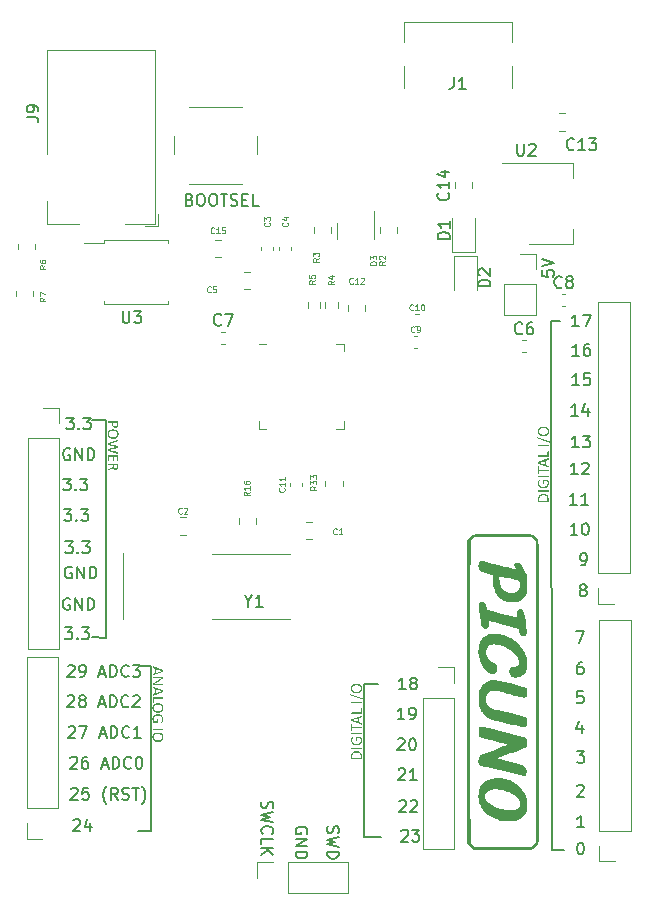
<source format=gbr>
%TF.GenerationSoftware,KiCad,Pcbnew,7.0.10*%
%TF.CreationDate,2024-01-11T23:08:57+05:30*%
%TF.ProjectId,rp2040-basic-m1,72703230-3430-42d6-9261-7369632d6d31,rev?*%
%TF.SameCoordinates,Original*%
%TF.FileFunction,Legend,Top*%
%TF.FilePolarity,Positive*%
%FSLAX46Y46*%
G04 Gerber Fmt 4.6, Leading zero omitted, Abs format (unit mm)*
G04 Created by KiCad (PCBNEW 7.0.10) date 2024-01-11 23:08:57*
%MOMM*%
%LPD*%
G01*
G04 APERTURE LIST*
%ADD10C,0.000000*%
%ADD11C,0.150000*%
%ADD12C,0.125000*%
%ADD13C,0.120000*%
G04 APERTURE END LIST*
D10*
G36*
X264030681Y-86282546D02*
G01*
X264050091Y-86284206D01*
X264069179Y-86287293D01*
X264087918Y-86291788D01*
X264106280Y-86297675D01*
X264124239Y-86304936D01*
X264141769Y-86313553D01*
X264158841Y-86323509D01*
X264175430Y-86334785D01*
X264191508Y-86347365D01*
X264207049Y-86361230D01*
X264222026Y-86376364D01*
X264236411Y-86392747D01*
X264250178Y-86410364D01*
X264263301Y-86429196D01*
X264275751Y-86449225D01*
X264287503Y-86470434D01*
X264298529Y-86492805D01*
X264308803Y-86516320D01*
X264318298Y-86540963D01*
X264326987Y-86566715D01*
X264334842Y-86593559D01*
X264341838Y-86621476D01*
X264347947Y-86650450D01*
X264353142Y-86680463D01*
X264356842Y-86701133D01*
X264361033Y-86721783D01*
X264365667Y-86742285D01*
X264370698Y-86762512D01*
X264376078Y-86782335D01*
X264381760Y-86801628D01*
X264387698Y-86820262D01*
X264393843Y-86838111D01*
X264400150Y-86855045D01*
X264406572Y-86870939D01*
X264413060Y-86885664D01*
X264419569Y-86899092D01*
X264426051Y-86911095D01*
X264432459Y-86921548D01*
X264438746Y-86930320D01*
X264444865Y-86937286D01*
X264478529Y-86952363D01*
X264559616Y-86979223D01*
X264837478Y-87061254D01*
X265669929Y-87289269D01*
X266516998Y-87508686D01*
X266813133Y-87579968D01*
X266953467Y-87606857D01*
X266954300Y-87606524D01*
X266955078Y-87605536D01*
X266956468Y-87601662D01*
X266957629Y-87595370D01*
X266958555Y-87586793D01*
X266959674Y-87563325D01*
X266959773Y-87532333D01*
X266958796Y-87494892D01*
X266956691Y-87452076D01*
X266953404Y-87404961D01*
X266948881Y-87354621D01*
X266945822Y-87318260D01*
X266943542Y-87284728D01*
X266942069Y-87253842D01*
X266941428Y-87225422D01*
X266941648Y-87199286D01*
X266942754Y-87175253D01*
X266944774Y-87153141D01*
X266946135Y-87142749D01*
X266947734Y-87132769D01*
X266949576Y-87123178D01*
X266951662Y-87113955D01*
X266953997Y-87105076D01*
X266956584Y-87096519D01*
X266959426Y-87088260D01*
X266962527Y-87080278D01*
X266965890Y-87072550D01*
X266969518Y-87065052D01*
X266973415Y-87057763D01*
X266977584Y-87050659D01*
X266982029Y-87043718D01*
X266986752Y-87036917D01*
X266997048Y-87023646D01*
X267008500Y-87010663D01*
X267018783Y-87000237D01*
X267029822Y-86990457D01*
X267041564Y-86981323D01*
X267053958Y-86972837D01*
X267066954Y-86964999D01*
X267080500Y-86957810D01*
X267094544Y-86951271D01*
X267109036Y-86945383D01*
X267123925Y-86940146D01*
X267139158Y-86935562D01*
X267154686Y-86931632D01*
X267170456Y-86928355D01*
X267202520Y-86923768D01*
X267234939Y-86921807D01*
X267267305Y-86922480D01*
X267299208Y-86925793D01*
X267314857Y-86928442D01*
X267330237Y-86931753D01*
X267345296Y-86935728D01*
X267359983Y-86940367D01*
X267374246Y-86945671D01*
X267388036Y-86951641D01*
X267401299Y-86958277D01*
X267413986Y-86965582D01*
X267426044Y-86973554D01*
X267437423Y-86982196D01*
X267448072Y-86991508D01*
X267457939Y-87001491D01*
X267470804Y-87021048D01*
X267485187Y-87053255D01*
X267517702Y-87151615D01*
X267553871Y-87288562D01*
X267592083Y-87456089D01*
X267630724Y-87646189D01*
X267668184Y-87850853D01*
X267702848Y-88062074D01*
X267733106Y-88271844D01*
X267740630Y-88351957D01*
X267748584Y-88465607D01*
X267755678Y-88598174D01*
X267760623Y-88735041D01*
X267761258Y-88782703D01*
X267761402Y-88826118D01*
X267760995Y-88865557D01*
X267759978Y-88901287D01*
X267758288Y-88933578D01*
X267755866Y-88962698D01*
X267754362Y-88976153D01*
X267752652Y-88988916D01*
X267750728Y-89001021D01*
X267748584Y-89012500D01*
X267746211Y-89023389D01*
X267743603Y-89033720D01*
X267740750Y-89043527D01*
X267737647Y-89052844D01*
X267734285Y-89061704D01*
X267730657Y-89070140D01*
X267726755Y-89078187D01*
X267722572Y-89085878D01*
X267718100Y-89093247D01*
X267713332Y-89100326D01*
X267708259Y-89107151D01*
X267702875Y-89113753D01*
X267697172Y-89120168D01*
X267691142Y-89126428D01*
X267684778Y-89132567D01*
X267678073Y-89138619D01*
X267658480Y-89155085D01*
X267638437Y-89169257D01*
X267618004Y-89181179D01*
X267597242Y-89190893D01*
X267576212Y-89198445D01*
X267554973Y-89203877D01*
X267533586Y-89207233D01*
X267512113Y-89208557D01*
X267490612Y-89207892D01*
X267469145Y-89205283D01*
X267447771Y-89200772D01*
X267426553Y-89194404D01*
X267405549Y-89186222D01*
X267384821Y-89176270D01*
X267364429Y-89164592D01*
X267344433Y-89151230D01*
X267324894Y-89136230D01*
X267305872Y-89119634D01*
X267287428Y-89101486D01*
X267269622Y-89081830D01*
X267252515Y-89060709D01*
X267236167Y-89038168D01*
X267220638Y-89014249D01*
X267205990Y-88988997D01*
X267192282Y-88962455D01*
X267179575Y-88934667D01*
X267167929Y-88905676D01*
X267157406Y-88875526D01*
X267148064Y-88844262D01*
X267139966Y-88811926D01*
X267133171Y-88778562D01*
X267127739Y-88744213D01*
X267100222Y-88551597D01*
X265861972Y-88239741D01*
X265379714Y-88120072D01*
X264979146Y-88021901D01*
X264591620Y-87927885D01*
X264589497Y-87928205D01*
X264587429Y-87929153D01*
X264583460Y-87932874D01*
X264579719Y-87938919D01*
X264576213Y-87947161D01*
X264572949Y-87957472D01*
X264569934Y-87969724D01*
X264567174Y-87983791D01*
X264564676Y-87999543D01*
X264560493Y-88035596D01*
X264557439Y-88076862D01*
X264555567Y-88122321D01*
X264554931Y-88170950D01*
X264554701Y-88207212D01*
X264553955Y-88240484D01*
X264552603Y-88271003D01*
X264550560Y-88299002D01*
X264547737Y-88324717D01*
X264544048Y-88348383D01*
X264541851Y-88359522D01*
X264539405Y-88370236D01*
X264536698Y-88380555D01*
X264533720Y-88390509D01*
X264530460Y-88400128D01*
X264526907Y-88409439D01*
X264523050Y-88418474D01*
X264518878Y-88427261D01*
X264514380Y-88435830D01*
X264509546Y-88444209D01*
X264504364Y-88452429D01*
X264498823Y-88460519D01*
X264492912Y-88468508D01*
X264486622Y-88476426D01*
X264479940Y-88484302D01*
X264472856Y-88492165D01*
X264457437Y-88507971D01*
X264440278Y-88524080D01*
X264422937Y-88540265D01*
X264406885Y-88554463D01*
X264391909Y-88566725D01*
X264377792Y-88577107D01*
X264370989Y-88581609D01*
X264364321Y-88585661D01*
X264357759Y-88589270D01*
X264351279Y-88592442D01*
X264344852Y-88595184D01*
X264338452Y-88597503D01*
X264332052Y-88599405D01*
X264325625Y-88600897D01*
X264319145Y-88601987D01*
X264312584Y-88602680D01*
X264305915Y-88602983D01*
X264299112Y-88602904D01*
X264292148Y-88602448D01*
X264284996Y-88601623D01*
X264277628Y-88600435D01*
X264270019Y-88598891D01*
X264253968Y-88594762D01*
X264236627Y-88589289D01*
X264217781Y-88582526D01*
X264197215Y-88574528D01*
X264164692Y-88559517D01*
X264134165Y-88541941D01*
X264105585Y-88521704D01*
X264078907Y-88498713D01*
X264054083Y-88472873D01*
X264031066Y-88444091D01*
X264009810Y-88412273D01*
X263990266Y-88377324D01*
X263972388Y-88339150D01*
X263956130Y-88297658D01*
X263941443Y-88252753D01*
X263928282Y-88204342D01*
X263916598Y-88152329D01*
X263906345Y-88096622D01*
X263897477Y-88037126D01*
X263889945Y-87973747D01*
X263882940Y-87902089D01*
X263872604Y-87813233D01*
X263844084Y-87597686D01*
X263808685Y-87354621D01*
X263770706Y-87111557D01*
X263754707Y-87005507D01*
X263741174Y-86910440D01*
X263730207Y-86825625D01*
X263725717Y-86786833D01*
X263721907Y-86750329D01*
X263718788Y-86716023D01*
X263716374Y-86683821D01*
X263714678Y-86653633D01*
X263713711Y-86625367D01*
X263713486Y-86598932D01*
X263714017Y-86574236D01*
X263715314Y-86551187D01*
X263717392Y-86529695D01*
X263720263Y-86509667D01*
X263723939Y-86491012D01*
X263728433Y-86473638D01*
X263733757Y-86457455D01*
X263739925Y-86442369D01*
X263746948Y-86428291D01*
X263754840Y-86415128D01*
X263763612Y-86402789D01*
X263773278Y-86391181D01*
X263783850Y-86380215D01*
X263795340Y-86369798D01*
X263807762Y-86359839D01*
X263821128Y-86350245D01*
X263835450Y-86340926D01*
X263850741Y-86331791D01*
X263867014Y-86322747D01*
X263888037Y-86312358D01*
X263908952Y-86303537D01*
X263929733Y-86296266D01*
X263950352Y-86290527D01*
X263970784Y-86286304D01*
X263991000Y-86283578D01*
X264010975Y-86282331D01*
X264030681Y-86282546D01*
G37*
G36*
X265548514Y-101229327D02*
G01*
X265646867Y-101234056D01*
X265742662Y-101241365D01*
X265834990Y-101251254D01*
X265922944Y-101263722D01*
X266005619Y-101278770D01*
X266082106Y-101296398D01*
X266227418Y-101338687D01*
X266369015Y-101389643D01*
X266506515Y-101448902D01*
X266639533Y-101516101D01*
X266767688Y-101590878D01*
X266890596Y-101672871D01*
X267007874Y-101761715D01*
X267119140Y-101857050D01*
X267224011Y-101958511D01*
X267322102Y-102065735D01*
X267413033Y-102178361D01*
X267496420Y-102296026D01*
X267571879Y-102418366D01*
X267639028Y-102545019D01*
X267697484Y-102675622D01*
X267746864Y-102809812D01*
X267762675Y-102867327D01*
X267775751Y-102937149D01*
X267786154Y-103017397D01*
X267793943Y-103106191D01*
X267799180Y-103201648D01*
X267801924Y-103301889D01*
X267802237Y-103405032D01*
X267800178Y-103509196D01*
X267795807Y-103612500D01*
X267789187Y-103713063D01*
X267780376Y-103809004D01*
X267769436Y-103898442D01*
X267756427Y-103979496D01*
X267741409Y-104050285D01*
X267724443Y-104108928D01*
X267705589Y-104153544D01*
X267678762Y-104199240D01*
X267648334Y-104245025D01*
X267614574Y-104290661D01*
X267577751Y-104335914D01*
X267538133Y-104380549D01*
X267495989Y-104424331D01*
X267451588Y-104467025D01*
X267405199Y-104508395D01*
X267357089Y-104548206D01*
X267307529Y-104586224D01*
X267256786Y-104622213D01*
X267205129Y-104655939D01*
X267152828Y-104687165D01*
X267100150Y-104715657D01*
X267047365Y-104741179D01*
X266994741Y-104763498D01*
X266922309Y-104788595D01*
X266840068Y-104810568D01*
X266749389Y-104829410D01*
X266651644Y-104845116D01*
X266548201Y-104857677D01*
X266440432Y-104867088D01*
X266329707Y-104873341D01*
X266217396Y-104876430D01*
X266104871Y-104876349D01*
X265993501Y-104873090D01*
X265884657Y-104866646D01*
X265779709Y-104857012D01*
X265680028Y-104844179D01*
X265586985Y-104828143D01*
X265501949Y-104808895D01*
X265426292Y-104786429D01*
X265223069Y-104710745D01*
X265031447Y-104626604D01*
X264851636Y-104534253D01*
X264683844Y-104433942D01*
X264528277Y-104325919D01*
X264385146Y-104210432D01*
X264318309Y-104149967D01*
X264254658Y-104087730D01*
X264194220Y-104023751D01*
X264137021Y-103958061D01*
X264083087Y-103890692D01*
X264032444Y-103821675D01*
X263985118Y-103751040D01*
X263941135Y-103678819D01*
X263900521Y-103605043D01*
X263863302Y-103529742D01*
X263829504Y-103452949D01*
X263799154Y-103374694D01*
X263772276Y-103295007D01*
X263748898Y-103213921D01*
X263729045Y-103131466D01*
X263712743Y-103047674D01*
X263700019Y-102962575D01*
X263690898Y-102876200D01*
X263685406Y-102788581D01*
X263684563Y-102747809D01*
X264239623Y-102747809D01*
X264239640Y-102790421D01*
X264243711Y-102833694D01*
X264251943Y-102877537D01*
X264264446Y-102921862D01*
X264281327Y-102966580D01*
X264302694Y-103011602D01*
X264335916Y-103068130D01*
X264378428Y-103125673D01*
X264429633Y-103183847D01*
X264488934Y-103242270D01*
X264555731Y-103300558D01*
X264629428Y-103358329D01*
X264709427Y-103415199D01*
X264795128Y-103470787D01*
X264885936Y-103524709D01*
X264981251Y-103576581D01*
X265080476Y-103626022D01*
X265183013Y-103672648D01*
X265288264Y-103716076D01*
X265395631Y-103755923D01*
X265504517Y-103791807D01*
X265614323Y-103823345D01*
X265686518Y-103840059D01*
X265767957Y-103855591D01*
X265857135Y-103869618D01*
X265952548Y-103881817D01*
X266052690Y-103891867D01*
X266156056Y-103899445D01*
X266261143Y-103904228D01*
X266366444Y-103905894D01*
X266462168Y-103905871D01*
X266550086Y-103903995D01*
X266630560Y-103900130D01*
X266668119Y-103897410D01*
X266703954Y-103894142D01*
X266738109Y-103890310D01*
X266770629Y-103885897D01*
X266801561Y-103880886D01*
X266830950Y-103875260D01*
X266858840Y-103869003D01*
X266885278Y-103862097D01*
X266910308Y-103854527D01*
X266933976Y-103846274D01*
X266956327Y-103837323D01*
X266977407Y-103827657D01*
X266997261Y-103817258D01*
X267015935Y-103806110D01*
X267033473Y-103794196D01*
X267049921Y-103781500D01*
X267065324Y-103768004D01*
X267079728Y-103753692D01*
X267093178Y-103738547D01*
X267105720Y-103722553D01*
X267117398Y-103705691D01*
X267128259Y-103687947D01*
X267138347Y-103669302D01*
X267147707Y-103649740D01*
X267156386Y-103629244D01*
X267164428Y-103607798D01*
X267181242Y-103553436D01*
X267193817Y-103500311D01*
X267202106Y-103448260D01*
X267204628Y-103422588D01*
X267206061Y-103397123D01*
X267206400Y-103371847D01*
X267205637Y-103346739D01*
X267203768Y-103321778D01*
X267200786Y-103296945D01*
X267196685Y-103272220D01*
X267191460Y-103247582D01*
X267185105Y-103223011D01*
X267177613Y-103198487D01*
X267168980Y-103173990D01*
X267159198Y-103149500D01*
X267136168Y-103100459D01*
X267108475Y-103051203D01*
X267076074Y-103001571D01*
X267038916Y-102951401D01*
X266996954Y-102900533D01*
X266950143Y-102848805D01*
X266898434Y-102796056D01*
X266834107Y-102737606D01*
X266763466Y-102681017D01*
X266686859Y-102626431D01*
X266604636Y-102573987D01*
X266517146Y-102523828D01*
X266424739Y-102476093D01*
X266327763Y-102430925D01*
X266226568Y-102388464D01*
X266121504Y-102348852D01*
X266012920Y-102312229D01*
X265901165Y-102278737D01*
X265786588Y-102248517D01*
X265669540Y-102221709D01*
X265550368Y-102198455D01*
X265429422Y-102178896D01*
X265307053Y-102163173D01*
X265239703Y-102157380D01*
X265173591Y-102154563D01*
X265108824Y-102154630D01*
X265045510Y-102157494D01*
X264983759Y-102163065D01*
X264923677Y-102171254D01*
X264865374Y-102181973D01*
X264808958Y-102195132D01*
X264754538Y-102210643D01*
X264702220Y-102228415D01*
X264652115Y-102248361D01*
X264604330Y-102270391D01*
X264558973Y-102294416D01*
X264516154Y-102320348D01*
X264475979Y-102348096D01*
X264438558Y-102377573D01*
X264403999Y-102408689D01*
X264372410Y-102441356D01*
X264343899Y-102475483D01*
X264318576Y-102510982D01*
X264296547Y-102547765D01*
X264277922Y-102585742D01*
X264262809Y-102624823D01*
X264251316Y-102664921D01*
X264243551Y-102705946D01*
X264239623Y-102747809D01*
X263684563Y-102747809D01*
X263683569Y-102699748D01*
X263684823Y-102610967D01*
X263688657Y-102526720D01*
X263695178Y-102446706D01*
X263704494Y-102370622D01*
X263716711Y-102298166D01*
X263731939Y-102229035D01*
X263750283Y-102162927D01*
X263771852Y-102099540D01*
X263796754Y-102038572D01*
X263825094Y-101979720D01*
X263856982Y-101922681D01*
X263892525Y-101867154D01*
X263931829Y-101812837D01*
X263975003Y-101759426D01*
X264022154Y-101706620D01*
X264073389Y-101654116D01*
X264108642Y-101620227D01*
X264142369Y-101588952D01*
X264174874Y-101560108D01*
X264206458Y-101533515D01*
X264237425Y-101508991D01*
X264268075Y-101486355D01*
X264298713Y-101465425D01*
X264329639Y-101446020D01*
X264361156Y-101427959D01*
X264393566Y-101411060D01*
X264427173Y-101395142D01*
X264462277Y-101380023D01*
X264499182Y-101365522D01*
X264538190Y-101351458D01*
X264579602Y-101337650D01*
X264623722Y-101323915D01*
X264697791Y-101302848D01*
X264778369Y-101284360D01*
X264864550Y-101268452D01*
X264955427Y-101255124D01*
X265050093Y-101244375D01*
X265147641Y-101236206D01*
X265173591Y-101234748D01*
X265247164Y-101230617D01*
X265347755Y-101227607D01*
X265448507Y-101227177D01*
X265548514Y-101229327D01*
G37*
G36*
X264154228Y-96907821D02*
G01*
X264597138Y-97006162D01*
X265852227Y-97310494D01*
X267092698Y-97631164D01*
X267517335Y-97749928D01*
X267710175Y-97815540D01*
X267725668Y-97826615D01*
X267739528Y-97837718D01*
X267751843Y-97849196D01*
X267762700Y-97861400D01*
X267772187Y-97874680D01*
X267780391Y-97889383D01*
X267787399Y-97905860D01*
X267793298Y-97924460D01*
X267798176Y-97945532D01*
X267802121Y-97969425D01*
X267805219Y-97996490D01*
X267807558Y-98027075D01*
X267809225Y-98061529D01*
X267810308Y-98100202D01*
X267811069Y-98191603D01*
X267810804Y-98225706D01*
X267810021Y-98259131D01*
X267808742Y-98291736D01*
X267806985Y-98323381D01*
X267804771Y-98353924D01*
X267802121Y-98383224D01*
X267799054Y-98411141D01*
X267795591Y-98437532D01*
X267791752Y-98462257D01*
X267787557Y-98485175D01*
X267783025Y-98506145D01*
X267778178Y-98525026D01*
X267773036Y-98541676D01*
X267767618Y-98555955D01*
X267761945Y-98567721D01*
X267759019Y-98572618D01*
X267756036Y-98576834D01*
X267744153Y-98586523D01*
X267720951Y-98599953D01*
X267643032Y-98637099D01*
X267527170Y-98686390D01*
X267378255Y-98745947D01*
X267000833Y-98888331D01*
X266549889Y-99049203D01*
X266349820Y-99120067D01*
X266171893Y-99183374D01*
X266014926Y-99239627D01*
X265877737Y-99289330D01*
X265759143Y-99332986D01*
X265657962Y-99371101D01*
X265613532Y-99388237D01*
X265573011Y-99404177D01*
X265536253Y-99418983D01*
X265503109Y-99432718D01*
X265473432Y-99445445D01*
X265447073Y-99457228D01*
X265423885Y-99468129D01*
X265403720Y-99478212D01*
X265386430Y-99487538D01*
X265371868Y-99496172D01*
X265359885Y-99504176D01*
X265350335Y-99511613D01*
X265346425Y-99515139D01*
X265343068Y-99518547D01*
X265340245Y-99521844D01*
X265337938Y-99525039D01*
X265336128Y-99528140D01*
X265334796Y-99531154D01*
X265333925Y-99534089D01*
X265333495Y-99536953D01*
X265333489Y-99539755D01*
X265333887Y-99542501D01*
X265334672Y-99545200D01*
X265335824Y-99547860D01*
X265337326Y-99550488D01*
X265339158Y-99553093D01*
X265343742Y-99558263D01*
X265364550Y-99566521D01*
X265411316Y-99580476D01*
X265571328Y-99622468D01*
X265800992Y-99678218D01*
X266077520Y-99741706D01*
X266436159Y-99822662D01*
X266589557Y-99858700D01*
X266727243Y-99892332D01*
X266850390Y-99923976D01*
X266960176Y-99954048D01*
X267057775Y-99982964D01*
X267144364Y-100011141D01*
X267221117Y-100038996D01*
X267289211Y-100066945D01*
X267349821Y-100095404D01*
X267377688Y-100109955D01*
X267404124Y-100124791D01*
X267429277Y-100139962D01*
X267453293Y-100155520D01*
X267498506Y-100188010D01*
X267540938Y-100222677D01*
X267581764Y-100259937D01*
X267608008Y-100284959D01*
X267631781Y-100308557D01*
X267653189Y-100330919D01*
X267672339Y-100352232D01*
X267689340Y-100372686D01*
X267704299Y-100392468D01*
X267717323Y-100411767D01*
X267728519Y-100430769D01*
X267737996Y-100449665D01*
X267745861Y-100468641D01*
X267752220Y-100487886D01*
X267757183Y-100507587D01*
X267760855Y-100527934D01*
X267763345Y-100549113D01*
X267764761Y-100571314D01*
X267765209Y-100594724D01*
X267764268Y-100630002D01*
X267761554Y-100666704D01*
X267757228Y-100704320D01*
X267751450Y-100742339D01*
X267744383Y-100780250D01*
X267736187Y-100817544D01*
X267727024Y-100853709D01*
X267717054Y-100888234D01*
X267706440Y-100920610D01*
X267695342Y-100950326D01*
X267683921Y-100976871D01*
X267672340Y-100999734D01*
X267666539Y-101009626D01*
X267660758Y-101018405D01*
X267655017Y-101026010D01*
X267649337Y-101032374D01*
X267643738Y-101037436D01*
X267638239Y-101041130D01*
X267632862Y-101043393D01*
X267627625Y-101044162D01*
X267201117Y-100949000D01*
X266224275Y-100723133D01*
X264376073Y-100287454D01*
X264264755Y-100261037D01*
X264165927Y-100236487D01*
X264078854Y-100213308D01*
X264002806Y-100191002D01*
X263968687Y-100180022D01*
X263937050Y-100169073D01*
X263907802Y-100158094D01*
X263880853Y-100147022D01*
X263856111Y-100135797D01*
X263833484Y-100124354D01*
X263812880Y-100112633D01*
X263794209Y-100100570D01*
X263777379Y-100088105D01*
X263762298Y-100075174D01*
X263748875Y-100061716D01*
X263737017Y-100047669D01*
X263726635Y-100032970D01*
X263717635Y-100017557D01*
X263709927Y-100001368D01*
X263703419Y-99984341D01*
X263698019Y-99966414D01*
X263693636Y-99947525D01*
X263690179Y-99927611D01*
X263687555Y-99906610D01*
X263685674Y-99884461D01*
X263684444Y-99861101D01*
X263683569Y-99810499D01*
X263684435Y-99752821D01*
X263687054Y-99698408D01*
X263689031Y-99672404D01*
X263691460Y-99647192D01*
X263694343Y-99622763D01*
X263697686Y-99599107D01*
X263701493Y-99576218D01*
X263705767Y-99554086D01*
X263710513Y-99532703D01*
X263715735Y-99512061D01*
X263721438Y-99492151D01*
X263727625Y-99472964D01*
X263734301Y-99454494D01*
X263741469Y-99436730D01*
X263749135Y-99419665D01*
X263757302Y-99403290D01*
X263765975Y-99387597D01*
X263775158Y-99372578D01*
X263784854Y-99358224D01*
X263795068Y-99344526D01*
X263805805Y-99331477D01*
X263817069Y-99319067D01*
X263828863Y-99307290D01*
X263841192Y-99296135D01*
X263854060Y-99285595D01*
X263867471Y-99275661D01*
X263881430Y-99266325D01*
X263895940Y-99257578D01*
X263911007Y-99249413D01*
X263926634Y-99241820D01*
X264062354Y-99183921D01*
X264321039Y-99081307D01*
X265059403Y-98796967D01*
X265444995Y-98647990D01*
X265767384Y-98520081D01*
X265894263Y-98468460D01*
X265992605Y-98427427D01*
X266058163Y-98398755D01*
X266077321Y-98389609D01*
X266086691Y-98384218D01*
X266099455Y-98368633D01*
X266099701Y-98361202D01*
X266093356Y-98353262D01*
X266078546Y-98344246D01*
X266053397Y-98333591D01*
X265964586Y-98305107D01*
X265811928Y-98263295D01*
X265580428Y-98203639D01*
X264820926Y-98012742D01*
X264628371Y-97964579D01*
X264445652Y-97917223D01*
X264277014Y-97871908D01*
X264126703Y-97829872D01*
X263998963Y-97792350D01*
X263898042Y-97760579D01*
X263828184Y-97735794D01*
X263806231Y-97726408D01*
X263793636Y-97719232D01*
X263784757Y-97711635D01*
X263776186Y-97701824D01*
X263767936Y-97689927D01*
X263760020Y-97676067D01*
X263745237Y-97642959D01*
X263731939Y-97603504D01*
X263720226Y-97558701D01*
X263710200Y-97509551D01*
X263701960Y-97457056D01*
X263695608Y-97402217D01*
X263691245Y-97346033D01*
X263688971Y-97289508D01*
X263688887Y-97233640D01*
X263691094Y-97179432D01*
X263695692Y-97127885D01*
X263702783Y-97079998D01*
X263712467Y-97036774D01*
X263724844Y-96999213D01*
X263732555Y-96980388D01*
X263740305Y-96963411D01*
X263748243Y-96948193D01*
X263756518Y-96934648D01*
X263760827Y-96928476D01*
X263765276Y-96922689D01*
X263769882Y-96917277D01*
X263774665Y-96912228D01*
X263779643Y-96907532D01*
X263784834Y-96903178D01*
X263790257Y-96899154D01*
X263795930Y-96895451D01*
X263801871Y-96892057D01*
X263808100Y-96888960D01*
X263814635Y-96886151D01*
X263821494Y-96883618D01*
X263828695Y-96881351D01*
X263836258Y-96879338D01*
X263852540Y-96876031D01*
X263870488Y-96873612D01*
X263890249Y-96871992D01*
X263911973Y-96871084D01*
X263935806Y-96870800D01*
X264154228Y-96907821D01*
G37*
G36*
X265157315Y-92905669D02*
G01*
X265465489Y-92971675D01*
X266331476Y-93177262D01*
X267193163Y-93397468D01*
X267495963Y-93481747D01*
X267645970Y-93532114D01*
X267656280Y-93537479D01*
X267666536Y-93543220D01*
X267676684Y-93549284D01*
X267686671Y-93555617D01*
X267696444Y-93562165D01*
X267705947Y-93568874D01*
X267715129Y-93575690D01*
X267723933Y-93582560D01*
X267732308Y-93589431D01*
X267740200Y-93596247D01*
X267747554Y-93602956D01*
X267754316Y-93609504D01*
X267760434Y-93615836D01*
X267765853Y-93621900D01*
X267770520Y-93627641D01*
X267774380Y-93633007D01*
X267779742Y-93642399D01*
X267784653Y-93654136D01*
X267793146Y-93684019D01*
X267799905Y-93721412D01*
X267804978Y-93765073D01*
X267808412Y-93813759D01*
X267810254Y-93866227D01*
X267810551Y-93921235D01*
X267809350Y-93977539D01*
X267806697Y-94033897D01*
X267802641Y-94089066D01*
X267797227Y-94141802D01*
X267790504Y-94190865D01*
X267782517Y-94235009D01*
X267773315Y-94272994D01*
X267762943Y-94303575D01*
X267757334Y-94315701D01*
X267751450Y-94325510D01*
X267730202Y-94346674D01*
X267702284Y-94363686D01*
X267667258Y-94376479D01*
X267624687Y-94384986D01*
X267574136Y-94389140D01*
X267515167Y-94388874D01*
X267447344Y-94384120D01*
X267370230Y-94374811D01*
X267283388Y-94360880D01*
X267186382Y-94342260D01*
X266960131Y-94290684D01*
X266687983Y-94219546D01*
X266366444Y-94128307D01*
X266133123Y-94061862D01*
X265922353Y-94003479D01*
X265732718Y-93953050D01*
X265562800Y-93910467D01*
X265411182Y-93875623D01*
X265341792Y-93861070D01*
X265276446Y-93848411D01*
X265214966Y-93837633D01*
X265157175Y-93828723D01*
X265102895Y-93821667D01*
X265051951Y-93816452D01*
X265004163Y-93813064D01*
X264959356Y-93811489D01*
X264917352Y-93811716D01*
X264877974Y-93813729D01*
X264841045Y-93817515D01*
X264806387Y-93823062D01*
X264773823Y-93830356D01*
X264743176Y-93839382D01*
X264714270Y-93850129D01*
X264686926Y-93862582D01*
X264660968Y-93876728D01*
X264636218Y-93892553D01*
X264612499Y-93910044D01*
X264589635Y-93929188D01*
X264567447Y-93949971D01*
X264545759Y-93972380D01*
X264514464Y-94007031D01*
X264485870Y-94040634D01*
X264459883Y-94073431D01*
X264436408Y-94105663D01*
X264415352Y-94137574D01*
X264396620Y-94169403D01*
X264380119Y-94201394D01*
X264365754Y-94233788D01*
X264353431Y-94266827D01*
X264343056Y-94300752D01*
X264334535Y-94335807D01*
X264327775Y-94372231D01*
X264322681Y-94410268D01*
X264319158Y-94450159D01*
X264317114Y-94492147D01*
X264316453Y-94536471D01*
X264316835Y-94565395D01*
X264318003Y-94593735D01*
X264319990Y-94621551D01*
X264322831Y-94648903D01*
X264326558Y-94675852D01*
X264331206Y-94702458D01*
X264336807Y-94728782D01*
X264343396Y-94754885D01*
X264351007Y-94780826D01*
X264359672Y-94806667D01*
X264369425Y-94832467D01*
X264380300Y-94858287D01*
X264392331Y-94884188D01*
X264405551Y-94910230D01*
X264419993Y-94936473D01*
X264435692Y-94962978D01*
X264471765Y-95019427D01*
X264511882Y-95072114D01*
X264557078Y-95121468D01*
X264608388Y-95167921D01*
X264666845Y-95211901D01*
X264733485Y-95253839D01*
X264809341Y-95294164D01*
X264895450Y-95333308D01*
X264992844Y-95371698D01*
X265102559Y-95409767D01*
X265225630Y-95447943D01*
X265363090Y-95486656D01*
X265685318Y-95567414D01*
X266077520Y-95655482D01*
X266436177Y-95732676D01*
X266738565Y-95800088D01*
X266990326Y-95859116D01*
X267197104Y-95911158D01*
X267285388Y-95934995D01*
X267364542Y-95957610D01*
X267435271Y-95979177D01*
X267498282Y-95999870D01*
X267554280Y-96019865D01*
X267603969Y-96039336D01*
X267648055Y-96058458D01*
X267687244Y-96077405D01*
X267707529Y-96087462D01*
X267725483Y-96097245D01*
X267741247Y-96107121D01*
X267754961Y-96117461D01*
X267766768Y-96128634D01*
X267776808Y-96141009D01*
X267781210Y-96147764D01*
X267785222Y-96154957D01*
X267792152Y-96170846D01*
X267797738Y-96189046D01*
X267802121Y-96209926D01*
X267805443Y-96233857D01*
X267807845Y-96261207D01*
X267809467Y-96292345D01*
X267810451Y-96327643D01*
X267811069Y-96412190D01*
X267810370Y-96474538D01*
X267809494Y-96504110D01*
X267808266Y-96532620D01*
X267806685Y-96560072D01*
X267804751Y-96586470D01*
X267802463Y-96611818D01*
X267799819Y-96636121D01*
X267796819Y-96659382D01*
X267793463Y-96681607D01*
X267789748Y-96702799D01*
X267785676Y-96722961D01*
X267781243Y-96742100D01*
X267776451Y-96760218D01*
X267771297Y-96777320D01*
X267765782Y-96793410D01*
X267759903Y-96808493D01*
X267753661Y-96822572D01*
X267747055Y-96835651D01*
X267740083Y-96847736D01*
X267732745Y-96858830D01*
X267725041Y-96868937D01*
X267716968Y-96878061D01*
X267708527Y-96886207D01*
X267699716Y-96893379D01*
X267690535Y-96899582D01*
X267680983Y-96904818D01*
X267671059Y-96909093D01*
X267660762Y-96912411D01*
X267650091Y-96914775D01*
X267639046Y-96916191D01*
X267627625Y-96916662D01*
X267598541Y-96914378D01*
X267554032Y-96907848D01*
X267496303Y-96897556D01*
X267427556Y-96883986D01*
X267265824Y-96848945D01*
X267086464Y-96806596D01*
X266850924Y-96748696D01*
X266536704Y-96677038D01*
X266185508Y-96600220D01*
X265839042Y-96526843D01*
X265660571Y-96488674D01*
X265496033Y-96451297D01*
X265344528Y-96414324D01*
X265205155Y-96377364D01*
X265077015Y-96340028D01*
X264959207Y-96301927D01*
X264850831Y-96262669D01*
X264750987Y-96221867D01*
X264658774Y-96179129D01*
X264573293Y-96134068D01*
X264493643Y-96086292D01*
X264418924Y-96035413D01*
X264348236Y-95981040D01*
X264280678Y-95922784D01*
X264215351Y-95860256D01*
X264151353Y-95793065D01*
X264088971Y-95722857D01*
X264032365Y-95654470D01*
X263981296Y-95587144D01*
X263935520Y-95520120D01*
X263894795Y-95452640D01*
X263858881Y-95383943D01*
X263827535Y-95313272D01*
X263800516Y-95239866D01*
X263777581Y-95162967D01*
X263758488Y-95081815D01*
X263742997Y-94995652D01*
X263730864Y-94903718D01*
X263721849Y-94805254D01*
X263715708Y-94699502D01*
X263712202Y-94585701D01*
X263711086Y-94463093D01*
X263710352Y-94299596D01*
X263710865Y-94229561D01*
X263712090Y-94166357D01*
X263714121Y-94109254D01*
X263717052Y-94057518D01*
X263720977Y-94010417D01*
X263725991Y-93967220D01*
X263732187Y-93927193D01*
X263739660Y-93889605D01*
X263748503Y-93853724D01*
X263758811Y-93818816D01*
X263770677Y-93784151D01*
X263784195Y-93748995D01*
X263799461Y-93712617D01*
X263816567Y-93674283D01*
X263858624Y-93589796D01*
X263907098Y-93508520D01*
X263961523Y-93430765D01*
X264021437Y-93356838D01*
X264086376Y-93287050D01*
X264155876Y-93221709D01*
X264229475Y-93161124D01*
X264306708Y-93105605D01*
X264387111Y-93055460D01*
X264470222Y-93010998D01*
X264555577Y-92972529D01*
X264642712Y-92940361D01*
X264731164Y-92914804D01*
X264820469Y-92896166D01*
X264910163Y-92884756D01*
X264999784Y-92880885D01*
X265157315Y-92905669D01*
G37*
G36*
X265166074Y-88984801D02*
G01*
X265331157Y-88997604D01*
X265500473Y-89021707D01*
X265673154Y-89057143D01*
X265848334Y-89103946D01*
X266025147Y-89162149D01*
X266202725Y-89231786D01*
X266380203Y-89312891D01*
X266491130Y-89371936D01*
X266601626Y-89440218D01*
X266711048Y-89516978D01*
X266818750Y-89601457D01*
X266924087Y-89692896D01*
X267026415Y-89790536D01*
X267125088Y-89893617D01*
X267219461Y-90001381D01*
X267308890Y-90113067D01*
X267392730Y-90227918D01*
X267470336Y-90345174D01*
X267541062Y-90464076D01*
X267604264Y-90583865D01*
X267659298Y-90703781D01*
X267705517Y-90823066D01*
X267742278Y-90940961D01*
X267754253Y-90993181D01*
X267765853Y-91058623D01*
X267776700Y-91134598D01*
X267786419Y-91218420D01*
X267794633Y-91307401D01*
X267800966Y-91398855D01*
X267805042Y-91490093D01*
X267806484Y-91578430D01*
X267806077Y-91673083D01*
X267803017Y-91761247D01*
X267797122Y-91843311D01*
X267793055Y-91882177D01*
X267788211Y-91919665D01*
X267782567Y-91955822D01*
X267776102Y-91990698D01*
X267768791Y-92024341D01*
X267760613Y-92056800D01*
X267751545Y-92088124D01*
X267741565Y-92118361D01*
X267730648Y-92147560D01*
X267718774Y-92175770D01*
X267705919Y-92203040D01*
X267692060Y-92229417D01*
X267677175Y-92254952D01*
X267661242Y-92279692D01*
X267644237Y-92303687D01*
X267626137Y-92326984D01*
X267606921Y-92349633D01*
X267586565Y-92371683D01*
X267565047Y-92393182D01*
X267542344Y-92414178D01*
X267518434Y-92434722D01*
X267493293Y-92454860D01*
X267466900Y-92474642D01*
X267439231Y-92494117D01*
X267410263Y-92513334D01*
X267379975Y-92532340D01*
X267327513Y-92562746D01*
X267271987Y-92590285D01*
X267213988Y-92614880D01*
X267154109Y-92636459D01*
X267092940Y-92654948D01*
X267031072Y-92670273D01*
X266969097Y-92682360D01*
X266907606Y-92691135D01*
X266847189Y-92696524D01*
X266788439Y-92698453D01*
X266731945Y-92696848D01*
X266678300Y-92691636D01*
X266628095Y-92682743D01*
X266581920Y-92670094D01*
X266560529Y-92662338D01*
X266540368Y-92653616D01*
X266521509Y-92643918D01*
X266504028Y-92633235D01*
X266483890Y-92618710D01*
X266464762Y-92601900D01*
X266446657Y-92582964D01*
X266429593Y-92562061D01*
X266413583Y-92539350D01*
X266398644Y-92514992D01*
X266384789Y-92489147D01*
X266372034Y-92461972D01*
X266360394Y-92433629D01*
X266349885Y-92404277D01*
X266332317Y-92343181D01*
X266319453Y-92279964D01*
X266311411Y-92215899D01*
X266308314Y-92152265D01*
X266310283Y-92090337D01*
X266313204Y-92060411D01*
X266317437Y-92031391D01*
X266322997Y-92003436D01*
X266329899Y-91976705D01*
X266338158Y-91951358D01*
X266347789Y-91927554D01*
X266358807Y-91905454D01*
X266371228Y-91885216D01*
X266385066Y-91867000D01*
X266400337Y-91850965D01*
X266417055Y-91837272D01*
X266435236Y-91826080D01*
X266444832Y-91821786D01*
X266456322Y-91817525D01*
X266469558Y-91813332D01*
X266484394Y-91809240D01*
X266518270Y-91801492D01*
X266556768Y-91794550D01*
X266598706Y-91788683D01*
X266642901Y-91784159D01*
X266688171Y-91781248D01*
X266733334Y-91780218D01*
X266762433Y-91779888D01*
X266789639Y-91778865D01*
X266815098Y-91777104D01*
X266838957Y-91774557D01*
X266861366Y-91771177D01*
X266882472Y-91766916D01*
X266902422Y-91761729D01*
X266921364Y-91755567D01*
X266939447Y-91748385D01*
X266956817Y-91740134D01*
X266973623Y-91730768D01*
X266990012Y-91720240D01*
X267006133Y-91708503D01*
X267022133Y-91695509D01*
X267038160Y-91681213D01*
X267054361Y-91665565D01*
X267079353Y-91640401D01*
X267101020Y-91616238D01*
X267119367Y-91592679D01*
X267134403Y-91569329D01*
X267140681Y-91557608D01*
X267146134Y-91545790D01*
X267150762Y-91533827D01*
X267154566Y-91521667D01*
X267157547Y-91509263D01*
X267159707Y-91496564D01*
X267161044Y-91483520D01*
X267161562Y-91470083D01*
X267161260Y-91456202D01*
X267160139Y-91441828D01*
X267155444Y-91411404D01*
X267147484Y-91378413D01*
X267136267Y-91342460D01*
X267121797Y-91303148D01*
X267104083Y-91260080D01*
X267083131Y-91212861D01*
X267058947Y-91161093D01*
X266992046Y-91032859D01*
X266912407Y-90908266D01*
X266821052Y-90787945D01*
X266719002Y-90672529D01*
X266607278Y-90562648D01*
X266486902Y-90458935D01*
X266358894Y-90362019D01*
X266224275Y-90272534D01*
X266084067Y-90191111D01*
X265939291Y-90118380D01*
X265790968Y-90054974D01*
X265640119Y-90001524D01*
X265487765Y-89958662D01*
X265334928Y-89927018D01*
X265182628Y-89907225D01*
X265031886Y-89899913D01*
X264984868Y-89900138D01*
X264941660Y-89900854D01*
X264901985Y-89902120D01*
X264865568Y-89903998D01*
X264832134Y-89906547D01*
X264801408Y-89909829D01*
X264773113Y-89913903D01*
X264746974Y-89918831D01*
X264722717Y-89924672D01*
X264700065Y-89931488D01*
X264678744Y-89939337D01*
X264658477Y-89948282D01*
X264638989Y-89958383D01*
X264620005Y-89969699D01*
X264601250Y-89982292D01*
X264582448Y-89996221D01*
X264534943Y-90037043D01*
X264492194Y-90080303D01*
X264454229Y-90125861D01*
X264421074Y-90173575D01*
X264392755Y-90223304D01*
X264369301Y-90274908D01*
X264350737Y-90328245D01*
X264337090Y-90383174D01*
X264328388Y-90439555D01*
X264324658Y-90497245D01*
X264325925Y-90556104D01*
X264332218Y-90615991D01*
X264343562Y-90676765D01*
X264359985Y-90738285D01*
X264381514Y-90800409D01*
X264408175Y-90862997D01*
X264430598Y-90911282D01*
X264451698Y-90954978D01*
X264471871Y-90994550D01*
X264491513Y-91030461D01*
X264511021Y-91063174D01*
X264530791Y-91093153D01*
X264551219Y-91120861D01*
X264572702Y-91146762D01*
X264595636Y-91171319D01*
X264620417Y-91194997D01*
X264647442Y-91218257D01*
X264677108Y-91241565D01*
X264709809Y-91265384D01*
X264745944Y-91290176D01*
X264785908Y-91316406D01*
X264830097Y-91344538D01*
X264897221Y-91386145D01*
X264957774Y-91425233D01*
X265012066Y-91462185D01*
X265060406Y-91497384D01*
X265103103Y-91531212D01*
X265122432Y-91547732D01*
X265140466Y-91564053D01*
X265157244Y-91580223D01*
X265172804Y-91596289D01*
X265187185Y-91612300D01*
X265200426Y-91628304D01*
X265212565Y-91644347D01*
X265223641Y-91660479D01*
X265233692Y-91676747D01*
X265242758Y-91693199D01*
X265250876Y-91709883D01*
X265258086Y-91726846D01*
X265264426Y-91744136D01*
X265269934Y-91761803D01*
X265274650Y-91779892D01*
X265278612Y-91798452D01*
X265281858Y-91817532D01*
X265284427Y-91837178D01*
X265287690Y-91878362D01*
X265288709Y-91922388D01*
X265288228Y-91948838D01*
X265286801Y-91974859D01*
X265284446Y-92000423D01*
X265281185Y-92025504D01*
X265277036Y-92050073D01*
X265272021Y-92074106D01*
X265266160Y-92097574D01*
X265259472Y-92120450D01*
X265251978Y-92142709D01*
X265243698Y-92164323D01*
X265234653Y-92185265D01*
X265224861Y-92205508D01*
X265214344Y-92225026D01*
X265203122Y-92243792D01*
X265191214Y-92261778D01*
X265178642Y-92278958D01*
X265165424Y-92295305D01*
X265151582Y-92310792D01*
X265137135Y-92325392D01*
X265122104Y-92339079D01*
X265106508Y-92351825D01*
X265090368Y-92363604D01*
X265073704Y-92374388D01*
X265056537Y-92384152D01*
X265038885Y-92392867D01*
X265020770Y-92400507D01*
X265002212Y-92407046D01*
X264983230Y-92412456D01*
X264963846Y-92416711D01*
X264944078Y-92419783D01*
X264923948Y-92421646D01*
X264903475Y-92422273D01*
X264887053Y-92421622D01*
X264869644Y-92419692D01*
X264832104Y-92412152D01*
X264791339Y-92399963D01*
X264747834Y-92383435D01*
X264702071Y-92362876D01*
X264654535Y-92338595D01*
X264605709Y-92310901D01*
X264556077Y-92280104D01*
X264506123Y-92246512D01*
X264456329Y-92210435D01*
X264407181Y-92172181D01*
X264359161Y-92132059D01*
X264312754Y-92090378D01*
X264268442Y-92047449D01*
X264226710Y-92003578D01*
X264188042Y-91959076D01*
X264134046Y-91889544D01*
X264082998Y-91816965D01*
X264034916Y-91741571D01*
X263989818Y-91663595D01*
X263908650Y-91500819D01*
X263839641Y-91330493D01*
X263782939Y-91154469D01*
X263738693Y-90974603D01*
X263707049Y-90792749D01*
X263688156Y-90610760D01*
X263682161Y-90430491D01*
X263689213Y-90253796D01*
X263709459Y-90082529D01*
X263743046Y-89918544D01*
X263764889Y-89839862D01*
X263790123Y-89763696D01*
X263818767Y-89690277D01*
X263850838Y-89619838D01*
X263886355Y-89552610D01*
X263925338Y-89488825D01*
X263967803Y-89428714D01*
X264013770Y-89372510D01*
X264056210Y-89327447D01*
X264101765Y-89285129D01*
X264150329Y-89245560D01*
X264201792Y-89208745D01*
X264312984Y-89143391D01*
X264434474Y-89089103D01*
X264565397Y-89045912D01*
X264704885Y-89013853D01*
X264852071Y-88992959D01*
X265006090Y-88983264D01*
X265166074Y-88984801D01*
G37*
G36*
X263991834Y-82844387D02*
G01*
X264093955Y-82864747D01*
X264425947Y-82939916D01*
X264887782Y-83052061D01*
X265430878Y-83190433D01*
X265445893Y-83194229D01*
X265706358Y-83260093D01*
X265964802Y-83323788D01*
X266200350Y-83380281D01*
X266407146Y-83428337D01*
X266579331Y-83466719D01*
X266711048Y-83494191D01*
X266796437Y-83509517D01*
X266819929Y-83512239D01*
X266829642Y-83511460D01*
X266831241Y-83509608D01*
X266832603Y-83507496D01*
X266833732Y-83505133D01*
X266834631Y-83502530D01*
X266835305Y-83499695D01*
X266835758Y-83496637D01*
X266836019Y-83489891D01*
X266835447Y-83482366D01*
X266834076Y-83474135D01*
X266831938Y-83465273D01*
X266829069Y-83455854D01*
X266825500Y-83445950D01*
X266821267Y-83435637D01*
X266816402Y-83424988D01*
X266810939Y-83414077D01*
X266804912Y-83402978D01*
X266798354Y-83391764D01*
X266791299Y-83380511D01*
X266783781Y-83369291D01*
X266769914Y-83346774D01*
X266757545Y-83324806D01*
X266746668Y-83303397D01*
X266737275Y-83282558D01*
X266729360Y-83262300D01*
X266722916Y-83242634D01*
X266717937Y-83223571D01*
X266714416Y-83205122D01*
X266712346Y-83187298D01*
X266711720Y-83170110D01*
X266712532Y-83153568D01*
X266714774Y-83137683D01*
X266718441Y-83122467D01*
X266723526Y-83107931D01*
X266730021Y-83094084D01*
X266737920Y-83080939D01*
X266747216Y-83068506D01*
X266757903Y-83056796D01*
X266769975Y-83045820D01*
X266783423Y-83035588D01*
X266798241Y-83026113D01*
X266814424Y-83017404D01*
X266831963Y-83009473D01*
X266850853Y-83002330D01*
X266871086Y-82995987D01*
X266892656Y-82990454D01*
X266915557Y-82985742D01*
X266939781Y-82981863D01*
X266965321Y-82978826D01*
X266992172Y-82976644D01*
X267020325Y-82975327D01*
X267049776Y-82974885D01*
X267083184Y-82976217D01*
X267114751Y-82980385D01*
X267144680Y-82987642D01*
X267173170Y-82998246D01*
X267200425Y-83012450D01*
X267226645Y-83030510D01*
X267252032Y-83052681D01*
X267276788Y-83079219D01*
X267301113Y-83110379D01*
X267325210Y-83146417D01*
X267349281Y-83187586D01*
X267373526Y-83234144D01*
X267398147Y-83286345D01*
X267423346Y-83344444D01*
X267449324Y-83408696D01*
X267476283Y-83479358D01*
X267484595Y-83501361D01*
X267493983Y-83524251D01*
X267504337Y-83547840D01*
X267515552Y-83571940D01*
X267527519Y-83596362D01*
X267540131Y-83620918D01*
X267553280Y-83645420D01*
X267566859Y-83669681D01*
X267580761Y-83693512D01*
X267594878Y-83716725D01*
X267609102Y-83739131D01*
X267623326Y-83760543D01*
X267637442Y-83780773D01*
X267651344Y-83799633D01*
X267664923Y-83816934D01*
X267678073Y-83832488D01*
X267720458Y-83883804D01*
X267737607Y-83907249D01*
X267752310Y-83930875D01*
X267764756Y-83955925D01*
X267775133Y-83983642D01*
X267783629Y-84015269D01*
X267790432Y-84052048D01*
X267795730Y-84095223D01*
X267799712Y-84146037D01*
X267804477Y-84275549D01*
X267806233Y-84450529D01*
X267806484Y-84680919D01*
X267806967Y-84824817D01*
X267805194Y-84965329D01*
X267801485Y-85099070D01*
X267796165Y-85222653D01*
X267789554Y-85332693D01*
X267781976Y-85425804D01*
X267773754Y-85498599D01*
X267769501Y-85526321D01*
X267765209Y-85547694D01*
X267750443Y-85591041D01*
X267730490Y-85636505D01*
X267705755Y-85683621D01*
X267676639Y-85731927D01*
X267643547Y-85780957D01*
X267606880Y-85830250D01*
X267567043Y-85879342D01*
X267524438Y-85927768D01*
X267479468Y-85975066D01*
X267432536Y-86020771D01*
X267384046Y-86064421D01*
X267334401Y-86105551D01*
X267284003Y-86143699D01*
X267233255Y-86178401D01*
X267182562Y-86209192D01*
X267132325Y-86235611D01*
X267078033Y-86259902D01*
X267018729Y-86281176D01*
X266954992Y-86299428D01*
X266887398Y-86314649D01*
X266816526Y-86326835D01*
X266742954Y-86335977D01*
X266667258Y-86342069D01*
X266590018Y-86345104D01*
X266511810Y-86345076D01*
X266433212Y-86341978D01*
X266354803Y-86335803D01*
X266277159Y-86326545D01*
X266200859Y-86314196D01*
X266126480Y-86298750D01*
X266054601Y-86280201D01*
X265985798Y-86258541D01*
X265858457Y-86208077D01*
X265737969Y-86146334D01*
X265624521Y-86073640D01*
X265518301Y-85990325D01*
X265419498Y-85896719D01*
X265328300Y-85793150D01*
X265244894Y-85679947D01*
X265169470Y-85557440D01*
X265102214Y-85425957D01*
X265043316Y-85285829D01*
X264992963Y-85137384D01*
X264951343Y-84980951D01*
X264918644Y-84816860D01*
X264895056Y-84645439D01*
X264880764Y-84467019D01*
X264875959Y-84281927D01*
X264875959Y-84179734D01*
X265431693Y-84179734D01*
X265432402Y-84216957D01*
X265435966Y-84263511D01*
X265450450Y-84378137D01*
X265472726Y-84510659D01*
X265500377Y-84648126D01*
X265530984Y-84777585D01*
X265546641Y-84835264D01*
X265562129Y-84886084D01*
X265577147Y-84928426D01*
X265591392Y-84960672D01*
X265623843Y-85020214D01*
X265659243Y-85076713D01*
X265697532Y-85130135D01*
X265738649Y-85180447D01*
X265782534Y-85227615D01*
X265829127Y-85271605D01*
X265878366Y-85312384D01*
X265930191Y-85349918D01*
X265984543Y-85384174D01*
X266041360Y-85415118D01*
X266100582Y-85442716D01*
X266162148Y-85466935D01*
X266225999Y-85487742D01*
X266292073Y-85505102D01*
X266360310Y-85518982D01*
X266430651Y-85529349D01*
X266484217Y-85534030D01*
X266536507Y-85536058D01*
X266587427Y-85535466D01*
X266636882Y-85532287D01*
X266684779Y-85526556D01*
X266731023Y-85518305D01*
X266775520Y-85507569D01*
X266818177Y-85494381D01*
X266838785Y-85486877D01*
X266858899Y-85478774D01*
X266878505Y-85470074D01*
X266897592Y-85460782D01*
X266916148Y-85450902D01*
X266934162Y-85440439D01*
X266951622Y-85429396D01*
X266968515Y-85417778D01*
X266984831Y-85405589D01*
X267000557Y-85392833D01*
X267015683Y-85379515D01*
X267030195Y-85365638D01*
X267044082Y-85351207D01*
X267057333Y-85336226D01*
X267069935Y-85320699D01*
X267081878Y-85304630D01*
X267092134Y-85289989D01*
X267102229Y-85273710D01*
X267112109Y-85255979D01*
X267121720Y-85236985D01*
X267131008Y-85216916D01*
X267139921Y-85195961D01*
X267148403Y-85174306D01*
X267156402Y-85152142D01*
X267163864Y-85129655D01*
X267170734Y-85107033D01*
X267176959Y-85084465D01*
X267182486Y-85062139D01*
X267187260Y-85040243D01*
X267191228Y-85018965D01*
X267194336Y-84998493D01*
X267196531Y-84979016D01*
X267198217Y-84941007D01*
X267198197Y-84901312D01*
X267196591Y-84860502D01*
X267193521Y-84819147D01*
X267189108Y-84777820D01*
X267183471Y-84737090D01*
X267176733Y-84697529D01*
X267169014Y-84659708D01*
X267160435Y-84624198D01*
X267151117Y-84591570D01*
X267141182Y-84562396D01*
X267130749Y-84537245D01*
X267125383Y-84526357D01*
X267119939Y-84516689D01*
X267114431Y-84508313D01*
X267108875Y-84501299D01*
X267103285Y-84495720D01*
X267097676Y-84491647D01*
X267092064Y-84489150D01*
X267086464Y-84488302D01*
X267010936Y-84473827D01*
X266829642Y-84434415D01*
X266256378Y-84304857D01*
X266095273Y-84266915D01*
X265944379Y-84232626D01*
X265807029Y-84202637D01*
X265686554Y-84177593D01*
X265586286Y-84158138D01*
X265509558Y-84144917D01*
X265481063Y-84140846D01*
X265459702Y-84138575D01*
X265445893Y-84138185D01*
X265441949Y-84138721D01*
X265440050Y-84139757D01*
X265436645Y-84144937D01*
X265434142Y-84153461D01*
X265431693Y-84179734D01*
X264875959Y-84179734D01*
X264875959Y-83993002D01*
X264499898Y-83896693D01*
X264372830Y-83862573D01*
X264259414Y-83830320D01*
X264158895Y-83799330D01*
X264070523Y-83768999D01*
X264030657Y-83753891D01*
X263993545Y-83738721D01*
X263959093Y-83723413D01*
X263927207Y-83707893D01*
X263897794Y-83692083D01*
X263870758Y-83675908D01*
X263846007Y-83659294D01*
X263823446Y-83642164D01*
X263802981Y-83624443D01*
X263784518Y-83606055D01*
X263767963Y-83586925D01*
X263753221Y-83566977D01*
X263740200Y-83546136D01*
X263728804Y-83524325D01*
X263718939Y-83501470D01*
X263710513Y-83477494D01*
X263703430Y-83452323D01*
X263697597Y-83425881D01*
X263692919Y-83398091D01*
X263689302Y-83368879D01*
X263686653Y-83338169D01*
X263684877Y-83305885D01*
X263683569Y-83236294D01*
X263683864Y-83214168D01*
X263684741Y-83192513D01*
X263686192Y-83171346D01*
X263688209Y-83150681D01*
X263690784Y-83130533D01*
X263693908Y-83110917D01*
X263697573Y-83091849D01*
X263701771Y-83073344D01*
X263706492Y-83055416D01*
X263711729Y-83038081D01*
X263717473Y-83021354D01*
X263723716Y-83005251D01*
X263730449Y-82989785D01*
X263737665Y-82974973D01*
X263745354Y-82960829D01*
X263753508Y-82947369D01*
X263762119Y-82934607D01*
X263771178Y-82922559D01*
X263780678Y-82911241D01*
X263790609Y-82900666D01*
X263800963Y-82890850D01*
X263811733Y-82881808D01*
X263822908Y-82873556D01*
X263834482Y-82866109D01*
X263846445Y-82859481D01*
X263858789Y-82853687D01*
X263871507Y-82848744D01*
X263884589Y-82844665D01*
X263898026Y-82841466D01*
X263911812Y-82839163D01*
X263925937Y-82837770D01*
X263940392Y-82837302D01*
X263991834Y-82844387D01*
G37*
G36*
X266409690Y-80544936D02*
G01*
X266939422Y-80547185D01*
X267073207Y-80548474D01*
X267362096Y-80551260D01*
X267689538Y-80557432D01*
X267821240Y-80561387D01*
X267933569Y-80565968D01*
X268028001Y-80571207D01*
X268106014Y-80577138D01*
X268169086Y-80583794D01*
X268218696Y-80591209D01*
X268256321Y-80599418D01*
X268283439Y-80608452D01*
X268318118Y-80624487D01*
X268353207Y-80643215D01*
X268388471Y-80664429D01*
X268423674Y-80687921D01*
X268458581Y-80713482D01*
X268492958Y-80740903D01*
X268526569Y-80769977D01*
X268559179Y-80800496D01*
X268590553Y-80832250D01*
X268620456Y-80865033D01*
X268648652Y-80898635D01*
X268674907Y-80932848D01*
X268698985Y-80967464D01*
X268720651Y-81002275D01*
X268739671Y-81037073D01*
X268755808Y-81071649D01*
X268786406Y-81658886D01*
X268804536Y-83619807D01*
X268815428Y-93889829D01*
X268816583Y-97928678D01*
X268816073Y-101008260D01*
X268813090Y-103260945D01*
X268810420Y-104118567D01*
X268806829Y-104819103D01*
X268802217Y-105379100D01*
X268796483Y-105815104D01*
X268789527Y-106143662D01*
X268781247Y-106381319D01*
X268771543Y-106544622D01*
X268766125Y-106603561D01*
X268760314Y-106650117D01*
X268754096Y-106686357D01*
X268747459Y-106714351D01*
X268740391Y-106736165D01*
X268732878Y-106753869D01*
X268711276Y-106797676D01*
X268686255Y-106841194D01*
X268658158Y-106884134D01*
X268627326Y-106926207D01*
X268594102Y-106967125D01*
X268558830Y-107006598D01*
X268521851Y-107044338D01*
X268483508Y-107080056D01*
X268444144Y-107113463D01*
X268404102Y-107144271D01*
X268363724Y-107172189D01*
X268323352Y-107196930D01*
X268283330Y-107218205D01*
X268244000Y-107235724D01*
X268205705Y-107249199D01*
X268187052Y-107254330D01*
X268168786Y-107258341D01*
X267923716Y-107267584D01*
X267367363Y-107273818D01*
X266582278Y-107275753D01*
X265651011Y-107272098D01*
X263289164Y-107258341D01*
X263128650Y-107148275D01*
X263111906Y-107136367D01*
X263094442Y-107123096D01*
X263076401Y-107108602D01*
X263057924Y-107093026D01*
X263039150Y-107076510D01*
X263020223Y-107059195D01*
X263001281Y-107041221D01*
X262982468Y-107022730D01*
X262963923Y-107003863D01*
X262945788Y-106984761D01*
X262928204Y-106965564D01*
X262911311Y-106946415D01*
X262895252Y-106927454D01*
X262880167Y-106908822D01*
X262866197Y-106890660D01*
X262853483Y-106873110D01*
X262743417Y-106708007D01*
X262743417Y-93912759D01*
X262941766Y-93912759D01*
X262959824Y-102634538D01*
X263013998Y-106675904D01*
X263021400Y-106689213D01*
X263029789Y-106703269D01*
X263039079Y-106717955D01*
X263049182Y-106733159D01*
X263060010Y-106748766D01*
X263071476Y-106764662D01*
X263095974Y-106796864D01*
X263121977Y-106828850D01*
X263135325Y-106844477D01*
X263148786Y-106859708D01*
X263162275Y-106874428D01*
X263175703Y-106888523D01*
X263188983Y-106901879D01*
X263202028Y-106914381D01*
X263325854Y-107029036D01*
X265719803Y-107042792D01*
X268113753Y-107056553D01*
X268274267Y-106951071D01*
X268290800Y-106939216D01*
X268307641Y-106926098D01*
X268324671Y-106911852D01*
X268341769Y-106896611D01*
X268358812Y-106880511D01*
X268375681Y-106863685D01*
X268392254Y-106846267D01*
X268408410Y-106828393D01*
X268424030Y-106810197D01*
X268438990Y-106791812D01*
X268453172Y-106773373D01*
X268466453Y-106755015D01*
X268478713Y-106736872D01*
X268489832Y-106719078D01*
X268499687Y-106701768D01*
X268508158Y-106685076D01*
X268534089Y-106581459D01*
X268553948Y-106300704D01*
X268578670Y-104707317D01*
X268590708Y-93889829D01*
X268590529Y-89750685D01*
X268589275Y-86629442D01*
X268587909Y-85404919D01*
X268585871Y-84380134D01*
X268583027Y-83536841D01*
X268579243Y-82856793D01*
X268576956Y-82572284D01*
X268574384Y-82321745D01*
X268571509Y-82102894D01*
X268568315Y-81913451D01*
X268564785Y-81751135D01*
X268560903Y-81613666D01*
X268556651Y-81498762D01*
X268552013Y-81404142D01*
X268546972Y-81327527D01*
X268541511Y-81266635D01*
X268535613Y-81219186D01*
X268532495Y-81199789D01*
X268529261Y-81182898D01*
X268525911Y-81168227D01*
X268522440Y-81155492D01*
X268518848Y-81144406D01*
X268515131Y-81134686D01*
X268507319Y-81118200D01*
X268498986Y-81103752D01*
X268488901Y-81088024D01*
X268477641Y-81071873D01*
X268465319Y-81055413D01*
X268452050Y-81038758D01*
X268437948Y-81022023D01*
X268423127Y-81005321D01*
X268407702Y-80988767D01*
X268391786Y-80972475D01*
X268375494Y-80956559D01*
X268358940Y-80941133D01*
X268342238Y-80926312D01*
X268325502Y-80912210D01*
X268308847Y-80898941D01*
X268292387Y-80886619D01*
X268276236Y-80875359D01*
X268260508Y-80865274D01*
X268204373Y-80835017D01*
X268127870Y-80812391D01*
X268003749Y-80796429D01*
X267804764Y-80786164D01*
X267503666Y-80780628D01*
X267073207Y-80778855D01*
X265715217Y-80782724D01*
X263325854Y-80796483D01*
X263202028Y-80911135D01*
X263188983Y-80923639D01*
X263175703Y-80936995D01*
X263162275Y-80951090D01*
X263148786Y-80965811D01*
X263121977Y-80996668D01*
X263095974Y-81028655D01*
X263071476Y-81060856D01*
X263060010Y-81076752D01*
X263049182Y-81092359D01*
X263039079Y-81107562D01*
X263029789Y-81122249D01*
X263021400Y-81136304D01*
X263013998Y-81149613D01*
X262959824Y-85190980D01*
X262941766Y-93912759D01*
X262743417Y-93912759D01*
X262743417Y-81108338D01*
X262876414Y-80920308D01*
X262890903Y-80900336D01*
X262906761Y-80880063D01*
X262923856Y-80859615D01*
X262942053Y-80839119D01*
X262961217Y-80818705D01*
X262981214Y-80798498D01*
X263001910Y-80778628D01*
X263023170Y-80759221D01*
X263044860Y-80740405D01*
X263066846Y-80722308D01*
X263088992Y-80705057D01*
X263111166Y-80688781D01*
X263133232Y-80673606D01*
X263155056Y-80659661D01*
X263176505Y-80647072D01*
X263197442Y-80635969D01*
X263267721Y-80607010D01*
X263355519Y-80584877D01*
X263487818Y-80568655D01*
X263691595Y-80557432D01*
X263993831Y-80550293D01*
X264421503Y-80546325D01*
X265761078Y-80544247D01*
X266409690Y-80544936D01*
G37*
D11*
X269875000Y-107325000D02*
X270925000Y-107325000D01*
X235925000Y-91725000D02*
X235925000Y-105700000D01*
X235100000Y-91725000D02*
X235925000Y-91725000D01*
X255200000Y-93250000D02*
X253975000Y-93250000D01*
X235925000Y-105700000D02*
X234850000Y-105700000D01*
X253975000Y-93250000D02*
X253975000Y-106200000D01*
X270625000Y-62525000D02*
X269850000Y-62550000D01*
X269850000Y-62550000D02*
X269875000Y-107325000D01*
X253975000Y-106200000D02*
X255425000Y-106200000D01*
X232150000Y-89310000D02*
X230925000Y-89300000D01*
X234850000Y-105700000D02*
X235075000Y-105700000D01*
X232140000Y-70900000D02*
X232150000Y-89310000D01*
X231000000Y-70900000D02*
X232140000Y-70900000D01*
X228909160Y-94295057D02*
X228956779Y-94247438D01*
X228956779Y-94247438D02*
X229052017Y-94199819D01*
X229052017Y-94199819D02*
X229290112Y-94199819D01*
X229290112Y-94199819D02*
X229385350Y-94247438D01*
X229385350Y-94247438D02*
X229432969Y-94295057D01*
X229432969Y-94295057D02*
X229480588Y-94390295D01*
X229480588Y-94390295D02*
X229480588Y-94485533D01*
X229480588Y-94485533D02*
X229432969Y-94628390D01*
X229432969Y-94628390D02*
X228861541Y-95199819D01*
X228861541Y-95199819D02*
X229480588Y-95199819D01*
X230052017Y-94628390D02*
X229956779Y-94580771D01*
X229956779Y-94580771D02*
X229909160Y-94533152D01*
X229909160Y-94533152D02*
X229861541Y-94437914D01*
X229861541Y-94437914D02*
X229861541Y-94390295D01*
X229861541Y-94390295D02*
X229909160Y-94295057D01*
X229909160Y-94295057D02*
X229956779Y-94247438D01*
X229956779Y-94247438D02*
X230052017Y-94199819D01*
X230052017Y-94199819D02*
X230242493Y-94199819D01*
X230242493Y-94199819D02*
X230337731Y-94247438D01*
X230337731Y-94247438D02*
X230385350Y-94295057D01*
X230385350Y-94295057D02*
X230432969Y-94390295D01*
X230432969Y-94390295D02*
X230432969Y-94437914D01*
X230432969Y-94437914D02*
X230385350Y-94533152D01*
X230385350Y-94533152D02*
X230337731Y-94580771D01*
X230337731Y-94580771D02*
X230242493Y-94628390D01*
X230242493Y-94628390D02*
X230052017Y-94628390D01*
X230052017Y-94628390D02*
X229956779Y-94676009D01*
X229956779Y-94676009D02*
X229909160Y-94723628D01*
X229909160Y-94723628D02*
X229861541Y-94818866D01*
X229861541Y-94818866D02*
X229861541Y-95009342D01*
X229861541Y-95009342D02*
X229909160Y-95104580D01*
X229909160Y-95104580D02*
X229956779Y-95152200D01*
X229956779Y-95152200D02*
X230052017Y-95199819D01*
X230052017Y-95199819D02*
X230242493Y-95199819D01*
X230242493Y-95199819D02*
X230337731Y-95152200D01*
X230337731Y-95152200D02*
X230385350Y-95104580D01*
X230385350Y-95104580D02*
X230432969Y-95009342D01*
X230432969Y-95009342D02*
X230432969Y-94818866D01*
X230432969Y-94818866D02*
X230385350Y-94723628D01*
X230385350Y-94723628D02*
X230337731Y-94676009D01*
X230337731Y-94676009D02*
X230242493Y-94628390D01*
X231575827Y-94914104D02*
X232052017Y-94914104D01*
X231480589Y-95199819D02*
X231813922Y-94199819D01*
X231813922Y-94199819D02*
X232147255Y-95199819D01*
X232480589Y-95199819D02*
X232480589Y-94199819D01*
X232480589Y-94199819D02*
X232718684Y-94199819D01*
X232718684Y-94199819D02*
X232861541Y-94247438D01*
X232861541Y-94247438D02*
X232956779Y-94342676D01*
X232956779Y-94342676D02*
X233004398Y-94437914D01*
X233004398Y-94437914D02*
X233052017Y-94628390D01*
X233052017Y-94628390D02*
X233052017Y-94771247D01*
X233052017Y-94771247D02*
X233004398Y-94961723D01*
X233004398Y-94961723D02*
X232956779Y-95056961D01*
X232956779Y-95056961D02*
X232861541Y-95152200D01*
X232861541Y-95152200D02*
X232718684Y-95199819D01*
X232718684Y-95199819D02*
X232480589Y-95199819D01*
X234052017Y-95104580D02*
X234004398Y-95152200D01*
X234004398Y-95152200D02*
X233861541Y-95199819D01*
X233861541Y-95199819D02*
X233766303Y-95199819D01*
X233766303Y-95199819D02*
X233623446Y-95152200D01*
X233623446Y-95152200D02*
X233528208Y-95056961D01*
X233528208Y-95056961D02*
X233480589Y-94961723D01*
X233480589Y-94961723D02*
X233432970Y-94771247D01*
X233432970Y-94771247D02*
X233432970Y-94628390D01*
X233432970Y-94628390D02*
X233480589Y-94437914D01*
X233480589Y-94437914D02*
X233528208Y-94342676D01*
X233528208Y-94342676D02*
X233623446Y-94247438D01*
X233623446Y-94247438D02*
X233766303Y-94199819D01*
X233766303Y-94199819D02*
X233861541Y-94199819D01*
X233861541Y-94199819D02*
X234004398Y-94247438D01*
X234004398Y-94247438D02*
X234052017Y-94295057D01*
X234432970Y-94295057D02*
X234480589Y-94247438D01*
X234480589Y-94247438D02*
X234575827Y-94199819D01*
X234575827Y-94199819D02*
X234813922Y-94199819D01*
X234813922Y-94199819D02*
X234909160Y-94247438D01*
X234909160Y-94247438D02*
X234956779Y-94295057D01*
X234956779Y-94295057D02*
X235004398Y-94390295D01*
X235004398Y-94390295D02*
X235004398Y-94485533D01*
X235004398Y-94485533D02*
X234956779Y-94628390D01*
X234956779Y-94628390D02*
X234385351Y-95199819D01*
X234385351Y-95199819D02*
X235004398Y-95199819D01*
X229389160Y-104785057D02*
X229436779Y-104737438D01*
X229436779Y-104737438D02*
X229532017Y-104689819D01*
X229532017Y-104689819D02*
X229770112Y-104689819D01*
X229770112Y-104689819D02*
X229865350Y-104737438D01*
X229865350Y-104737438D02*
X229912969Y-104785057D01*
X229912969Y-104785057D02*
X229960588Y-104880295D01*
X229960588Y-104880295D02*
X229960588Y-104975533D01*
X229960588Y-104975533D02*
X229912969Y-105118390D01*
X229912969Y-105118390D02*
X229341541Y-105689819D01*
X229341541Y-105689819D02*
X229960588Y-105689819D01*
X230817731Y-105023152D02*
X230817731Y-105689819D01*
X230579636Y-104642200D02*
X230341541Y-105356485D01*
X230341541Y-105356485D02*
X230960588Y-105356485D01*
X229189160Y-102140057D02*
X229236779Y-102092438D01*
X229236779Y-102092438D02*
X229332017Y-102044819D01*
X229332017Y-102044819D02*
X229570112Y-102044819D01*
X229570112Y-102044819D02*
X229665350Y-102092438D01*
X229665350Y-102092438D02*
X229712969Y-102140057D01*
X229712969Y-102140057D02*
X229760588Y-102235295D01*
X229760588Y-102235295D02*
X229760588Y-102330533D01*
X229760588Y-102330533D02*
X229712969Y-102473390D01*
X229712969Y-102473390D02*
X229141541Y-103044819D01*
X229141541Y-103044819D02*
X229760588Y-103044819D01*
X230665350Y-102044819D02*
X230189160Y-102044819D01*
X230189160Y-102044819D02*
X230141541Y-102521009D01*
X230141541Y-102521009D02*
X230189160Y-102473390D01*
X230189160Y-102473390D02*
X230284398Y-102425771D01*
X230284398Y-102425771D02*
X230522493Y-102425771D01*
X230522493Y-102425771D02*
X230617731Y-102473390D01*
X230617731Y-102473390D02*
X230665350Y-102521009D01*
X230665350Y-102521009D02*
X230712969Y-102616247D01*
X230712969Y-102616247D02*
X230712969Y-102854342D01*
X230712969Y-102854342D02*
X230665350Y-102949580D01*
X230665350Y-102949580D02*
X230617731Y-102997200D01*
X230617731Y-102997200D02*
X230522493Y-103044819D01*
X230522493Y-103044819D02*
X230284398Y-103044819D01*
X230284398Y-103044819D02*
X230189160Y-102997200D01*
X230189160Y-102997200D02*
X230141541Y-102949580D01*
X232189160Y-103425771D02*
X232141541Y-103378152D01*
X232141541Y-103378152D02*
X232046303Y-103235295D01*
X232046303Y-103235295D02*
X231998684Y-103140057D01*
X231998684Y-103140057D02*
X231951065Y-102997200D01*
X231951065Y-102997200D02*
X231903446Y-102759104D01*
X231903446Y-102759104D02*
X231903446Y-102568628D01*
X231903446Y-102568628D02*
X231951065Y-102330533D01*
X231951065Y-102330533D02*
X231998684Y-102187676D01*
X231998684Y-102187676D02*
X232046303Y-102092438D01*
X232046303Y-102092438D02*
X232141541Y-101949580D01*
X232141541Y-101949580D02*
X232189160Y-101901961D01*
X233141541Y-103044819D02*
X232808208Y-102568628D01*
X232570113Y-103044819D02*
X232570113Y-102044819D01*
X232570113Y-102044819D02*
X232951065Y-102044819D01*
X232951065Y-102044819D02*
X233046303Y-102092438D01*
X233046303Y-102092438D02*
X233093922Y-102140057D01*
X233093922Y-102140057D02*
X233141541Y-102235295D01*
X233141541Y-102235295D02*
X233141541Y-102378152D01*
X233141541Y-102378152D02*
X233093922Y-102473390D01*
X233093922Y-102473390D02*
X233046303Y-102521009D01*
X233046303Y-102521009D02*
X232951065Y-102568628D01*
X232951065Y-102568628D02*
X232570113Y-102568628D01*
X233522494Y-102997200D02*
X233665351Y-103044819D01*
X233665351Y-103044819D02*
X233903446Y-103044819D01*
X233903446Y-103044819D02*
X233998684Y-102997200D01*
X233998684Y-102997200D02*
X234046303Y-102949580D01*
X234046303Y-102949580D02*
X234093922Y-102854342D01*
X234093922Y-102854342D02*
X234093922Y-102759104D01*
X234093922Y-102759104D02*
X234046303Y-102663866D01*
X234046303Y-102663866D02*
X233998684Y-102616247D01*
X233998684Y-102616247D02*
X233903446Y-102568628D01*
X233903446Y-102568628D02*
X233712970Y-102521009D01*
X233712970Y-102521009D02*
X233617732Y-102473390D01*
X233617732Y-102473390D02*
X233570113Y-102425771D01*
X233570113Y-102425771D02*
X233522494Y-102330533D01*
X233522494Y-102330533D02*
X233522494Y-102235295D01*
X233522494Y-102235295D02*
X233570113Y-102140057D01*
X233570113Y-102140057D02*
X233617732Y-102092438D01*
X233617732Y-102092438D02*
X233712970Y-102044819D01*
X233712970Y-102044819D02*
X233951065Y-102044819D01*
X233951065Y-102044819D02*
X234093922Y-102092438D01*
X234379637Y-102044819D02*
X234951065Y-102044819D01*
X234665351Y-103044819D02*
X234665351Y-102044819D01*
X235189161Y-103425771D02*
X235236780Y-103378152D01*
X235236780Y-103378152D02*
X235332018Y-103235295D01*
X235332018Y-103235295D02*
X235379637Y-103140057D01*
X235379637Y-103140057D02*
X235427256Y-102997200D01*
X235427256Y-102997200D02*
X235474875Y-102759104D01*
X235474875Y-102759104D02*
X235474875Y-102568628D01*
X235474875Y-102568628D02*
X235427256Y-102330533D01*
X235427256Y-102330533D02*
X235379637Y-102187676D01*
X235379637Y-102187676D02*
X235332018Y-102092438D01*
X235332018Y-102092438D02*
X235236780Y-101949580D01*
X235236780Y-101949580D02*
X235189161Y-101901961D01*
X228711541Y-81179819D02*
X229330588Y-81179819D01*
X229330588Y-81179819D02*
X228997255Y-81560771D01*
X228997255Y-81560771D02*
X229140112Y-81560771D01*
X229140112Y-81560771D02*
X229235350Y-81608390D01*
X229235350Y-81608390D02*
X229282969Y-81656009D01*
X229282969Y-81656009D02*
X229330588Y-81751247D01*
X229330588Y-81751247D02*
X229330588Y-81989342D01*
X229330588Y-81989342D02*
X229282969Y-82084580D01*
X229282969Y-82084580D02*
X229235350Y-82132200D01*
X229235350Y-82132200D02*
X229140112Y-82179819D01*
X229140112Y-82179819D02*
X228854398Y-82179819D01*
X228854398Y-82179819D02*
X228759160Y-82132200D01*
X228759160Y-82132200D02*
X228711541Y-82084580D01*
X229759160Y-82084580D02*
X229806779Y-82132200D01*
X229806779Y-82132200D02*
X229759160Y-82179819D01*
X229759160Y-82179819D02*
X229711541Y-82132200D01*
X229711541Y-82132200D02*
X229759160Y-82084580D01*
X229759160Y-82084580D02*
X229759160Y-82179819D01*
X230140112Y-81179819D02*
X230759159Y-81179819D01*
X230759159Y-81179819D02*
X230425826Y-81560771D01*
X230425826Y-81560771D02*
X230568683Y-81560771D01*
X230568683Y-81560771D02*
X230663921Y-81608390D01*
X230663921Y-81608390D02*
X230711540Y-81656009D01*
X230711540Y-81656009D02*
X230759159Y-81751247D01*
X230759159Y-81751247D02*
X230759159Y-81989342D01*
X230759159Y-81989342D02*
X230711540Y-82084580D01*
X230711540Y-82084580D02*
X230663921Y-82132200D01*
X230663921Y-82132200D02*
X230568683Y-82179819D01*
X230568683Y-82179819D02*
X230282969Y-82179819D01*
X230282969Y-82179819D02*
X230187731Y-82132200D01*
X230187731Y-82132200D02*
X230140112Y-82084580D01*
X272210588Y-67944819D02*
X271639160Y-67944819D01*
X271924874Y-67944819D02*
X271924874Y-66944819D01*
X271924874Y-66944819D02*
X271829636Y-67087676D01*
X271829636Y-67087676D02*
X271734398Y-67182914D01*
X271734398Y-67182914D02*
X271639160Y-67230533D01*
X273115350Y-66944819D02*
X272639160Y-66944819D01*
X272639160Y-66944819D02*
X272591541Y-67421009D01*
X272591541Y-67421009D02*
X272639160Y-67373390D01*
X272639160Y-67373390D02*
X272734398Y-67325771D01*
X272734398Y-67325771D02*
X272972493Y-67325771D01*
X272972493Y-67325771D02*
X273067731Y-67373390D01*
X273067731Y-67373390D02*
X273115350Y-67421009D01*
X273115350Y-67421009D02*
X273162969Y-67516247D01*
X273162969Y-67516247D02*
X273162969Y-67754342D01*
X273162969Y-67754342D02*
X273115350Y-67849580D01*
X273115350Y-67849580D02*
X273067731Y-67897200D01*
X273067731Y-67897200D02*
X272972493Y-67944819D01*
X272972493Y-67944819D02*
X272734398Y-67944819D01*
X272734398Y-67944819D02*
X272639160Y-67897200D01*
X272639160Y-67897200D02*
X272591541Y-67849580D01*
X272185588Y-73219819D02*
X271614160Y-73219819D01*
X271899874Y-73219819D02*
X271899874Y-72219819D01*
X271899874Y-72219819D02*
X271804636Y-72362676D01*
X271804636Y-72362676D02*
X271709398Y-72457914D01*
X271709398Y-72457914D02*
X271614160Y-72505533D01*
X272518922Y-72219819D02*
X273137969Y-72219819D01*
X273137969Y-72219819D02*
X272804636Y-72600771D01*
X272804636Y-72600771D02*
X272947493Y-72600771D01*
X272947493Y-72600771D02*
X273042731Y-72648390D01*
X273042731Y-72648390D02*
X273090350Y-72696009D01*
X273090350Y-72696009D02*
X273137969Y-72791247D01*
X273137969Y-72791247D02*
X273137969Y-73029342D01*
X273137969Y-73029342D02*
X273090350Y-73124580D01*
X273090350Y-73124580D02*
X273042731Y-73172200D01*
X273042731Y-73172200D02*
X272947493Y-73219819D01*
X272947493Y-73219819D02*
X272661779Y-73219819D01*
X272661779Y-73219819D02*
X272566541Y-73172200D01*
X272566541Y-73172200D02*
X272518922Y-73124580D01*
X228661541Y-88449819D02*
X229280588Y-88449819D01*
X229280588Y-88449819D02*
X228947255Y-88830771D01*
X228947255Y-88830771D02*
X229090112Y-88830771D01*
X229090112Y-88830771D02*
X229185350Y-88878390D01*
X229185350Y-88878390D02*
X229232969Y-88926009D01*
X229232969Y-88926009D02*
X229280588Y-89021247D01*
X229280588Y-89021247D02*
X229280588Y-89259342D01*
X229280588Y-89259342D02*
X229232969Y-89354580D01*
X229232969Y-89354580D02*
X229185350Y-89402200D01*
X229185350Y-89402200D02*
X229090112Y-89449819D01*
X229090112Y-89449819D02*
X228804398Y-89449819D01*
X228804398Y-89449819D02*
X228709160Y-89402200D01*
X228709160Y-89402200D02*
X228661541Y-89354580D01*
X229709160Y-89354580D02*
X229756779Y-89402200D01*
X229756779Y-89402200D02*
X229709160Y-89449819D01*
X229709160Y-89449819D02*
X229661541Y-89402200D01*
X229661541Y-89402200D02*
X229709160Y-89354580D01*
X229709160Y-89354580D02*
X229709160Y-89449819D01*
X230090112Y-88449819D02*
X230709159Y-88449819D01*
X230709159Y-88449819D02*
X230375826Y-88830771D01*
X230375826Y-88830771D02*
X230518683Y-88830771D01*
X230518683Y-88830771D02*
X230613921Y-88878390D01*
X230613921Y-88878390D02*
X230661540Y-88926009D01*
X230661540Y-88926009D02*
X230709159Y-89021247D01*
X230709159Y-89021247D02*
X230709159Y-89259342D01*
X230709159Y-89259342D02*
X230661540Y-89354580D01*
X230661540Y-89354580D02*
X230613921Y-89402200D01*
X230613921Y-89402200D02*
X230518683Y-89449819D01*
X230518683Y-89449819D02*
X230232969Y-89449819D01*
X230232969Y-89449819D02*
X230137731Y-89402200D01*
X230137731Y-89402200D02*
X230090112Y-89354580D01*
X229139160Y-99515057D02*
X229186779Y-99467438D01*
X229186779Y-99467438D02*
X229282017Y-99419819D01*
X229282017Y-99419819D02*
X229520112Y-99419819D01*
X229520112Y-99419819D02*
X229615350Y-99467438D01*
X229615350Y-99467438D02*
X229662969Y-99515057D01*
X229662969Y-99515057D02*
X229710588Y-99610295D01*
X229710588Y-99610295D02*
X229710588Y-99705533D01*
X229710588Y-99705533D02*
X229662969Y-99848390D01*
X229662969Y-99848390D02*
X229091541Y-100419819D01*
X229091541Y-100419819D02*
X229710588Y-100419819D01*
X230567731Y-99419819D02*
X230377255Y-99419819D01*
X230377255Y-99419819D02*
X230282017Y-99467438D01*
X230282017Y-99467438D02*
X230234398Y-99515057D01*
X230234398Y-99515057D02*
X230139160Y-99657914D01*
X230139160Y-99657914D02*
X230091541Y-99848390D01*
X230091541Y-99848390D02*
X230091541Y-100229342D01*
X230091541Y-100229342D02*
X230139160Y-100324580D01*
X230139160Y-100324580D02*
X230186779Y-100372200D01*
X230186779Y-100372200D02*
X230282017Y-100419819D01*
X230282017Y-100419819D02*
X230472493Y-100419819D01*
X230472493Y-100419819D02*
X230567731Y-100372200D01*
X230567731Y-100372200D02*
X230615350Y-100324580D01*
X230615350Y-100324580D02*
X230662969Y-100229342D01*
X230662969Y-100229342D02*
X230662969Y-99991247D01*
X230662969Y-99991247D02*
X230615350Y-99896009D01*
X230615350Y-99896009D02*
X230567731Y-99848390D01*
X230567731Y-99848390D02*
X230472493Y-99800771D01*
X230472493Y-99800771D02*
X230282017Y-99800771D01*
X230282017Y-99800771D02*
X230186779Y-99848390D01*
X230186779Y-99848390D02*
X230139160Y-99896009D01*
X230139160Y-99896009D02*
X230091541Y-99991247D01*
X231805827Y-100134104D02*
X232282017Y-100134104D01*
X231710589Y-100419819D02*
X232043922Y-99419819D01*
X232043922Y-99419819D02*
X232377255Y-100419819D01*
X232710589Y-100419819D02*
X232710589Y-99419819D01*
X232710589Y-99419819D02*
X232948684Y-99419819D01*
X232948684Y-99419819D02*
X233091541Y-99467438D01*
X233091541Y-99467438D02*
X233186779Y-99562676D01*
X233186779Y-99562676D02*
X233234398Y-99657914D01*
X233234398Y-99657914D02*
X233282017Y-99848390D01*
X233282017Y-99848390D02*
X233282017Y-99991247D01*
X233282017Y-99991247D02*
X233234398Y-100181723D01*
X233234398Y-100181723D02*
X233186779Y-100276961D01*
X233186779Y-100276961D02*
X233091541Y-100372200D01*
X233091541Y-100372200D02*
X232948684Y-100419819D01*
X232948684Y-100419819D02*
X232710589Y-100419819D01*
X234282017Y-100324580D02*
X234234398Y-100372200D01*
X234234398Y-100372200D02*
X234091541Y-100419819D01*
X234091541Y-100419819D02*
X233996303Y-100419819D01*
X233996303Y-100419819D02*
X233853446Y-100372200D01*
X233853446Y-100372200D02*
X233758208Y-100276961D01*
X233758208Y-100276961D02*
X233710589Y-100181723D01*
X233710589Y-100181723D02*
X233662970Y-99991247D01*
X233662970Y-99991247D02*
X233662970Y-99848390D01*
X233662970Y-99848390D02*
X233710589Y-99657914D01*
X233710589Y-99657914D02*
X233758208Y-99562676D01*
X233758208Y-99562676D02*
X233853446Y-99467438D01*
X233853446Y-99467438D02*
X233996303Y-99419819D01*
X233996303Y-99419819D02*
X234091541Y-99419819D01*
X234091541Y-99419819D02*
X234234398Y-99467438D01*
X234234398Y-99467438D02*
X234282017Y-99515057D01*
X234901065Y-99419819D02*
X234996303Y-99419819D01*
X234996303Y-99419819D02*
X235091541Y-99467438D01*
X235091541Y-99467438D02*
X235139160Y-99515057D01*
X235139160Y-99515057D02*
X235186779Y-99610295D01*
X235186779Y-99610295D02*
X235234398Y-99800771D01*
X235234398Y-99800771D02*
X235234398Y-100038866D01*
X235234398Y-100038866D02*
X235186779Y-100229342D01*
X235186779Y-100229342D02*
X235139160Y-100324580D01*
X235139160Y-100324580D02*
X235091541Y-100372200D01*
X235091541Y-100372200D02*
X234996303Y-100419819D01*
X234996303Y-100419819D02*
X234901065Y-100419819D01*
X234901065Y-100419819D02*
X234805827Y-100372200D01*
X234805827Y-100372200D02*
X234758208Y-100324580D01*
X234758208Y-100324580D02*
X234710589Y-100229342D01*
X234710589Y-100229342D02*
X234662970Y-100038866D01*
X234662970Y-100038866D02*
X234662970Y-99800771D01*
X234662970Y-99800771D02*
X234710589Y-99610295D01*
X234710589Y-99610295D02*
X234758208Y-99515057D01*
X234758208Y-99515057D02*
X234805827Y-99467438D01*
X234805827Y-99467438D02*
X234901065Y-99419819D01*
X228979160Y-96895057D02*
X229026779Y-96847438D01*
X229026779Y-96847438D02*
X229122017Y-96799819D01*
X229122017Y-96799819D02*
X229360112Y-96799819D01*
X229360112Y-96799819D02*
X229455350Y-96847438D01*
X229455350Y-96847438D02*
X229502969Y-96895057D01*
X229502969Y-96895057D02*
X229550588Y-96990295D01*
X229550588Y-96990295D02*
X229550588Y-97085533D01*
X229550588Y-97085533D02*
X229502969Y-97228390D01*
X229502969Y-97228390D02*
X228931541Y-97799819D01*
X228931541Y-97799819D02*
X229550588Y-97799819D01*
X229883922Y-96799819D02*
X230550588Y-96799819D01*
X230550588Y-96799819D02*
X230122017Y-97799819D01*
X231645827Y-97514104D02*
X232122017Y-97514104D01*
X231550589Y-97799819D02*
X231883922Y-96799819D01*
X231883922Y-96799819D02*
X232217255Y-97799819D01*
X232550589Y-97799819D02*
X232550589Y-96799819D01*
X232550589Y-96799819D02*
X232788684Y-96799819D01*
X232788684Y-96799819D02*
X232931541Y-96847438D01*
X232931541Y-96847438D02*
X233026779Y-96942676D01*
X233026779Y-96942676D02*
X233074398Y-97037914D01*
X233074398Y-97037914D02*
X233122017Y-97228390D01*
X233122017Y-97228390D02*
X233122017Y-97371247D01*
X233122017Y-97371247D02*
X233074398Y-97561723D01*
X233074398Y-97561723D02*
X233026779Y-97656961D01*
X233026779Y-97656961D02*
X232931541Y-97752200D01*
X232931541Y-97752200D02*
X232788684Y-97799819D01*
X232788684Y-97799819D02*
X232550589Y-97799819D01*
X234122017Y-97704580D02*
X234074398Y-97752200D01*
X234074398Y-97752200D02*
X233931541Y-97799819D01*
X233931541Y-97799819D02*
X233836303Y-97799819D01*
X233836303Y-97799819D02*
X233693446Y-97752200D01*
X233693446Y-97752200D02*
X233598208Y-97656961D01*
X233598208Y-97656961D02*
X233550589Y-97561723D01*
X233550589Y-97561723D02*
X233502970Y-97371247D01*
X233502970Y-97371247D02*
X233502970Y-97228390D01*
X233502970Y-97228390D02*
X233550589Y-97037914D01*
X233550589Y-97037914D02*
X233598208Y-96942676D01*
X233598208Y-96942676D02*
X233693446Y-96847438D01*
X233693446Y-96847438D02*
X233836303Y-96799819D01*
X233836303Y-96799819D02*
X233931541Y-96799819D01*
X233931541Y-96799819D02*
X234074398Y-96847438D01*
X234074398Y-96847438D02*
X234122017Y-96895057D01*
X235074398Y-97799819D02*
X234502970Y-97799819D01*
X234788684Y-97799819D02*
X234788684Y-96799819D01*
X234788684Y-96799819D02*
X234693446Y-96942676D01*
X234693446Y-96942676D02*
X234598208Y-97037914D01*
X234598208Y-97037914D02*
X234502970Y-97085533D01*
X272010588Y-78069819D02*
X271439160Y-78069819D01*
X271724874Y-78069819D02*
X271724874Y-77069819D01*
X271724874Y-77069819D02*
X271629636Y-77212676D01*
X271629636Y-77212676D02*
X271534398Y-77307914D01*
X271534398Y-77307914D02*
X271439160Y-77355533D01*
X272962969Y-78069819D02*
X272391541Y-78069819D01*
X272677255Y-78069819D02*
X272677255Y-77069819D01*
X272677255Y-77069819D02*
X272582017Y-77212676D01*
X272582017Y-77212676D02*
X272486779Y-77307914D01*
X272486779Y-77307914D02*
X272391541Y-77355533D01*
X245357800Y-103199160D02*
X245310180Y-103342017D01*
X245310180Y-103342017D02*
X245310180Y-103580112D01*
X245310180Y-103580112D02*
X245357800Y-103675350D01*
X245357800Y-103675350D02*
X245405419Y-103722969D01*
X245405419Y-103722969D02*
X245500657Y-103770588D01*
X245500657Y-103770588D02*
X245595895Y-103770588D01*
X245595895Y-103770588D02*
X245691133Y-103722969D01*
X245691133Y-103722969D02*
X245738752Y-103675350D01*
X245738752Y-103675350D02*
X245786371Y-103580112D01*
X245786371Y-103580112D02*
X245833990Y-103389636D01*
X245833990Y-103389636D02*
X245881609Y-103294398D01*
X245881609Y-103294398D02*
X245929228Y-103246779D01*
X245929228Y-103246779D02*
X246024466Y-103199160D01*
X246024466Y-103199160D02*
X246119704Y-103199160D01*
X246119704Y-103199160D02*
X246214942Y-103246779D01*
X246214942Y-103246779D02*
X246262561Y-103294398D01*
X246262561Y-103294398D02*
X246310180Y-103389636D01*
X246310180Y-103389636D02*
X246310180Y-103627731D01*
X246310180Y-103627731D02*
X246262561Y-103770588D01*
X246310180Y-104103922D02*
X245310180Y-104342017D01*
X245310180Y-104342017D02*
X246024466Y-104532493D01*
X246024466Y-104532493D02*
X245310180Y-104722969D01*
X245310180Y-104722969D02*
X246310180Y-104961065D01*
X245405419Y-105913445D02*
X245357800Y-105865826D01*
X245357800Y-105865826D02*
X245310180Y-105722969D01*
X245310180Y-105722969D02*
X245310180Y-105627731D01*
X245310180Y-105627731D02*
X245357800Y-105484874D01*
X245357800Y-105484874D02*
X245453038Y-105389636D01*
X245453038Y-105389636D02*
X245548276Y-105342017D01*
X245548276Y-105342017D02*
X245738752Y-105294398D01*
X245738752Y-105294398D02*
X245881609Y-105294398D01*
X245881609Y-105294398D02*
X246072085Y-105342017D01*
X246072085Y-105342017D02*
X246167323Y-105389636D01*
X246167323Y-105389636D02*
X246262561Y-105484874D01*
X246262561Y-105484874D02*
X246310180Y-105627731D01*
X246310180Y-105627731D02*
X246310180Y-105722969D01*
X246310180Y-105722969D02*
X246262561Y-105865826D01*
X246262561Y-105865826D02*
X246214942Y-105913445D01*
X245310180Y-106818207D02*
X245310180Y-106342017D01*
X245310180Y-106342017D02*
X246310180Y-106342017D01*
X245310180Y-107151541D02*
X246310180Y-107151541D01*
X245310180Y-107722969D02*
X245881609Y-107294398D01*
X246310180Y-107722969D02*
X245738752Y-107151541D01*
X229080588Y-73337438D02*
X228985350Y-73289819D01*
X228985350Y-73289819D02*
X228842493Y-73289819D01*
X228842493Y-73289819D02*
X228699636Y-73337438D01*
X228699636Y-73337438D02*
X228604398Y-73432676D01*
X228604398Y-73432676D02*
X228556779Y-73527914D01*
X228556779Y-73527914D02*
X228509160Y-73718390D01*
X228509160Y-73718390D02*
X228509160Y-73861247D01*
X228509160Y-73861247D02*
X228556779Y-74051723D01*
X228556779Y-74051723D02*
X228604398Y-74146961D01*
X228604398Y-74146961D02*
X228699636Y-74242200D01*
X228699636Y-74242200D02*
X228842493Y-74289819D01*
X228842493Y-74289819D02*
X228937731Y-74289819D01*
X228937731Y-74289819D02*
X229080588Y-74242200D01*
X229080588Y-74242200D02*
X229128207Y-74194580D01*
X229128207Y-74194580D02*
X229128207Y-73861247D01*
X229128207Y-73861247D02*
X228937731Y-73861247D01*
X229556779Y-74289819D02*
X229556779Y-73289819D01*
X229556779Y-73289819D02*
X230128207Y-74289819D01*
X230128207Y-74289819D02*
X230128207Y-73289819D01*
X230604398Y-74289819D02*
X230604398Y-73289819D01*
X230604398Y-73289819D02*
X230842493Y-73289819D01*
X230842493Y-73289819D02*
X230985350Y-73337438D01*
X230985350Y-73337438D02*
X231080588Y-73432676D01*
X231080588Y-73432676D02*
X231128207Y-73527914D01*
X231128207Y-73527914D02*
X231175826Y-73718390D01*
X231175826Y-73718390D02*
X231175826Y-73861247D01*
X231175826Y-73861247D02*
X231128207Y-74051723D01*
X231128207Y-74051723D02*
X231080588Y-74146961D01*
X231080588Y-74146961D02*
X230985350Y-74242200D01*
X230985350Y-74242200D02*
X230842493Y-74289819D01*
X230842493Y-74289819D02*
X230604398Y-74289819D01*
X257410588Y-96249819D02*
X256839160Y-96249819D01*
X257124874Y-96249819D02*
X257124874Y-95249819D01*
X257124874Y-95249819D02*
X257029636Y-95392676D01*
X257029636Y-95392676D02*
X256934398Y-95487914D01*
X256934398Y-95487914D02*
X256839160Y-95535533D01*
X257886779Y-96249819D02*
X258077255Y-96249819D01*
X258077255Y-96249819D02*
X258172493Y-96202200D01*
X258172493Y-96202200D02*
X258220112Y-96154580D01*
X258220112Y-96154580D02*
X258315350Y-96011723D01*
X258315350Y-96011723D02*
X258362969Y-95821247D01*
X258362969Y-95821247D02*
X258362969Y-95440295D01*
X258362969Y-95440295D02*
X258315350Y-95345057D01*
X258315350Y-95345057D02*
X258267731Y-95297438D01*
X258267731Y-95297438D02*
X258172493Y-95249819D01*
X258172493Y-95249819D02*
X257982017Y-95249819D01*
X257982017Y-95249819D02*
X257886779Y-95297438D01*
X257886779Y-95297438D02*
X257839160Y-95345057D01*
X257839160Y-95345057D02*
X257791541Y-95440295D01*
X257791541Y-95440295D02*
X257791541Y-95678390D01*
X257791541Y-95678390D02*
X257839160Y-95773628D01*
X257839160Y-95773628D02*
X257886779Y-95821247D01*
X257886779Y-95821247D02*
X257982017Y-95868866D01*
X257982017Y-95868866D02*
X258172493Y-95868866D01*
X258172493Y-95868866D02*
X258267731Y-95821247D01*
X258267731Y-95821247D02*
X258315350Y-95773628D01*
X258315350Y-95773628D02*
X258362969Y-95678390D01*
X272610588Y-105394819D02*
X272039160Y-105394819D01*
X272324874Y-105394819D02*
X272324874Y-104394819D01*
X272324874Y-104394819D02*
X272229636Y-104537676D01*
X272229636Y-104537676D02*
X272134398Y-104632914D01*
X272134398Y-104632914D02*
X272039160Y-104680533D01*
G36*
X269185668Y-77148510D02*
G01*
X269199796Y-77148856D01*
X269213695Y-77149433D01*
X269227365Y-77150242D01*
X269240806Y-77151281D01*
X269254018Y-77152550D01*
X269267001Y-77154051D01*
X269279755Y-77155783D01*
X269292280Y-77157745D01*
X269304576Y-77159939D01*
X269316644Y-77162363D01*
X269328482Y-77165018D01*
X269340091Y-77167904D01*
X269351471Y-77171021D01*
X269362622Y-77174369D01*
X269373545Y-77177948D01*
X269384237Y-77181748D01*
X269394698Y-77185760D01*
X269404929Y-77189983D01*
X269414928Y-77194419D01*
X269424697Y-77199066D01*
X269434235Y-77203925D01*
X269443542Y-77208996D01*
X269452618Y-77214279D01*
X269461463Y-77219773D01*
X269470078Y-77225480D01*
X269478461Y-77231398D01*
X269486614Y-77237528D01*
X269494535Y-77243870D01*
X269502226Y-77250423D01*
X269509686Y-77257188D01*
X269516915Y-77264166D01*
X269523887Y-77271350D01*
X269530638Y-77278736D01*
X269537168Y-77286325D01*
X269543476Y-77294116D01*
X269549563Y-77302109D01*
X269555429Y-77310305D01*
X269561073Y-77318702D01*
X269566496Y-77327302D01*
X269571698Y-77336105D01*
X269576678Y-77345109D01*
X269581437Y-77354316D01*
X269585975Y-77363725D01*
X269590291Y-77373336D01*
X269594386Y-77383150D01*
X269598259Y-77393166D01*
X269601912Y-77403384D01*
X269605313Y-77413797D01*
X269608495Y-77424458D01*
X269611457Y-77435366D01*
X269614200Y-77446523D01*
X269616724Y-77457928D01*
X269619028Y-77469581D01*
X269621112Y-77481483D01*
X269622978Y-77493632D01*
X269624623Y-77506029D01*
X269626050Y-77518674D01*
X269627257Y-77531568D01*
X269628244Y-77544709D01*
X269629012Y-77558098D01*
X269629561Y-77571736D01*
X269629890Y-77585622D01*
X269630000Y-77599755D01*
X269630000Y-77787822D01*
X269628974Y-77797578D01*
X269625897Y-77806999D01*
X269620769Y-77816087D01*
X269619497Y-77817864D01*
X269612177Y-77824594D01*
X269602307Y-77829121D01*
X269591392Y-77831297D01*
X269581884Y-77831786D01*
X268787117Y-77831786D01*
X268776146Y-77831120D01*
X268765526Y-77828727D01*
X268756022Y-77823955D01*
X268749748Y-77817864D01*
X268744081Y-77808843D01*
X268740513Y-77799489D01*
X268739044Y-77789800D01*
X268739002Y-77787822D01*
X268739002Y-77713572D01*
X268836699Y-77713572D01*
X269528394Y-77713572D01*
X269528394Y-77592184D01*
X269528311Y-77581634D01*
X269528062Y-77571293D01*
X269527647Y-77561163D01*
X269527066Y-77551243D01*
X269525884Y-77536755D01*
X269524327Y-77522741D01*
X269522397Y-77509198D01*
X269520094Y-77496128D01*
X269517417Y-77483530D01*
X269514367Y-77471404D01*
X269510943Y-77459750D01*
X269507145Y-77448569D01*
X269502961Y-77437793D01*
X269498378Y-77427357D01*
X269493396Y-77417260D01*
X269488014Y-77407502D01*
X269482233Y-77398083D01*
X269476053Y-77389003D01*
X269469474Y-77380263D01*
X269462495Y-77371861D01*
X269455117Y-77363799D01*
X269447339Y-77356076D01*
X269441933Y-77351116D01*
X269433494Y-77343917D01*
X269424665Y-77337065D01*
X269415445Y-77330562D01*
X269405834Y-77324406D01*
X269395833Y-77318598D01*
X269385441Y-77313137D01*
X269374658Y-77308025D01*
X269363485Y-77303260D01*
X269351921Y-77298843D01*
X269339966Y-77294773D01*
X269331779Y-77292254D01*
X269319110Y-77288762D01*
X269306016Y-77285613D01*
X269292497Y-77282808D01*
X269278553Y-77280347D01*
X269264184Y-77278229D01*
X269254369Y-77277007D01*
X269244364Y-77275939D01*
X269234171Y-77275023D01*
X269223789Y-77274260D01*
X269213217Y-77273649D01*
X269202457Y-77273191D01*
X269191508Y-77272886D01*
X269180371Y-77272733D01*
X269174731Y-77272714D01*
X269161266Y-77272871D01*
X269147981Y-77273341D01*
X269134876Y-77274124D01*
X269121951Y-77275221D01*
X269109207Y-77276632D01*
X269096644Y-77278356D01*
X269084260Y-77280393D01*
X269072057Y-77282743D01*
X269060034Y-77285407D01*
X269048192Y-77288385D01*
X269040397Y-77290544D01*
X269028870Y-77294065D01*
X269017643Y-77297943D01*
X269006716Y-77302177D01*
X268996090Y-77306767D01*
X268985765Y-77311714D01*
X268975740Y-77317016D01*
X268966015Y-77322676D01*
X268956591Y-77328691D01*
X268947468Y-77335064D01*
X268938645Y-77341792D01*
X268932930Y-77346475D01*
X268924588Y-77353798D01*
X268916599Y-77361476D01*
X268908961Y-77369511D01*
X268901675Y-77377903D01*
X268894741Y-77386650D01*
X268888160Y-77395754D01*
X268881930Y-77405215D01*
X268876052Y-77415031D01*
X268870527Y-77425204D01*
X268865353Y-77435734D01*
X268862100Y-77442951D01*
X268857561Y-77454193D01*
X268853468Y-77466027D01*
X268849821Y-77478453D01*
X268846621Y-77491472D01*
X268843868Y-77505083D01*
X268841561Y-77519287D01*
X268840271Y-77529085D01*
X268839179Y-77539147D01*
X268838286Y-77549472D01*
X268837592Y-77560060D01*
X268837096Y-77570912D01*
X268836798Y-77582027D01*
X268836699Y-77593405D01*
X268836699Y-77713572D01*
X268739002Y-77713572D01*
X268739002Y-77586566D01*
X268739119Y-77572295D01*
X268739471Y-77558303D01*
X268740058Y-77544589D01*
X268740879Y-77531154D01*
X268741935Y-77517997D01*
X268743226Y-77505119D01*
X268744752Y-77492519D01*
X268746512Y-77480198D01*
X268748507Y-77468156D01*
X268750737Y-77456392D01*
X268753201Y-77444907D01*
X268755900Y-77433701D01*
X268758834Y-77422773D01*
X268762002Y-77412123D01*
X268765406Y-77401753D01*
X268769043Y-77391660D01*
X268772871Y-77381779D01*
X268776905Y-77372102D01*
X268781145Y-77362629D01*
X268785591Y-77353360D01*
X268790243Y-77344295D01*
X268795101Y-77335435D01*
X268800165Y-77326779D01*
X268805436Y-77318326D01*
X268810912Y-77310078D01*
X268816594Y-77302035D01*
X268822483Y-77294195D01*
X268831702Y-77282818D01*
X268841385Y-77271901D01*
X268851532Y-77261443D01*
X268855017Y-77258060D01*
X268865758Y-77248168D01*
X268876916Y-77238737D01*
X268888490Y-77229764D01*
X268896437Y-77224038D01*
X268904570Y-77218516D01*
X268912887Y-77213198D01*
X268921390Y-77208084D01*
X268930078Y-77203174D01*
X268938951Y-77198469D01*
X268948009Y-77193967D01*
X268957252Y-77189670D01*
X268966680Y-77185577D01*
X268976293Y-77181689D01*
X268986092Y-77178004D01*
X268991060Y-77176238D01*
X269001124Y-77172866D01*
X269011348Y-77169712D01*
X269021732Y-77166776D01*
X269032276Y-77164057D01*
X269042981Y-77161555D01*
X269053846Y-77159271D01*
X269064871Y-77157204D01*
X269076057Y-77155355D01*
X269087403Y-77153724D01*
X269098909Y-77152310D01*
X269110575Y-77151114D01*
X269122402Y-77150135D01*
X269134389Y-77149373D01*
X269146536Y-77148830D01*
X269158844Y-77148503D01*
X269171311Y-77148394D01*
X269185668Y-77148510D01*
G37*
G36*
X269608262Y-76852861D02*
G01*
X269617787Y-76855792D01*
X269623667Y-76864071D01*
X269624138Y-76865317D01*
X269626780Y-76875074D01*
X269628290Y-76883635D01*
X269629397Y-76893731D01*
X269629893Y-76903785D01*
X269630000Y-76911967D01*
X269629833Y-76921871D01*
X269629263Y-76931662D01*
X269628290Y-76940300D01*
X269626526Y-76950096D01*
X269624138Y-76958862D01*
X269618973Y-76967447D01*
X269617787Y-76968387D01*
X269608262Y-76971074D01*
X268760739Y-76971074D01*
X268751458Y-76968143D01*
X268745668Y-76960003D01*
X268744863Y-76957885D01*
X268742348Y-76948405D01*
X268740711Y-76939323D01*
X268739604Y-76929270D01*
X268739083Y-76918703D01*
X268739002Y-76911967D01*
X268739169Y-76901854D01*
X268739738Y-76892052D01*
X268740711Y-76883635D01*
X268742475Y-76873893D01*
X268744863Y-76865317D01*
X268749961Y-76856945D01*
X268751458Y-76855792D01*
X268760739Y-76852861D01*
X269608262Y-76852861D01*
G37*
G36*
X268851109Y-75950628D02*
G01*
X268861301Y-75950869D01*
X268871105Y-75951671D01*
X268874312Y-75952093D01*
X268883987Y-75953995D01*
X268890921Y-75956245D01*
X268899218Y-75961578D01*
X268900446Y-75963084D01*
X268903133Y-75972121D01*
X268900449Y-75982146D01*
X268895679Y-75991572D01*
X268890921Y-75999476D01*
X268885461Y-76008537D01*
X268880595Y-76017290D01*
X268875558Y-76026953D01*
X268870348Y-76037526D01*
X268865876Y-76047032D01*
X268864054Y-76051011D01*
X268859534Y-76061402D01*
X268855133Y-76072426D01*
X268851699Y-76081699D01*
X268848340Y-76091377D01*
X268845058Y-76101460D01*
X268841853Y-76111947D01*
X268838723Y-76122839D01*
X268837187Y-76128436D01*
X268834325Y-76139935D01*
X268831844Y-76151960D01*
X268829745Y-76164512D01*
X268828422Y-76174271D01*
X268827313Y-76184327D01*
X268826418Y-76194679D01*
X268825738Y-76205327D01*
X268825273Y-76216271D01*
X268825023Y-76227512D01*
X268824975Y-76235170D01*
X268825213Y-76248822D01*
X268825928Y-76262207D01*
X268827120Y-76275326D01*
X268828788Y-76288179D01*
X268830932Y-76300765D01*
X268833553Y-76313086D01*
X268836651Y-76325140D01*
X268840225Y-76336928D01*
X268844276Y-76348450D01*
X268848803Y-76359706D01*
X268852086Y-76367062D01*
X268857354Y-76377850D01*
X268862991Y-76388325D01*
X268868997Y-76398487D01*
X268875373Y-76408335D01*
X268882118Y-76417870D01*
X268889232Y-76427091D01*
X268896715Y-76435999D01*
X268904568Y-76444593D01*
X268912789Y-76452875D01*
X268921380Y-76460842D01*
X268927313Y-76465980D01*
X268936493Y-76473417D01*
X268945992Y-76480523D01*
X268955808Y-76487298D01*
X268965941Y-76493744D01*
X268976393Y-76499858D01*
X268987162Y-76505642D01*
X268998249Y-76511095D01*
X269009653Y-76516218D01*
X269021375Y-76521010D01*
X269033415Y-76525471D01*
X269041618Y-76528262D01*
X269054082Y-76532103D01*
X269066743Y-76535566D01*
X269079602Y-76538652D01*
X269092658Y-76541359D01*
X269105911Y-76543689D01*
X269119362Y-76545641D01*
X269133011Y-76547216D01*
X269146857Y-76548412D01*
X269160900Y-76549231D01*
X269175141Y-76549671D01*
X269184745Y-76549755D01*
X269195476Y-76549663D01*
X269206055Y-76549385D01*
X269216481Y-76548922D01*
X269226755Y-76548275D01*
X269236875Y-76547442D01*
X269246844Y-76546424D01*
X269256659Y-76545221D01*
X269271096Y-76543069D01*
X269285190Y-76540501D01*
X269298940Y-76537516D01*
X269312346Y-76534115D01*
X269325410Y-76530298D01*
X269338129Y-76526064D01*
X269350449Y-76521463D01*
X269362404Y-76516544D01*
X269373994Y-76511308D01*
X269385219Y-76505753D01*
X269396079Y-76499882D01*
X269406574Y-76493692D01*
X269416704Y-76487185D01*
X269426469Y-76480360D01*
X269435869Y-76473217D01*
X269444904Y-76465757D01*
X269450725Y-76460607D01*
X269459139Y-76452588D01*
X269467163Y-76444286D01*
X269474796Y-76435701D01*
X269482038Y-76426832D01*
X269488889Y-76417680D01*
X269495350Y-76408245D01*
X269501420Y-76398526D01*
X269507100Y-76388524D01*
X269512388Y-76378239D01*
X269517286Y-76367670D01*
X269520334Y-76360467D01*
X269524568Y-76349469D01*
X269528386Y-76338273D01*
X269531787Y-76326880D01*
X269534772Y-76315290D01*
X269537340Y-76303502D01*
X269539491Y-76291516D01*
X269541227Y-76279333D01*
X269542545Y-76266953D01*
X269543448Y-76254375D01*
X269543933Y-76241599D01*
X269544026Y-76232972D01*
X269543870Y-76222695D01*
X269543400Y-76212380D01*
X269542618Y-76202026D01*
X269541523Y-76191634D01*
X269540114Y-76181204D01*
X269538393Y-76170736D01*
X269536359Y-76160230D01*
X269534012Y-76149685D01*
X269531352Y-76139214D01*
X269528379Y-76128925D01*
X269525093Y-76118819D01*
X269521495Y-76108897D01*
X269517583Y-76099158D01*
X269513358Y-76089602D01*
X269508821Y-76080229D01*
X269503970Y-76071039D01*
X269243119Y-76071039D01*
X269243119Y-76276936D01*
X269240543Y-76286639D01*
X269232815Y-76293766D01*
X269231395Y-76294521D01*
X269221748Y-76297859D01*
X269211493Y-76299559D01*
X269200594Y-76300292D01*
X269194515Y-76300383D01*
X269184601Y-76300182D01*
X269174666Y-76299448D01*
X269172288Y-76299162D01*
X269162731Y-76296972D01*
X269156901Y-76294521D01*
X269149074Y-76288404D01*
X269148353Y-76287438D01*
X269145447Y-76278107D01*
X269145422Y-76276936D01*
X269145422Y-75994591D01*
X269146684Y-75984869D01*
X269148353Y-75979692D01*
X269152856Y-75970800D01*
X269156657Y-75966015D01*
X269164588Y-75959507D01*
X269171800Y-75956245D01*
X269181320Y-75953791D01*
X269191271Y-75952856D01*
X269193538Y-75952826D01*
X269533279Y-75952826D01*
X269543060Y-75953328D01*
X269553020Y-75955064D01*
X269562875Y-75958407D01*
X269564542Y-75959176D01*
X269573096Y-75965019D01*
X269580270Y-75973186D01*
X269585598Y-75981677D01*
X269587501Y-75985310D01*
X269591964Y-75994526D01*
X269596591Y-76004865D01*
X269600687Y-76014619D01*
X269604903Y-76025198D01*
X269608508Y-76034643D01*
X269609239Y-76036601D01*
X269612749Y-76046501D01*
X269616103Y-76056508D01*
X269619303Y-76066622D01*
X269622348Y-76076844D01*
X269625237Y-76087173D01*
X269627972Y-76097609D01*
X269629023Y-76101814D01*
X269631516Y-76112365D01*
X269633807Y-76122951D01*
X269635895Y-76133574D01*
X269637781Y-76144232D01*
X269639464Y-76154926D01*
X269640944Y-76165656D01*
X269641479Y-76169958D01*
X269642675Y-76180631D01*
X269643669Y-76191281D01*
X269644459Y-76201907D01*
X269645047Y-76212509D01*
X269645432Y-76223088D01*
X269645615Y-76233642D01*
X269645631Y-76237857D01*
X269645505Y-76250655D01*
X269645127Y-76263281D01*
X269644498Y-76275736D01*
X269643616Y-76288019D01*
X269642483Y-76300130D01*
X269641097Y-76312069D01*
X269639460Y-76323836D01*
X269637571Y-76335432D01*
X269635430Y-76346856D01*
X269633037Y-76358109D01*
X269630393Y-76369189D01*
X269627496Y-76380098D01*
X269624348Y-76390835D01*
X269620947Y-76401401D01*
X269617295Y-76411794D01*
X269613391Y-76422016D01*
X269609254Y-76432054D01*
X269604904Y-76441895D01*
X269600339Y-76451540D01*
X269595561Y-76460988D01*
X269590570Y-76470240D01*
X269585364Y-76479295D01*
X269579945Y-76488154D01*
X269574312Y-76496816D01*
X269568466Y-76505281D01*
X269562405Y-76513550D01*
X269556131Y-76521622D01*
X269549644Y-76529498D01*
X269542942Y-76537178D01*
X269536027Y-76544661D01*
X269528898Y-76551947D01*
X269521556Y-76559036D01*
X269514014Y-76565925D01*
X269506287Y-76572607D01*
X269498375Y-76579083D01*
X269490277Y-76585354D01*
X269481995Y-76591418D01*
X269473528Y-76597276D01*
X269464875Y-76602928D01*
X269456038Y-76608374D01*
X269447015Y-76613613D01*
X269437807Y-76618647D01*
X269428414Y-76623475D01*
X269418836Y-76628096D01*
X269409073Y-76632512D01*
X269399125Y-76636721D01*
X269388992Y-76640724D01*
X269378674Y-76644521D01*
X269368187Y-76648100D01*
X269357550Y-76651448D01*
X269346763Y-76654565D01*
X269335824Y-76657451D01*
X269324735Y-76660106D01*
X269313495Y-76662531D01*
X269302104Y-76664724D01*
X269290563Y-76666687D01*
X269278871Y-76668418D01*
X269267028Y-76669919D01*
X269255034Y-76671189D01*
X269242890Y-76672228D01*
X269230595Y-76673036D01*
X269218149Y-76673613D01*
X269205552Y-76673959D01*
X269192805Y-76674075D01*
X269179541Y-76673950D01*
X269166434Y-76673575D01*
X269153484Y-76672950D01*
X269140689Y-76672075D01*
X269128052Y-76670950D01*
X269115571Y-76669575D01*
X269103246Y-76667951D01*
X269091078Y-76666076D01*
X269079066Y-76663951D01*
X269067211Y-76661577D01*
X269055512Y-76658952D01*
X269043969Y-76656077D01*
X269032583Y-76652953D01*
X269021354Y-76649578D01*
X269010281Y-76645954D01*
X268999364Y-76642079D01*
X268988626Y-76637978D01*
X268978089Y-76633676D01*
X268967751Y-76629170D01*
X268957614Y-76624463D01*
X268947678Y-76619553D01*
X268937941Y-76614441D01*
X268928405Y-76609127D01*
X268919070Y-76603611D01*
X268909934Y-76597892D01*
X268900999Y-76591971D01*
X268892265Y-76585848D01*
X268883731Y-76579522D01*
X268875397Y-76572995D01*
X268867263Y-76566265D01*
X268859330Y-76559332D01*
X268851598Y-76552198D01*
X268844073Y-76544841D01*
X268836764Y-76537303D01*
X268829670Y-76529583D01*
X268822792Y-76521683D01*
X268816130Y-76513601D01*
X268809683Y-76505337D01*
X268803452Y-76496893D01*
X268797437Y-76488267D01*
X268791637Y-76479460D01*
X268786053Y-76470472D01*
X268780684Y-76461302D01*
X268775531Y-76451951D01*
X268770594Y-76442419D01*
X268765872Y-76432706D01*
X268761366Y-76422811D01*
X268757076Y-76412735D01*
X268752994Y-76402500D01*
X268749176Y-76392127D01*
X268745621Y-76381617D01*
X268742329Y-76370969D01*
X268739301Y-76360185D01*
X268736536Y-76349262D01*
X268734035Y-76338203D01*
X268731796Y-76327006D01*
X268729821Y-76315671D01*
X268728110Y-76304200D01*
X268726662Y-76292590D01*
X268725477Y-76280844D01*
X268724555Y-76268960D01*
X268723897Y-76256939D01*
X268723502Y-76244780D01*
X268723370Y-76232484D01*
X268723500Y-76219825D01*
X268723889Y-76207373D01*
X268724538Y-76195126D01*
X268725446Y-76183086D01*
X268726614Y-76171251D01*
X268728041Y-76159623D01*
X268729728Y-76148201D01*
X268731674Y-76136985D01*
X268733796Y-76125967D01*
X268736010Y-76115262D01*
X268738315Y-76104871D01*
X268740711Y-76094792D01*
X268743200Y-76085026D01*
X268745779Y-76075573D01*
X268749133Y-76064197D01*
X268751214Y-76057606D01*
X268754772Y-76047036D01*
X268758427Y-76037003D01*
X268762176Y-76027506D01*
X268766801Y-76016819D01*
X268771564Y-76006904D01*
X268775638Y-75999232D01*
X268781175Y-75989580D01*
X268786929Y-75980295D01*
X268792674Y-75972075D01*
X268797131Y-75966748D01*
X268805052Y-75959915D01*
X268814282Y-75955234D01*
X268817159Y-75954291D01*
X268827429Y-75952059D01*
X268838243Y-75950985D01*
X268848372Y-75950642D01*
X268851109Y-75950628D01*
G37*
G36*
X269608262Y-75616992D02*
G01*
X269617787Y-75619923D01*
X269623667Y-75628202D01*
X269624138Y-75629448D01*
X269626780Y-75639205D01*
X269628290Y-75647766D01*
X269629397Y-75657862D01*
X269629893Y-75667916D01*
X269630000Y-75676099D01*
X269629833Y-75686002D01*
X269629263Y-75695794D01*
X269628290Y-75704431D01*
X269626526Y-75714227D01*
X269624138Y-75722993D01*
X269618973Y-75731578D01*
X269617787Y-75732519D01*
X269608262Y-75735205D01*
X268760739Y-75735205D01*
X268751458Y-75732274D01*
X268745668Y-75724134D01*
X268744863Y-75722016D01*
X268742348Y-75712537D01*
X268740711Y-75703454D01*
X268739604Y-75693401D01*
X268739083Y-75682834D01*
X268739002Y-75676099D01*
X268739169Y-75665985D01*
X268739738Y-75656183D01*
X268740711Y-75647766D01*
X268742475Y-75638024D01*
X268744863Y-75629448D01*
X268749961Y-75621076D01*
X268751458Y-75619923D01*
X268760739Y-75616992D01*
X269608262Y-75616992D01*
G37*
G36*
X268790537Y-74825401D02*
G01*
X268800689Y-74825643D01*
X268811000Y-74826523D01*
X268813496Y-74826866D01*
X268823250Y-74829056D01*
X268829127Y-74831507D01*
X268836932Y-74837496D01*
X268837920Y-74838834D01*
X268840604Y-74848498D01*
X268840607Y-74848848D01*
X268840607Y-75098953D01*
X269608018Y-75098953D01*
X269617526Y-75101474D01*
X269617787Y-75101639D01*
X269623667Y-75109919D01*
X269624138Y-75111165D01*
X269626780Y-75120922D01*
X269628290Y-75129483D01*
X269629397Y-75139619D01*
X269629893Y-75149771D01*
X269630000Y-75158060D01*
X269629833Y-75167834D01*
X269629191Y-75178367D01*
X269628290Y-75186147D01*
X269626526Y-75196065D01*
X269624138Y-75204710D01*
X269618973Y-75213294D01*
X269617787Y-75214235D01*
X269608367Y-75216919D01*
X269608018Y-75216922D01*
X268840607Y-75216922D01*
X268840607Y-75467027D01*
X268838085Y-75476765D01*
X268837920Y-75477041D01*
X268830547Y-75483612D01*
X268829127Y-75484368D01*
X268819751Y-75487473D01*
X268813496Y-75488764D01*
X268803585Y-75489992D01*
X268793781Y-75490447D01*
X268790537Y-75490474D01*
X268780345Y-75490192D01*
X268770541Y-75489257D01*
X268767334Y-75488764D01*
X268757606Y-75486672D01*
X268750969Y-75484368D01*
X268742862Y-75478379D01*
X268741933Y-75477041D01*
X268739004Y-75467377D01*
X268739002Y-75467027D01*
X268739002Y-74848848D01*
X268741578Y-74839388D01*
X268741933Y-74838834D01*
X268749439Y-74832262D01*
X268750969Y-74831507D01*
X268760224Y-74828206D01*
X268767334Y-74826866D01*
X268777420Y-74825814D01*
X268787289Y-74825424D01*
X268790537Y-74825401D01*
G37*
G36*
X269618425Y-74140574D02*
G01*
X269622672Y-74143963D01*
X269627064Y-74152927D01*
X269628778Y-74162037D01*
X269629522Y-74172765D01*
X269629880Y-74183541D01*
X269629995Y-74193364D01*
X269630000Y-74195987D01*
X269629938Y-74206077D01*
X269629724Y-74216152D01*
X269629252Y-74226628D01*
X269629023Y-74229937D01*
X269627887Y-74239881D01*
X269625603Y-74249232D01*
X269620667Y-74257691D01*
X269619253Y-74259002D01*
X269610491Y-74263944D01*
X269608995Y-74264619D01*
X269395526Y-74340823D01*
X269395526Y-74710362D01*
X269606308Y-74783391D01*
X269615395Y-74787732D01*
X269616810Y-74788764D01*
X269623148Y-74796417D01*
X269624382Y-74798778D01*
X269627346Y-74808504D01*
X269628778Y-74817341D01*
X269629522Y-74827347D01*
X269629880Y-74837260D01*
X269629998Y-74847405D01*
X269630000Y-74848604D01*
X269629864Y-74859172D01*
X269629397Y-74869600D01*
X269628497Y-74879473D01*
X269628290Y-74881088D01*
X269626233Y-74890799D01*
X269621939Y-74899162D01*
X269613260Y-74903675D01*
X269608018Y-74904047D01*
X269598082Y-74902462D01*
X269588356Y-74899571D01*
X269583838Y-74897941D01*
X268764403Y-74599965D01*
X268755407Y-74595487D01*
X268751702Y-74592637D01*
X268746025Y-74584630D01*
X268744131Y-74579692D01*
X268741688Y-74569801D01*
X268740353Y-74559342D01*
X268740223Y-74557711D01*
X268739528Y-74547609D01*
X268739146Y-74536924D01*
X268739026Y-74527669D01*
X268864054Y-74527669D01*
X269301737Y-74680809D01*
X269301737Y-74371842D01*
X268864054Y-74526936D01*
X268864054Y-74527669D01*
X268739026Y-74527669D01*
X268739006Y-74526083D01*
X268739002Y-74523517D01*
X268739078Y-74512999D01*
X268739346Y-74502298D01*
X268739871Y-74491812D01*
X268740223Y-74487124D01*
X268741230Y-74477107D01*
X268743100Y-74467416D01*
X268744131Y-74463921D01*
X268748182Y-74454740D01*
X268751946Y-74450244D01*
X268760269Y-74444566D01*
X268764891Y-74442672D01*
X269584570Y-74144452D01*
X269594149Y-74141225D01*
X269603759Y-74139048D01*
X269608750Y-74138590D01*
X269618425Y-74140574D01*
G37*
G36*
X269578953Y-73539218D02*
G01*
X269589182Y-73539460D01*
X269599282Y-73540340D01*
X269601667Y-73540683D01*
X269611259Y-73542675D01*
X269617543Y-73545080D01*
X269625528Y-73550786D01*
X269627069Y-73552651D01*
X269629974Y-73562024D01*
X269630000Y-73563154D01*
X269630000Y-73956140D01*
X269628974Y-73965896D01*
X269625897Y-73975317D01*
X269620769Y-73984405D01*
X269619497Y-73986182D01*
X269612196Y-73992912D01*
X269602384Y-73997439D01*
X269591553Y-73999615D01*
X269582128Y-74000104D01*
X268760983Y-74000104D01*
X268751458Y-73997418D01*
X268745501Y-73989537D01*
X268744863Y-73987892D01*
X268742221Y-73977931D01*
X268740711Y-73969330D01*
X268739604Y-73958998D01*
X268739108Y-73948996D01*
X268739002Y-73940997D01*
X268739169Y-73930884D01*
X268739738Y-73921082D01*
X268740711Y-73912665D01*
X268742475Y-73902923D01*
X268744863Y-73894347D01*
X268749961Y-73885975D01*
X268751458Y-73884822D01*
X268760983Y-73881891D01*
X269528394Y-73881891D01*
X269528394Y-73563154D01*
X269531002Y-73553491D01*
X269531570Y-73552651D01*
X269538943Y-73545893D01*
X269540362Y-73545080D01*
X269549634Y-73541754D01*
X269555750Y-73540683D01*
X269565592Y-73539632D01*
X269575598Y-73539241D01*
X269578953Y-73539218D01*
G37*
G36*
X269608262Y-72977215D02*
G01*
X269617787Y-72980146D01*
X269623667Y-72988426D01*
X269624138Y-72989672D01*
X269626780Y-72999429D01*
X269628290Y-73007990D01*
X269629397Y-73018086D01*
X269629893Y-73028140D01*
X269630000Y-73036322D01*
X269629833Y-73046225D01*
X269629263Y-73056017D01*
X269628290Y-73064654D01*
X269626526Y-73074450D01*
X269624138Y-73083217D01*
X269618973Y-73091801D01*
X269617787Y-73092742D01*
X269608262Y-73095429D01*
X268760739Y-73095429D01*
X268751458Y-73092498D01*
X268745668Y-73084358D01*
X268744863Y-73082240D01*
X268742348Y-73072760D01*
X268740711Y-73063677D01*
X268739604Y-73053625D01*
X268739083Y-73043057D01*
X268739002Y-73036322D01*
X268739169Y-73026209D01*
X268739738Y-73016407D01*
X268740711Y-73007990D01*
X268742475Y-72998247D01*
X268744863Y-72989672D01*
X268749961Y-72981300D01*
X268751458Y-72980146D01*
X268760739Y-72977215D01*
X269608262Y-72977215D01*
G37*
G36*
X269789979Y-72745429D02*
G01*
X269799332Y-72749426D01*
X269804145Y-72752756D01*
X269810256Y-72760464D01*
X269811960Y-72764235D01*
X269814956Y-72774024D01*
X269816113Y-72781088D01*
X269817164Y-72791267D01*
X269817555Y-72801738D01*
X269817578Y-72805268D01*
X269817339Y-72815405D01*
X269816526Y-72825289D01*
X269815136Y-72833845D01*
X269812416Y-72843304D01*
X269808297Y-72851430D01*
X269800841Y-72857810D01*
X269797306Y-72859002D01*
X269787199Y-72858141D01*
X269781919Y-72856071D01*
X268641549Y-72440614D01*
X268632195Y-72436617D01*
X268627383Y-72433286D01*
X268621019Y-72425831D01*
X268619078Y-72422295D01*
X268615968Y-72412621D01*
X268614926Y-72405443D01*
X268614258Y-72395672D01*
X268613973Y-72385176D01*
X268613949Y-72380774D01*
X268614188Y-72370685D01*
X268615104Y-72360152D01*
X268616392Y-72352686D01*
X268619262Y-72342916D01*
X268622986Y-72335589D01*
X268630634Y-72328949D01*
X268633977Y-72328018D01*
X268643795Y-72328198D01*
X268649609Y-72329972D01*
X269789979Y-72745429D01*
G37*
G36*
X269187530Y-71457881D02*
G01*
X269200892Y-71458181D01*
X269214084Y-71458682D01*
X269227106Y-71459383D01*
X269239958Y-71460285D01*
X269252640Y-71461387D01*
X269265153Y-71462689D01*
X269277496Y-71464192D01*
X269289669Y-71465895D01*
X269301672Y-71467798D01*
X269313506Y-71469902D01*
X269325169Y-71472206D01*
X269336663Y-71474710D01*
X269347987Y-71477415D01*
X269359141Y-71480320D01*
X269370125Y-71483426D01*
X269380923Y-71486699D01*
X269391519Y-71490169D01*
X269401913Y-71493836D01*
X269412104Y-71497699D01*
X269422094Y-71501758D01*
X269431880Y-71506015D01*
X269441465Y-71510467D01*
X269450847Y-71515116D01*
X269460027Y-71519962D01*
X269469005Y-71525004D01*
X269477781Y-71530243D01*
X269486354Y-71535679D01*
X269494725Y-71541310D01*
X269502894Y-71547139D01*
X269510861Y-71553164D01*
X269518625Y-71559385D01*
X269526177Y-71565776D01*
X269533508Y-71572368D01*
X269540618Y-71579163D01*
X269547506Y-71586161D01*
X269554174Y-71593360D01*
X269560619Y-71600762D01*
X269566844Y-71608366D01*
X269572847Y-71616172D01*
X269578628Y-71624180D01*
X269584189Y-71632391D01*
X269589528Y-71640804D01*
X269594645Y-71649419D01*
X269599542Y-71658237D01*
X269604217Y-71667257D01*
X269608670Y-71676479D01*
X269612903Y-71685903D01*
X269616866Y-71695529D01*
X269620573Y-71705355D01*
X269624025Y-71715381D01*
X269627221Y-71725608D01*
X269630162Y-71736035D01*
X269632846Y-71746662D01*
X269635276Y-71757490D01*
X269637449Y-71768518D01*
X269639367Y-71779747D01*
X269641029Y-71791176D01*
X269642435Y-71802805D01*
X269643586Y-71814634D01*
X269644480Y-71826664D01*
X269645120Y-71838895D01*
X269645503Y-71851325D01*
X269645631Y-71863956D01*
X269645514Y-71876369D01*
X269645162Y-71888571D01*
X269644575Y-71900564D01*
X269643753Y-71912347D01*
X269642697Y-71923920D01*
X269641406Y-71935283D01*
X269639881Y-71946436D01*
X269638121Y-71957379D01*
X269636126Y-71968112D01*
X269633896Y-71978636D01*
X269631432Y-71988949D01*
X269628732Y-71999053D01*
X269625799Y-72008947D01*
X269622630Y-72018631D01*
X269619227Y-72028105D01*
X269615589Y-72037369D01*
X269611698Y-72046399D01*
X269605463Y-72059576D01*
X269598752Y-72072311D01*
X269591564Y-72084603D01*
X269583900Y-72096453D01*
X269575759Y-72107862D01*
X269567141Y-72118827D01*
X269558047Y-72129351D01*
X269548477Y-72139433D01*
X269538430Y-72149072D01*
X269527906Y-72158269D01*
X269516899Y-72166986D01*
X269505403Y-72175279D01*
X269493418Y-72183147D01*
X269480943Y-72190589D01*
X269472354Y-72195315D01*
X269463548Y-72199851D01*
X269454524Y-72204199D01*
X269445283Y-72208358D01*
X269435825Y-72212328D01*
X269426148Y-72216109D01*
X269416255Y-72219701D01*
X269406143Y-72223104D01*
X269395814Y-72226318D01*
X269385268Y-72229344D01*
X269374514Y-72232183D01*
X269363561Y-72234839D01*
X269352410Y-72237312D01*
X269341060Y-72239602D01*
X269329512Y-72241708D01*
X269317766Y-72243632D01*
X269305821Y-72245372D01*
X269293677Y-72246929D01*
X269281335Y-72248303D01*
X269268795Y-72249494D01*
X269256056Y-72250501D01*
X269243119Y-72251325D01*
X269229983Y-72251967D01*
X269216649Y-72252424D01*
X269203116Y-72252699D01*
X269189385Y-72252791D01*
X269176212Y-72252692D01*
X269163190Y-72252394D01*
X269150322Y-72251898D01*
X269137606Y-72251203D01*
X269125043Y-72250310D01*
X269112632Y-72249219D01*
X269100374Y-72247929D01*
X269088269Y-72246441D01*
X269076316Y-72244754D01*
X269064516Y-72242868D01*
X269052869Y-72240785D01*
X269041374Y-72238503D01*
X269030032Y-72236022D01*
X269018843Y-72233343D01*
X269007806Y-72230466D01*
X268996922Y-72227390D01*
X268986186Y-72224086D01*
X268975654Y-72220585D01*
X268965326Y-72216888D01*
X268955202Y-72212995D01*
X268945283Y-72208904D01*
X268935567Y-72204618D01*
X268926056Y-72200135D01*
X268916749Y-72195455D01*
X268907647Y-72190579D01*
X268898748Y-72185506D01*
X268890053Y-72180236D01*
X268881563Y-72174771D01*
X268873277Y-72169108D01*
X268865195Y-72163249D01*
X268857317Y-72157194D01*
X268849644Y-72150942D01*
X268842181Y-72144492D01*
X268834936Y-72137844D01*
X268827908Y-72130998D01*
X268821098Y-72123953D01*
X268814505Y-72116709D01*
X268808130Y-72109268D01*
X268801972Y-72101627D01*
X268796032Y-72093789D01*
X268790310Y-72085752D01*
X268784805Y-72077516D01*
X268779517Y-72069082D01*
X268774447Y-72060450D01*
X268769595Y-72051619D01*
X268764960Y-72042589D01*
X268760543Y-72033362D01*
X268756343Y-72023935D01*
X268752350Y-72014311D01*
X268748615Y-72004487D01*
X268745137Y-71994466D01*
X268741917Y-71984246D01*
X268738955Y-71973827D01*
X268736250Y-71963210D01*
X268733803Y-71952395D01*
X268731613Y-71941381D01*
X268729681Y-71930169D01*
X268728007Y-71918758D01*
X268726590Y-71907149D01*
X268725431Y-71895341D01*
X268724529Y-71883335D01*
X268723885Y-71871131D01*
X268723499Y-71858728D01*
X268723440Y-71852965D01*
X268824975Y-71852965D01*
X268825233Y-71867174D01*
X268826005Y-71880949D01*
X268827293Y-71894291D01*
X268829097Y-71907199D01*
X268831415Y-71919673D01*
X268834249Y-71931714D01*
X268837597Y-71943321D01*
X268841461Y-71954494D01*
X268845841Y-71965234D01*
X268850735Y-71975540D01*
X268854284Y-71982170D01*
X268859906Y-71991755D01*
X268865870Y-72001000D01*
X268872179Y-72009907D01*
X268878831Y-72018474D01*
X268885826Y-72026702D01*
X268893165Y-72034591D01*
X268900847Y-72042141D01*
X268908872Y-72049352D01*
X268917242Y-72056223D01*
X268925954Y-72062756D01*
X268931953Y-72066922D01*
X268941211Y-72072852D01*
X268950755Y-72078460D01*
X268960588Y-72083745D01*
X268970708Y-72088709D01*
X268981116Y-72093351D01*
X268991811Y-72097671D01*
X269002794Y-72101669D01*
X269014065Y-72105344D01*
X269025623Y-72108698D01*
X269037469Y-72111730D01*
X269045526Y-72113572D01*
X269057722Y-72116104D01*
X269070038Y-72118387D01*
X269082475Y-72120420D01*
X269095031Y-72122205D01*
X269107708Y-72123740D01*
X269120505Y-72125027D01*
X269133422Y-72126065D01*
X269146460Y-72126853D01*
X269159617Y-72127393D01*
X269172895Y-72127683D01*
X269181814Y-72127739D01*
X269191657Y-72127688D01*
X269206239Y-72127422D01*
X269220603Y-72126929D01*
X269234747Y-72126209D01*
X269248672Y-72125261D01*
X269262379Y-72124085D01*
X269275866Y-72122682D01*
X269289135Y-72121051D01*
X269302185Y-72119193D01*
X269315015Y-72117107D01*
X269327627Y-72114794D01*
X269339924Y-72112166D01*
X269351904Y-72109229D01*
X269363566Y-72105984D01*
X269374911Y-72102429D01*
X269385937Y-72098565D01*
X269396646Y-72094392D01*
X269407038Y-72089909D01*
X269417111Y-72085118D01*
X269426867Y-72080018D01*
X269436305Y-72074608D01*
X269442421Y-72070830D01*
X269451256Y-72064831D01*
X269459717Y-72058468D01*
X269467805Y-72051740D01*
X269475520Y-72044646D01*
X269482861Y-72037188D01*
X269489828Y-72029365D01*
X269496422Y-72021177D01*
X269502642Y-72012624D01*
X269508489Y-72003706D01*
X269513962Y-71994423D01*
X269517404Y-71988032D01*
X269522161Y-71978045D01*
X269526451Y-71967595D01*
X269530273Y-71956682D01*
X269533627Y-71945304D01*
X269536512Y-71933463D01*
X269538930Y-71921159D01*
X269540880Y-71908390D01*
X269542362Y-71895158D01*
X269543376Y-71881463D01*
X269543922Y-71867303D01*
X269544026Y-71857606D01*
X269543771Y-71843303D01*
X269543004Y-71829430D01*
X269541727Y-71815986D01*
X269539939Y-71802972D01*
X269537640Y-71790387D01*
X269534830Y-71778231D01*
X269531509Y-71766504D01*
X269527677Y-71755207D01*
X269523334Y-71744339D01*
X269518481Y-71733901D01*
X269514961Y-71727180D01*
X269509287Y-71717425D01*
X269503257Y-71708035D01*
X269496871Y-71699010D01*
X269490128Y-71690349D01*
X269483029Y-71682054D01*
X269475574Y-71674123D01*
X269467762Y-71666558D01*
X269459594Y-71659357D01*
X269451070Y-71652521D01*
X269442189Y-71646051D01*
X269436071Y-71641939D01*
X269426637Y-71636058D01*
X269416928Y-71630502D01*
X269406945Y-71625273D01*
X269396687Y-71620370D01*
X269386154Y-71615793D01*
X269375346Y-71611543D01*
X269364263Y-71607619D01*
X269352906Y-71604021D01*
X269341274Y-71600749D01*
X269329367Y-71597804D01*
X269321277Y-71596022D01*
X269308980Y-71593577D01*
X269296547Y-71591374D01*
X269283976Y-71589410D01*
X269271268Y-71587687D01*
X269258422Y-71586204D01*
X269245439Y-71584962D01*
X269232319Y-71583960D01*
X269219061Y-71583199D01*
X269205666Y-71582678D01*
X269192133Y-71582398D01*
X269183035Y-71582344D01*
X269168841Y-71582462D01*
X269154836Y-71582816D01*
X269141021Y-71583407D01*
X269127394Y-71584233D01*
X269113955Y-71585296D01*
X269100706Y-71586595D01*
X269087646Y-71588129D01*
X269074774Y-71589900D01*
X269062092Y-71591908D01*
X269049598Y-71594151D01*
X269041374Y-71595778D01*
X269029210Y-71598409D01*
X269017354Y-71601359D01*
X269005808Y-71604626D01*
X268994571Y-71608211D01*
X268983643Y-71612114D01*
X268973024Y-71616334D01*
X268962715Y-71620872D01*
X268952714Y-71625728D01*
X268943023Y-71630901D01*
X268933640Y-71636393D01*
X268927557Y-71640230D01*
X268918676Y-71646276D01*
X268910169Y-71652692D01*
X268902035Y-71659477D01*
X268894275Y-71666631D01*
X268886888Y-71674154D01*
X268879875Y-71682047D01*
X268873236Y-71690309D01*
X268866970Y-71698940D01*
X268861077Y-71707940D01*
X268855558Y-71717309D01*
X268852086Y-71723761D01*
X268847241Y-71733778D01*
X268842873Y-71744229D01*
X268838981Y-71755113D01*
X268835565Y-71766431D01*
X268832627Y-71778182D01*
X268830164Y-71790368D01*
X268828179Y-71802986D01*
X268826670Y-71816039D01*
X268825637Y-71829525D01*
X268825081Y-71843445D01*
X268824975Y-71852965D01*
X268723440Y-71852965D01*
X268723370Y-71846127D01*
X268723486Y-71833923D01*
X268723836Y-71821920D01*
X268724418Y-71810117D01*
X268725232Y-71798514D01*
X268726280Y-71787112D01*
X268727560Y-71775911D01*
X268729074Y-71764909D01*
X268730819Y-71754108D01*
X268732798Y-71743507D01*
X268735010Y-71733107D01*
X268737454Y-71722907D01*
X268740131Y-71712907D01*
X268743041Y-71703108D01*
X268746184Y-71693509D01*
X268749559Y-71684110D01*
X268753168Y-71674912D01*
X268756999Y-71665910D01*
X268763147Y-71652763D01*
X268769776Y-71640047D01*
X268776886Y-71627759D01*
X268784477Y-71615901D01*
X268792548Y-71604472D01*
X268801100Y-71593473D01*
X268810134Y-71582902D01*
X268819648Y-71572762D01*
X268829642Y-71563050D01*
X268840118Y-71553768D01*
X268851070Y-71544917D01*
X268862495Y-71536500D01*
X268874392Y-71528517D01*
X268886761Y-71520967D01*
X268899602Y-71513851D01*
X268908426Y-71509347D01*
X268917459Y-71505037D01*
X268926702Y-71500919D01*
X268936155Y-71496994D01*
X268945818Y-71493262D01*
X268955690Y-71489722D01*
X268965773Y-71486375D01*
X268976066Y-71483221D01*
X268981290Y-71481716D01*
X268991889Y-71478818D01*
X269002681Y-71476106D01*
X269013665Y-71473582D01*
X269024842Y-71471244D01*
X269036212Y-71469094D01*
X269047774Y-71467130D01*
X269059529Y-71465354D01*
X269071477Y-71463764D01*
X269083618Y-71462362D01*
X269095951Y-71461146D01*
X269108477Y-71460118D01*
X269121196Y-71459276D01*
X269134107Y-71458622D01*
X269147212Y-71458154D01*
X269160508Y-71457874D01*
X269173998Y-71457780D01*
X269187530Y-71457881D01*
G37*
X272277255Y-106669819D02*
X272372493Y-106669819D01*
X272372493Y-106669819D02*
X272467731Y-106717438D01*
X272467731Y-106717438D02*
X272515350Y-106765057D01*
X272515350Y-106765057D02*
X272562969Y-106860295D01*
X272562969Y-106860295D02*
X272610588Y-107050771D01*
X272610588Y-107050771D02*
X272610588Y-107288866D01*
X272610588Y-107288866D02*
X272562969Y-107479342D01*
X272562969Y-107479342D02*
X272515350Y-107574580D01*
X272515350Y-107574580D02*
X272467731Y-107622200D01*
X272467731Y-107622200D02*
X272372493Y-107669819D01*
X272372493Y-107669819D02*
X272277255Y-107669819D01*
X272277255Y-107669819D02*
X272182017Y-107622200D01*
X272182017Y-107622200D02*
X272134398Y-107574580D01*
X272134398Y-107574580D02*
X272086779Y-107479342D01*
X272086779Y-107479342D02*
X272039160Y-107288866D01*
X272039160Y-107288866D02*
X272039160Y-107050771D01*
X272039160Y-107050771D02*
X272086779Y-106860295D01*
X272086779Y-106860295D02*
X272134398Y-106765057D01*
X272134398Y-106765057D02*
X272182017Y-106717438D01*
X272182017Y-106717438D02*
X272277255Y-106669819D01*
X272185588Y-62969819D02*
X271614160Y-62969819D01*
X271899874Y-62969819D02*
X271899874Y-61969819D01*
X271899874Y-61969819D02*
X271804636Y-62112676D01*
X271804636Y-62112676D02*
X271709398Y-62207914D01*
X271709398Y-62207914D02*
X271614160Y-62255533D01*
X272518922Y-61969819D02*
X273185588Y-61969819D01*
X273185588Y-61969819D02*
X272757017Y-62969819D01*
X272049160Y-101875057D02*
X272096779Y-101827438D01*
X272096779Y-101827438D02*
X272192017Y-101779819D01*
X272192017Y-101779819D02*
X272430112Y-101779819D01*
X272430112Y-101779819D02*
X272525350Y-101827438D01*
X272525350Y-101827438D02*
X272572969Y-101875057D01*
X272572969Y-101875057D02*
X272620588Y-101970295D01*
X272620588Y-101970295D02*
X272620588Y-102065533D01*
X272620588Y-102065533D02*
X272572969Y-102208390D01*
X272572969Y-102208390D02*
X272001541Y-102779819D01*
X272001541Y-102779819D02*
X272620588Y-102779819D01*
X256859160Y-97935057D02*
X256906779Y-97887438D01*
X256906779Y-97887438D02*
X257002017Y-97839819D01*
X257002017Y-97839819D02*
X257240112Y-97839819D01*
X257240112Y-97839819D02*
X257335350Y-97887438D01*
X257335350Y-97887438D02*
X257382969Y-97935057D01*
X257382969Y-97935057D02*
X257430588Y-98030295D01*
X257430588Y-98030295D02*
X257430588Y-98125533D01*
X257430588Y-98125533D02*
X257382969Y-98268390D01*
X257382969Y-98268390D02*
X256811541Y-98839819D01*
X256811541Y-98839819D02*
X257430588Y-98839819D01*
X258049636Y-97839819D02*
X258144874Y-97839819D01*
X258144874Y-97839819D02*
X258240112Y-97887438D01*
X258240112Y-97887438D02*
X258287731Y-97935057D01*
X258287731Y-97935057D02*
X258335350Y-98030295D01*
X258335350Y-98030295D02*
X258382969Y-98220771D01*
X258382969Y-98220771D02*
X258382969Y-98458866D01*
X258382969Y-98458866D02*
X258335350Y-98649342D01*
X258335350Y-98649342D02*
X258287731Y-98744580D01*
X258287731Y-98744580D02*
X258240112Y-98792200D01*
X258240112Y-98792200D02*
X258144874Y-98839819D01*
X258144874Y-98839819D02*
X258049636Y-98839819D01*
X258049636Y-98839819D02*
X257954398Y-98792200D01*
X257954398Y-98792200D02*
X257906779Y-98744580D01*
X257906779Y-98744580D02*
X257859160Y-98649342D01*
X257859160Y-98649342D02*
X257811541Y-98458866D01*
X257811541Y-98458866D02*
X257811541Y-98220771D01*
X257811541Y-98220771D02*
X257859160Y-98030295D01*
X257859160Y-98030295D02*
X257906779Y-97935057D01*
X257906779Y-97935057D02*
X257954398Y-97887438D01*
X257954398Y-97887438D02*
X258049636Y-97839819D01*
X257159160Y-105685057D02*
X257206779Y-105637438D01*
X257206779Y-105637438D02*
X257302017Y-105589819D01*
X257302017Y-105589819D02*
X257540112Y-105589819D01*
X257540112Y-105589819D02*
X257635350Y-105637438D01*
X257635350Y-105637438D02*
X257682969Y-105685057D01*
X257682969Y-105685057D02*
X257730588Y-105780295D01*
X257730588Y-105780295D02*
X257730588Y-105875533D01*
X257730588Y-105875533D02*
X257682969Y-106018390D01*
X257682969Y-106018390D02*
X257111541Y-106589819D01*
X257111541Y-106589819D02*
X257730588Y-106589819D01*
X258063922Y-105589819D02*
X258682969Y-105589819D01*
X258682969Y-105589819D02*
X258349636Y-105970771D01*
X258349636Y-105970771D02*
X258492493Y-105970771D01*
X258492493Y-105970771D02*
X258587731Y-106018390D01*
X258587731Y-106018390D02*
X258635350Y-106066009D01*
X258635350Y-106066009D02*
X258682969Y-106161247D01*
X258682969Y-106161247D02*
X258682969Y-106399342D01*
X258682969Y-106399342D02*
X258635350Y-106494580D01*
X258635350Y-106494580D02*
X258587731Y-106542200D01*
X258587731Y-106542200D02*
X258492493Y-106589819D01*
X258492493Y-106589819D02*
X258206779Y-106589819D01*
X258206779Y-106589819D02*
X258111541Y-106542200D01*
X258111541Y-106542200D02*
X258063922Y-106494580D01*
X272384398Y-83194819D02*
X272574874Y-83194819D01*
X272574874Y-83194819D02*
X272670112Y-83147200D01*
X272670112Y-83147200D02*
X272717731Y-83099580D01*
X272717731Y-83099580D02*
X272812969Y-82956723D01*
X272812969Y-82956723D02*
X272860588Y-82766247D01*
X272860588Y-82766247D02*
X272860588Y-82385295D01*
X272860588Y-82385295D02*
X272812969Y-82290057D01*
X272812969Y-82290057D02*
X272765350Y-82242438D01*
X272765350Y-82242438D02*
X272670112Y-82194819D01*
X272670112Y-82194819D02*
X272479636Y-82194819D01*
X272479636Y-82194819D02*
X272384398Y-82242438D01*
X272384398Y-82242438D02*
X272336779Y-82290057D01*
X272336779Y-82290057D02*
X272289160Y-82385295D01*
X272289160Y-82385295D02*
X272289160Y-82623390D01*
X272289160Y-82623390D02*
X272336779Y-82718628D01*
X272336779Y-82718628D02*
X272384398Y-82766247D01*
X272384398Y-82766247D02*
X272479636Y-82813866D01*
X272479636Y-82813866D02*
X272670112Y-82813866D01*
X272670112Y-82813866D02*
X272765350Y-82766247D01*
X272765350Y-82766247D02*
X272812969Y-82718628D01*
X272812969Y-82718628D02*
X272860588Y-82623390D01*
X272110588Y-70519819D02*
X271539160Y-70519819D01*
X271824874Y-70519819D02*
X271824874Y-69519819D01*
X271824874Y-69519819D02*
X271729636Y-69662676D01*
X271729636Y-69662676D02*
X271634398Y-69757914D01*
X271634398Y-69757914D02*
X271539160Y-69805533D01*
X272967731Y-69853152D02*
X272967731Y-70519819D01*
X272729636Y-69472200D02*
X272491541Y-70186485D01*
X272491541Y-70186485D02*
X273110588Y-70186485D01*
X256999160Y-103175057D02*
X257046779Y-103127438D01*
X257046779Y-103127438D02*
X257142017Y-103079819D01*
X257142017Y-103079819D02*
X257380112Y-103079819D01*
X257380112Y-103079819D02*
X257475350Y-103127438D01*
X257475350Y-103127438D02*
X257522969Y-103175057D01*
X257522969Y-103175057D02*
X257570588Y-103270295D01*
X257570588Y-103270295D02*
X257570588Y-103365533D01*
X257570588Y-103365533D02*
X257522969Y-103508390D01*
X257522969Y-103508390D02*
X256951541Y-104079819D01*
X256951541Y-104079819D02*
X257570588Y-104079819D01*
X257951541Y-103175057D02*
X257999160Y-103127438D01*
X257999160Y-103127438D02*
X258094398Y-103079819D01*
X258094398Y-103079819D02*
X258332493Y-103079819D01*
X258332493Y-103079819D02*
X258427731Y-103127438D01*
X258427731Y-103127438D02*
X258475350Y-103175057D01*
X258475350Y-103175057D02*
X258522969Y-103270295D01*
X258522969Y-103270295D02*
X258522969Y-103365533D01*
X258522969Y-103365533D02*
X258475350Y-103508390D01*
X258475350Y-103508390D02*
X257903922Y-104079819D01*
X257903922Y-104079819D02*
X258522969Y-104079819D01*
X257520588Y-93709819D02*
X256949160Y-93709819D01*
X257234874Y-93709819D02*
X257234874Y-92709819D01*
X257234874Y-92709819D02*
X257139636Y-92852676D01*
X257139636Y-92852676D02*
X257044398Y-92947914D01*
X257044398Y-92947914D02*
X256949160Y-92995533D01*
X258092017Y-93138390D02*
X257996779Y-93090771D01*
X257996779Y-93090771D02*
X257949160Y-93043152D01*
X257949160Y-93043152D02*
X257901541Y-92947914D01*
X257901541Y-92947914D02*
X257901541Y-92900295D01*
X257901541Y-92900295D02*
X257949160Y-92805057D01*
X257949160Y-92805057D02*
X257996779Y-92757438D01*
X257996779Y-92757438D02*
X258092017Y-92709819D01*
X258092017Y-92709819D02*
X258282493Y-92709819D01*
X258282493Y-92709819D02*
X258377731Y-92757438D01*
X258377731Y-92757438D02*
X258425350Y-92805057D01*
X258425350Y-92805057D02*
X258472969Y-92900295D01*
X258472969Y-92900295D02*
X258472969Y-92947914D01*
X258472969Y-92947914D02*
X258425350Y-93043152D01*
X258425350Y-93043152D02*
X258377731Y-93090771D01*
X258377731Y-93090771D02*
X258282493Y-93138390D01*
X258282493Y-93138390D02*
X258092017Y-93138390D01*
X258092017Y-93138390D02*
X257996779Y-93186009D01*
X257996779Y-93186009D02*
X257949160Y-93233628D01*
X257949160Y-93233628D02*
X257901541Y-93328866D01*
X257901541Y-93328866D02*
X257901541Y-93519342D01*
X257901541Y-93519342D02*
X257949160Y-93614580D01*
X257949160Y-93614580D02*
X257996779Y-93662200D01*
X257996779Y-93662200D02*
X258092017Y-93709819D01*
X258092017Y-93709819D02*
X258282493Y-93709819D01*
X258282493Y-93709819D02*
X258377731Y-93662200D01*
X258377731Y-93662200D02*
X258425350Y-93614580D01*
X258425350Y-93614580D02*
X258472969Y-93519342D01*
X258472969Y-93519342D02*
X258472969Y-93328866D01*
X258472969Y-93328866D02*
X258425350Y-93233628D01*
X258425350Y-93233628D02*
X258377731Y-93186009D01*
X258377731Y-93186009D02*
X258282493Y-93138390D01*
X228601541Y-78429819D02*
X229220588Y-78429819D01*
X229220588Y-78429819D02*
X228887255Y-78810771D01*
X228887255Y-78810771D02*
X229030112Y-78810771D01*
X229030112Y-78810771D02*
X229125350Y-78858390D01*
X229125350Y-78858390D02*
X229172969Y-78906009D01*
X229172969Y-78906009D02*
X229220588Y-79001247D01*
X229220588Y-79001247D02*
X229220588Y-79239342D01*
X229220588Y-79239342D02*
X229172969Y-79334580D01*
X229172969Y-79334580D02*
X229125350Y-79382200D01*
X229125350Y-79382200D02*
X229030112Y-79429819D01*
X229030112Y-79429819D02*
X228744398Y-79429819D01*
X228744398Y-79429819D02*
X228649160Y-79382200D01*
X228649160Y-79382200D02*
X228601541Y-79334580D01*
X229649160Y-79334580D02*
X229696779Y-79382200D01*
X229696779Y-79382200D02*
X229649160Y-79429819D01*
X229649160Y-79429819D02*
X229601541Y-79382200D01*
X229601541Y-79382200D02*
X229649160Y-79334580D01*
X229649160Y-79334580D02*
X229649160Y-79429819D01*
X230030112Y-78429819D02*
X230649159Y-78429819D01*
X230649159Y-78429819D02*
X230315826Y-78810771D01*
X230315826Y-78810771D02*
X230458683Y-78810771D01*
X230458683Y-78810771D02*
X230553921Y-78858390D01*
X230553921Y-78858390D02*
X230601540Y-78906009D01*
X230601540Y-78906009D02*
X230649159Y-79001247D01*
X230649159Y-79001247D02*
X230649159Y-79239342D01*
X230649159Y-79239342D02*
X230601540Y-79334580D01*
X230601540Y-79334580D02*
X230553921Y-79382200D01*
X230553921Y-79382200D02*
X230458683Y-79429819D01*
X230458683Y-79429819D02*
X230172969Y-79429819D01*
X230172969Y-79429819D02*
X230077731Y-79382200D01*
X230077731Y-79382200D02*
X230030112Y-79334580D01*
X239230112Y-52226009D02*
X239372969Y-52273628D01*
X239372969Y-52273628D02*
X239420588Y-52321247D01*
X239420588Y-52321247D02*
X239468207Y-52416485D01*
X239468207Y-52416485D02*
X239468207Y-52559342D01*
X239468207Y-52559342D02*
X239420588Y-52654580D01*
X239420588Y-52654580D02*
X239372969Y-52702200D01*
X239372969Y-52702200D02*
X239277731Y-52749819D01*
X239277731Y-52749819D02*
X238896779Y-52749819D01*
X238896779Y-52749819D02*
X238896779Y-51749819D01*
X238896779Y-51749819D02*
X239230112Y-51749819D01*
X239230112Y-51749819D02*
X239325350Y-51797438D01*
X239325350Y-51797438D02*
X239372969Y-51845057D01*
X239372969Y-51845057D02*
X239420588Y-51940295D01*
X239420588Y-51940295D02*
X239420588Y-52035533D01*
X239420588Y-52035533D02*
X239372969Y-52130771D01*
X239372969Y-52130771D02*
X239325350Y-52178390D01*
X239325350Y-52178390D02*
X239230112Y-52226009D01*
X239230112Y-52226009D02*
X238896779Y-52226009D01*
X240087255Y-51749819D02*
X240277731Y-51749819D01*
X240277731Y-51749819D02*
X240372969Y-51797438D01*
X240372969Y-51797438D02*
X240468207Y-51892676D01*
X240468207Y-51892676D02*
X240515826Y-52083152D01*
X240515826Y-52083152D02*
X240515826Y-52416485D01*
X240515826Y-52416485D02*
X240468207Y-52606961D01*
X240468207Y-52606961D02*
X240372969Y-52702200D01*
X240372969Y-52702200D02*
X240277731Y-52749819D01*
X240277731Y-52749819D02*
X240087255Y-52749819D01*
X240087255Y-52749819D02*
X239992017Y-52702200D01*
X239992017Y-52702200D02*
X239896779Y-52606961D01*
X239896779Y-52606961D02*
X239849160Y-52416485D01*
X239849160Y-52416485D02*
X239849160Y-52083152D01*
X239849160Y-52083152D02*
X239896779Y-51892676D01*
X239896779Y-51892676D02*
X239992017Y-51797438D01*
X239992017Y-51797438D02*
X240087255Y-51749819D01*
X241134874Y-51749819D02*
X241325350Y-51749819D01*
X241325350Y-51749819D02*
X241420588Y-51797438D01*
X241420588Y-51797438D02*
X241515826Y-51892676D01*
X241515826Y-51892676D02*
X241563445Y-52083152D01*
X241563445Y-52083152D02*
X241563445Y-52416485D01*
X241563445Y-52416485D02*
X241515826Y-52606961D01*
X241515826Y-52606961D02*
X241420588Y-52702200D01*
X241420588Y-52702200D02*
X241325350Y-52749819D01*
X241325350Y-52749819D02*
X241134874Y-52749819D01*
X241134874Y-52749819D02*
X241039636Y-52702200D01*
X241039636Y-52702200D02*
X240944398Y-52606961D01*
X240944398Y-52606961D02*
X240896779Y-52416485D01*
X240896779Y-52416485D02*
X240896779Y-52083152D01*
X240896779Y-52083152D02*
X240944398Y-51892676D01*
X240944398Y-51892676D02*
X241039636Y-51797438D01*
X241039636Y-51797438D02*
X241134874Y-51749819D01*
X241849160Y-51749819D02*
X242420588Y-51749819D01*
X242134874Y-52749819D02*
X242134874Y-51749819D01*
X242706303Y-52702200D02*
X242849160Y-52749819D01*
X242849160Y-52749819D02*
X243087255Y-52749819D01*
X243087255Y-52749819D02*
X243182493Y-52702200D01*
X243182493Y-52702200D02*
X243230112Y-52654580D01*
X243230112Y-52654580D02*
X243277731Y-52559342D01*
X243277731Y-52559342D02*
X243277731Y-52464104D01*
X243277731Y-52464104D02*
X243230112Y-52368866D01*
X243230112Y-52368866D02*
X243182493Y-52321247D01*
X243182493Y-52321247D02*
X243087255Y-52273628D01*
X243087255Y-52273628D02*
X242896779Y-52226009D01*
X242896779Y-52226009D02*
X242801541Y-52178390D01*
X242801541Y-52178390D02*
X242753922Y-52130771D01*
X242753922Y-52130771D02*
X242706303Y-52035533D01*
X242706303Y-52035533D02*
X242706303Y-51940295D01*
X242706303Y-51940295D02*
X242753922Y-51845057D01*
X242753922Y-51845057D02*
X242801541Y-51797438D01*
X242801541Y-51797438D02*
X242896779Y-51749819D01*
X242896779Y-51749819D02*
X243134874Y-51749819D01*
X243134874Y-51749819D02*
X243277731Y-51797438D01*
X243706303Y-52226009D02*
X244039636Y-52226009D01*
X244182493Y-52749819D02*
X243706303Y-52749819D01*
X243706303Y-52749819D02*
X243706303Y-51749819D01*
X243706303Y-51749819D02*
X244182493Y-51749819D01*
X245087255Y-52749819D02*
X244611065Y-52749819D01*
X244611065Y-52749819D02*
X244611065Y-51749819D01*
X256919160Y-100485057D02*
X256966779Y-100437438D01*
X256966779Y-100437438D02*
X257062017Y-100389819D01*
X257062017Y-100389819D02*
X257300112Y-100389819D01*
X257300112Y-100389819D02*
X257395350Y-100437438D01*
X257395350Y-100437438D02*
X257442969Y-100485057D01*
X257442969Y-100485057D02*
X257490588Y-100580295D01*
X257490588Y-100580295D02*
X257490588Y-100675533D01*
X257490588Y-100675533D02*
X257442969Y-100818390D01*
X257442969Y-100818390D02*
X256871541Y-101389819D01*
X256871541Y-101389819D02*
X257490588Y-101389819D01*
X258442969Y-101389819D02*
X257871541Y-101389819D01*
X258157255Y-101389819D02*
X258157255Y-100389819D01*
X258157255Y-100389819D02*
X258062017Y-100532676D01*
X258062017Y-100532676D02*
X257966779Y-100627914D01*
X257966779Y-100627914D02*
X257871541Y-100675533D01*
X228801541Y-70689819D02*
X229420588Y-70689819D01*
X229420588Y-70689819D02*
X229087255Y-71070771D01*
X229087255Y-71070771D02*
X229230112Y-71070771D01*
X229230112Y-71070771D02*
X229325350Y-71118390D01*
X229325350Y-71118390D02*
X229372969Y-71166009D01*
X229372969Y-71166009D02*
X229420588Y-71261247D01*
X229420588Y-71261247D02*
X229420588Y-71499342D01*
X229420588Y-71499342D02*
X229372969Y-71594580D01*
X229372969Y-71594580D02*
X229325350Y-71642200D01*
X229325350Y-71642200D02*
X229230112Y-71689819D01*
X229230112Y-71689819D02*
X228944398Y-71689819D01*
X228944398Y-71689819D02*
X228849160Y-71642200D01*
X228849160Y-71642200D02*
X228801541Y-71594580D01*
X229849160Y-71594580D02*
X229896779Y-71642200D01*
X229896779Y-71642200D02*
X229849160Y-71689819D01*
X229849160Y-71689819D02*
X229801541Y-71642200D01*
X229801541Y-71642200D02*
X229849160Y-71594580D01*
X229849160Y-71594580D02*
X229849160Y-71689819D01*
X230230112Y-70689819D02*
X230849159Y-70689819D01*
X230849159Y-70689819D02*
X230515826Y-71070771D01*
X230515826Y-71070771D02*
X230658683Y-71070771D01*
X230658683Y-71070771D02*
X230753921Y-71118390D01*
X230753921Y-71118390D02*
X230801540Y-71166009D01*
X230801540Y-71166009D02*
X230849159Y-71261247D01*
X230849159Y-71261247D02*
X230849159Y-71499342D01*
X230849159Y-71499342D02*
X230801540Y-71594580D01*
X230801540Y-71594580D02*
X230753921Y-71642200D01*
X230753921Y-71642200D02*
X230658683Y-71689819D01*
X230658683Y-71689819D02*
X230372969Y-71689819D01*
X230372969Y-71689819D02*
X230277731Y-71642200D01*
X230277731Y-71642200D02*
X230230112Y-71594580D01*
X250907800Y-105309160D02*
X250860180Y-105452017D01*
X250860180Y-105452017D02*
X250860180Y-105690112D01*
X250860180Y-105690112D02*
X250907800Y-105785350D01*
X250907800Y-105785350D02*
X250955419Y-105832969D01*
X250955419Y-105832969D02*
X251050657Y-105880588D01*
X251050657Y-105880588D02*
X251145895Y-105880588D01*
X251145895Y-105880588D02*
X251241133Y-105832969D01*
X251241133Y-105832969D02*
X251288752Y-105785350D01*
X251288752Y-105785350D02*
X251336371Y-105690112D01*
X251336371Y-105690112D02*
X251383990Y-105499636D01*
X251383990Y-105499636D02*
X251431609Y-105404398D01*
X251431609Y-105404398D02*
X251479228Y-105356779D01*
X251479228Y-105356779D02*
X251574466Y-105309160D01*
X251574466Y-105309160D02*
X251669704Y-105309160D01*
X251669704Y-105309160D02*
X251764942Y-105356779D01*
X251764942Y-105356779D02*
X251812561Y-105404398D01*
X251812561Y-105404398D02*
X251860180Y-105499636D01*
X251860180Y-105499636D02*
X251860180Y-105737731D01*
X251860180Y-105737731D02*
X251812561Y-105880588D01*
X251860180Y-106213922D02*
X250860180Y-106452017D01*
X250860180Y-106452017D02*
X251574466Y-106642493D01*
X251574466Y-106642493D02*
X250860180Y-106832969D01*
X250860180Y-106832969D02*
X251860180Y-107071065D01*
X250860180Y-107452017D02*
X251860180Y-107452017D01*
X251860180Y-107452017D02*
X251860180Y-107690112D01*
X251860180Y-107690112D02*
X251812561Y-107832969D01*
X251812561Y-107832969D02*
X251717323Y-107928207D01*
X251717323Y-107928207D02*
X251622085Y-107975826D01*
X251622085Y-107975826D02*
X251431609Y-108023445D01*
X251431609Y-108023445D02*
X251288752Y-108023445D01*
X251288752Y-108023445D02*
X251098276Y-107975826D01*
X251098276Y-107975826D02*
X251003038Y-107928207D01*
X251003038Y-107928207D02*
X250907800Y-107832969D01*
X250907800Y-107832969D02*
X250860180Y-107690112D01*
X250860180Y-107690112D02*
X250860180Y-107452017D01*
X272490350Y-91419819D02*
X272299874Y-91419819D01*
X272299874Y-91419819D02*
X272204636Y-91467438D01*
X272204636Y-91467438D02*
X272157017Y-91515057D01*
X272157017Y-91515057D02*
X272061779Y-91657914D01*
X272061779Y-91657914D02*
X272014160Y-91848390D01*
X272014160Y-91848390D02*
X272014160Y-92229342D01*
X272014160Y-92229342D02*
X272061779Y-92324580D01*
X272061779Y-92324580D02*
X272109398Y-92372200D01*
X272109398Y-92372200D02*
X272204636Y-92419819D01*
X272204636Y-92419819D02*
X272395112Y-92419819D01*
X272395112Y-92419819D02*
X272490350Y-92372200D01*
X272490350Y-92372200D02*
X272537969Y-92324580D01*
X272537969Y-92324580D02*
X272585588Y-92229342D01*
X272585588Y-92229342D02*
X272585588Y-91991247D01*
X272585588Y-91991247D02*
X272537969Y-91896009D01*
X272537969Y-91896009D02*
X272490350Y-91848390D01*
X272490350Y-91848390D02*
X272395112Y-91800771D01*
X272395112Y-91800771D02*
X272204636Y-91800771D01*
X272204636Y-91800771D02*
X272109398Y-91848390D01*
X272109398Y-91848390D02*
X272061779Y-91896009D01*
X272061779Y-91896009D02*
X272014160Y-91991247D01*
X271966541Y-88739819D02*
X272633207Y-88739819D01*
X272633207Y-88739819D02*
X272204636Y-89739819D01*
X272060588Y-80619819D02*
X271489160Y-80619819D01*
X271774874Y-80619819D02*
X271774874Y-79619819D01*
X271774874Y-79619819D02*
X271679636Y-79762676D01*
X271679636Y-79762676D02*
X271584398Y-79857914D01*
X271584398Y-79857914D02*
X271489160Y-79905533D01*
X272679636Y-79619819D02*
X272774874Y-79619819D01*
X272774874Y-79619819D02*
X272870112Y-79667438D01*
X272870112Y-79667438D02*
X272917731Y-79715057D01*
X272917731Y-79715057D02*
X272965350Y-79810295D01*
X272965350Y-79810295D02*
X273012969Y-80000771D01*
X273012969Y-80000771D02*
X273012969Y-80238866D01*
X273012969Y-80238866D02*
X272965350Y-80429342D01*
X272965350Y-80429342D02*
X272917731Y-80524580D01*
X272917731Y-80524580D02*
X272870112Y-80572200D01*
X272870112Y-80572200D02*
X272774874Y-80619819D01*
X272774874Y-80619819D02*
X272679636Y-80619819D01*
X272679636Y-80619819D02*
X272584398Y-80572200D01*
X272584398Y-80572200D02*
X272536779Y-80524580D01*
X272536779Y-80524580D02*
X272489160Y-80429342D01*
X272489160Y-80429342D02*
X272441541Y-80238866D01*
X272441541Y-80238866D02*
X272441541Y-80000771D01*
X272441541Y-80000771D02*
X272489160Y-79810295D01*
X272489160Y-79810295D02*
X272536779Y-79715057D01*
X272536779Y-79715057D02*
X272584398Y-79667438D01*
X272584398Y-79667438D02*
X272679636Y-79619819D01*
X229060588Y-86007438D02*
X228965350Y-85959819D01*
X228965350Y-85959819D02*
X228822493Y-85959819D01*
X228822493Y-85959819D02*
X228679636Y-86007438D01*
X228679636Y-86007438D02*
X228584398Y-86102676D01*
X228584398Y-86102676D02*
X228536779Y-86197914D01*
X228536779Y-86197914D02*
X228489160Y-86388390D01*
X228489160Y-86388390D02*
X228489160Y-86531247D01*
X228489160Y-86531247D02*
X228536779Y-86721723D01*
X228536779Y-86721723D02*
X228584398Y-86816961D01*
X228584398Y-86816961D02*
X228679636Y-86912200D01*
X228679636Y-86912200D02*
X228822493Y-86959819D01*
X228822493Y-86959819D02*
X228917731Y-86959819D01*
X228917731Y-86959819D02*
X229060588Y-86912200D01*
X229060588Y-86912200D02*
X229108207Y-86864580D01*
X229108207Y-86864580D02*
X229108207Y-86531247D01*
X229108207Y-86531247D02*
X228917731Y-86531247D01*
X229536779Y-86959819D02*
X229536779Y-85959819D01*
X229536779Y-85959819D02*
X230108207Y-86959819D01*
X230108207Y-86959819D02*
X230108207Y-85959819D01*
X230584398Y-86959819D02*
X230584398Y-85959819D01*
X230584398Y-85959819D02*
X230822493Y-85959819D01*
X230822493Y-85959819D02*
X230965350Y-86007438D01*
X230965350Y-86007438D02*
X231060588Y-86102676D01*
X231060588Y-86102676D02*
X231108207Y-86197914D01*
X231108207Y-86197914D02*
X231155826Y-86388390D01*
X231155826Y-86388390D02*
X231155826Y-86531247D01*
X231155826Y-86531247D02*
X231108207Y-86721723D01*
X231108207Y-86721723D02*
X231060588Y-86816961D01*
X231060588Y-86816961D02*
X230965350Y-86912200D01*
X230965350Y-86912200D02*
X230822493Y-86959819D01*
X230822493Y-86959819D02*
X230584398Y-86959819D01*
X272210588Y-65444819D02*
X271639160Y-65444819D01*
X271924874Y-65444819D02*
X271924874Y-64444819D01*
X271924874Y-64444819D02*
X271829636Y-64587676D01*
X271829636Y-64587676D02*
X271734398Y-64682914D01*
X271734398Y-64682914D02*
X271639160Y-64730533D01*
X273067731Y-64444819D02*
X272877255Y-64444819D01*
X272877255Y-64444819D02*
X272782017Y-64492438D01*
X272782017Y-64492438D02*
X272734398Y-64540057D01*
X272734398Y-64540057D02*
X272639160Y-64682914D01*
X272639160Y-64682914D02*
X272591541Y-64873390D01*
X272591541Y-64873390D02*
X272591541Y-65254342D01*
X272591541Y-65254342D02*
X272639160Y-65349580D01*
X272639160Y-65349580D02*
X272686779Y-65397200D01*
X272686779Y-65397200D02*
X272782017Y-65444819D01*
X272782017Y-65444819D02*
X272972493Y-65444819D01*
X272972493Y-65444819D02*
X273067731Y-65397200D01*
X273067731Y-65397200D02*
X273115350Y-65349580D01*
X273115350Y-65349580D02*
X273162969Y-65254342D01*
X273162969Y-65254342D02*
X273162969Y-65016247D01*
X273162969Y-65016247D02*
X273115350Y-64921009D01*
X273115350Y-64921009D02*
X273067731Y-64873390D01*
X273067731Y-64873390D02*
X272972493Y-64825771D01*
X272972493Y-64825771D02*
X272782017Y-64825771D01*
X272782017Y-64825771D02*
X272686779Y-64873390D01*
X272686779Y-64873390D02*
X272639160Y-64921009D01*
X272639160Y-64921009D02*
X272591541Y-65016247D01*
X228531541Y-75849819D02*
X229150588Y-75849819D01*
X229150588Y-75849819D02*
X228817255Y-76230771D01*
X228817255Y-76230771D02*
X228960112Y-76230771D01*
X228960112Y-76230771D02*
X229055350Y-76278390D01*
X229055350Y-76278390D02*
X229102969Y-76326009D01*
X229102969Y-76326009D02*
X229150588Y-76421247D01*
X229150588Y-76421247D02*
X229150588Y-76659342D01*
X229150588Y-76659342D02*
X229102969Y-76754580D01*
X229102969Y-76754580D02*
X229055350Y-76802200D01*
X229055350Y-76802200D02*
X228960112Y-76849819D01*
X228960112Y-76849819D02*
X228674398Y-76849819D01*
X228674398Y-76849819D02*
X228579160Y-76802200D01*
X228579160Y-76802200D02*
X228531541Y-76754580D01*
X229579160Y-76754580D02*
X229626779Y-76802200D01*
X229626779Y-76802200D02*
X229579160Y-76849819D01*
X229579160Y-76849819D02*
X229531541Y-76802200D01*
X229531541Y-76802200D02*
X229579160Y-76754580D01*
X229579160Y-76754580D02*
X229579160Y-76849819D01*
X229960112Y-75849819D02*
X230579159Y-75849819D01*
X230579159Y-75849819D02*
X230245826Y-76230771D01*
X230245826Y-76230771D02*
X230388683Y-76230771D01*
X230388683Y-76230771D02*
X230483921Y-76278390D01*
X230483921Y-76278390D02*
X230531540Y-76326009D01*
X230531540Y-76326009D02*
X230579159Y-76421247D01*
X230579159Y-76421247D02*
X230579159Y-76659342D01*
X230579159Y-76659342D02*
X230531540Y-76754580D01*
X230531540Y-76754580D02*
X230483921Y-76802200D01*
X230483921Y-76802200D02*
X230388683Y-76849819D01*
X230388683Y-76849819D02*
X230102969Y-76849819D01*
X230102969Y-76849819D02*
X230007731Y-76802200D01*
X230007731Y-76802200D02*
X229960112Y-76754580D01*
X228919160Y-91745057D02*
X228966779Y-91697438D01*
X228966779Y-91697438D02*
X229062017Y-91649819D01*
X229062017Y-91649819D02*
X229300112Y-91649819D01*
X229300112Y-91649819D02*
X229395350Y-91697438D01*
X229395350Y-91697438D02*
X229442969Y-91745057D01*
X229442969Y-91745057D02*
X229490588Y-91840295D01*
X229490588Y-91840295D02*
X229490588Y-91935533D01*
X229490588Y-91935533D02*
X229442969Y-92078390D01*
X229442969Y-92078390D02*
X228871541Y-92649819D01*
X228871541Y-92649819D02*
X229490588Y-92649819D01*
X229966779Y-92649819D02*
X230157255Y-92649819D01*
X230157255Y-92649819D02*
X230252493Y-92602200D01*
X230252493Y-92602200D02*
X230300112Y-92554580D01*
X230300112Y-92554580D02*
X230395350Y-92411723D01*
X230395350Y-92411723D02*
X230442969Y-92221247D01*
X230442969Y-92221247D02*
X230442969Y-91840295D01*
X230442969Y-91840295D02*
X230395350Y-91745057D01*
X230395350Y-91745057D02*
X230347731Y-91697438D01*
X230347731Y-91697438D02*
X230252493Y-91649819D01*
X230252493Y-91649819D02*
X230062017Y-91649819D01*
X230062017Y-91649819D02*
X229966779Y-91697438D01*
X229966779Y-91697438D02*
X229919160Y-91745057D01*
X229919160Y-91745057D02*
X229871541Y-91840295D01*
X229871541Y-91840295D02*
X229871541Y-92078390D01*
X229871541Y-92078390D02*
X229919160Y-92173628D01*
X229919160Y-92173628D02*
X229966779Y-92221247D01*
X229966779Y-92221247D02*
X230062017Y-92268866D01*
X230062017Y-92268866D02*
X230252493Y-92268866D01*
X230252493Y-92268866D02*
X230347731Y-92221247D01*
X230347731Y-92221247D02*
X230395350Y-92173628D01*
X230395350Y-92173628D02*
X230442969Y-92078390D01*
X231585827Y-92364104D02*
X232062017Y-92364104D01*
X231490589Y-92649819D02*
X231823922Y-91649819D01*
X231823922Y-91649819D02*
X232157255Y-92649819D01*
X232490589Y-92649819D02*
X232490589Y-91649819D01*
X232490589Y-91649819D02*
X232728684Y-91649819D01*
X232728684Y-91649819D02*
X232871541Y-91697438D01*
X232871541Y-91697438D02*
X232966779Y-91792676D01*
X232966779Y-91792676D02*
X233014398Y-91887914D01*
X233014398Y-91887914D02*
X233062017Y-92078390D01*
X233062017Y-92078390D02*
X233062017Y-92221247D01*
X233062017Y-92221247D02*
X233014398Y-92411723D01*
X233014398Y-92411723D02*
X232966779Y-92506961D01*
X232966779Y-92506961D02*
X232871541Y-92602200D01*
X232871541Y-92602200D02*
X232728684Y-92649819D01*
X232728684Y-92649819D02*
X232490589Y-92649819D01*
X234062017Y-92554580D02*
X234014398Y-92602200D01*
X234014398Y-92602200D02*
X233871541Y-92649819D01*
X233871541Y-92649819D02*
X233776303Y-92649819D01*
X233776303Y-92649819D02*
X233633446Y-92602200D01*
X233633446Y-92602200D02*
X233538208Y-92506961D01*
X233538208Y-92506961D02*
X233490589Y-92411723D01*
X233490589Y-92411723D02*
X233442970Y-92221247D01*
X233442970Y-92221247D02*
X233442970Y-92078390D01*
X233442970Y-92078390D02*
X233490589Y-91887914D01*
X233490589Y-91887914D02*
X233538208Y-91792676D01*
X233538208Y-91792676D02*
X233633446Y-91697438D01*
X233633446Y-91697438D02*
X233776303Y-91649819D01*
X233776303Y-91649819D02*
X233871541Y-91649819D01*
X233871541Y-91649819D02*
X234014398Y-91697438D01*
X234014398Y-91697438D02*
X234062017Y-91745057D01*
X234395351Y-91649819D02*
X235014398Y-91649819D01*
X235014398Y-91649819D02*
X234681065Y-92030771D01*
X234681065Y-92030771D02*
X234823922Y-92030771D01*
X234823922Y-92030771D02*
X234919160Y-92078390D01*
X234919160Y-92078390D02*
X234966779Y-92126009D01*
X234966779Y-92126009D02*
X235014398Y-92221247D01*
X235014398Y-92221247D02*
X235014398Y-92459342D01*
X235014398Y-92459342D02*
X234966779Y-92554580D01*
X234966779Y-92554580D02*
X234919160Y-92602200D01*
X234919160Y-92602200D02*
X234823922Y-92649819D01*
X234823922Y-92649819D02*
X234538208Y-92649819D01*
X234538208Y-92649819D02*
X234442970Y-92602200D01*
X234442970Y-92602200D02*
X234395351Y-92554580D01*
X272440350Y-96728152D02*
X272440350Y-97394819D01*
X272202255Y-96347200D02*
X271964160Y-97061485D01*
X271964160Y-97061485D02*
X272583207Y-97061485D01*
X229230588Y-83357438D02*
X229135350Y-83309819D01*
X229135350Y-83309819D02*
X228992493Y-83309819D01*
X228992493Y-83309819D02*
X228849636Y-83357438D01*
X228849636Y-83357438D02*
X228754398Y-83452676D01*
X228754398Y-83452676D02*
X228706779Y-83547914D01*
X228706779Y-83547914D02*
X228659160Y-83738390D01*
X228659160Y-83738390D02*
X228659160Y-83881247D01*
X228659160Y-83881247D02*
X228706779Y-84071723D01*
X228706779Y-84071723D02*
X228754398Y-84166961D01*
X228754398Y-84166961D02*
X228849636Y-84262200D01*
X228849636Y-84262200D02*
X228992493Y-84309819D01*
X228992493Y-84309819D02*
X229087731Y-84309819D01*
X229087731Y-84309819D02*
X229230588Y-84262200D01*
X229230588Y-84262200D02*
X229278207Y-84214580D01*
X229278207Y-84214580D02*
X229278207Y-83881247D01*
X229278207Y-83881247D02*
X229087731Y-83881247D01*
X229706779Y-84309819D02*
X229706779Y-83309819D01*
X229706779Y-83309819D02*
X230278207Y-84309819D01*
X230278207Y-84309819D02*
X230278207Y-83309819D01*
X230754398Y-84309819D02*
X230754398Y-83309819D01*
X230754398Y-83309819D02*
X230992493Y-83309819D01*
X230992493Y-83309819D02*
X231135350Y-83357438D01*
X231135350Y-83357438D02*
X231230588Y-83452676D01*
X231230588Y-83452676D02*
X231278207Y-83547914D01*
X231278207Y-83547914D02*
X231325826Y-83738390D01*
X231325826Y-83738390D02*
X231325826Y-83881247D01*
X231325826Y-83881247D02*
X231278207Y-84071723D01*
X231278207Y-84071723D02*
X231230588Y-84166961D01*
X231230588Y-84166961D02*
X231135350Y-84262200D01*
X231135350Y-84262200D02*
X230992493Y-84309819D01*
X230992493Y-84309819D02*
X230754398Y-84309819D01*
X272537969Y-93869819D02*
X272061779Y-93869819D01*
X272061779Y-93869819D02*
X272014160Y-94346009D01*
X272014160Y-94346009D02*
X272061779Y-94298390D01*
X272061779Y-94298390D02*
X272157017Y-94250771D01*
X272157017Y-94250771D02*
X272395112Y-94250771D01*
X272395112Y-94250771D02*
X272490350Y-94298390D01*
X272490350Y-94298390D02*
X272537969Y-94346009D01*
X272537969Y-94346009D02*
X272585588Y-94441247D01*
X272585588Y-94441247D02*
X272585588Y-94679342D01*
X272585588Y-94679342D02*
X272537969Y-94774580D01*
X272537969Y-94774580D02*
X272490350Y-94822200D01*
X272490350Y-94822200D02*
X272395112Y-94869819D01*
X272395112Y-94869819D02*
X272157017Y-94869819D01*
X272157017Y-94869819D02*
X272061779Y-94822200D01*
X272061779Y-94822200D02*
X272014160Y-94774580D01*
X272454636Y-85248390D02*
X272359398Y-85200771D01*
X272359398Y-85200771D02*
X272311779Y-85153152D01*
X272311779Y-85153152D02*
X272264160Y-85057914D01*
X272264160Y-85057914D02*
X272264160Y-85010295D01*
X272264160Y-85010295D02*
X272311779Y-84915057D01*
X272311779Y-84915057D02*
X272359398Y-84867438D01*
X272359398Y-84867438D02*
X272454636Y-84819819D01*
X272454636Y-84819819D02*
X272645112Y-84819819D01*
X272645112Y-84819819D02*
X272740350Y-84867438D01*
X272740350Y-84867438D02*
X272787969Y-84915057D01*
X272787969Y-84915057D02*
X272835588Y-85010295D01*
X272835588Y-85010295D02*
X272835588Y-85057914D01*
X272835588Y-85057914D02*
X272787969Y-85153152D01*
X272787969Y-85153152D02*
X272740350Y-85200771D01*
X272740350Y-85200771D02*
X272645112Y-85248390D01*
X272645112Y-85248390D02*
X272454636Y-85248390D01*
X272454636Y-85248390D02*
X272359398Y-85296009D01*
X272359398Y-85296009D02*
X272311779Y-85343628D01*
X272311779Y-85343628D02*
X272264160Y-85438866D01*
X272264160Y-85438866D02*
X272264160Y-85629342D01*
X272264160Y-85629342D02*
X272311779Y-85724580D01*
X272311779Y-85724580D02*
X272359398Y-85772200D01*
X272359398Y-85772200D02*
X272454636Y-85819819D01*
X272454636Y-85819819D02*
X272645112Y-85819819D01*
X272645112Y-85819819D02*
X272740350Y-85772200D01*
X272740350Y-85772200D02*
X272787969Y-85724580D01*
X272787969Y-85724580D02*
X272835588Y-85629342D01*
X272835588Y-85629342D02*
X272835588Y-85438866D01*
X272835588Y-85438866D02*
X272787969Y-85343628D01*
X272787969Y-85343628D02*
X272740350Y-85296009D01*
X272740350Y-85296009D02*
X272645112Y-85248390D01*
G36*
X233159978Y-71018720D02*
G01*
X233169959Y-71020591D01*
X233179477Y-71024419D01*
X233187776Y-71030878D01*
X233189274Y-71032623D01*
X233194941Y-71041000D01*
X233199063Y-71050941D01*
X233200894Y-71061550D01*
X233200997Y-71064863D01*
X233200997Y-71255129D01*
X233200912Y-71265850D01*
X233200654Y-71276401D01*
X233200225Y-71286779D01*
X233199624Y-71296986D01*
X233198851Y-71307021D01*
X233198555Y-71310327D01*
X233197450Y-71320637D01*
X233195968Y-71331600D01*
X233194107Y-71343214D01*
X233192268Y-71353392D01*
X233190167Y-71364023D01*
X233188297Y-71372854D01*
X233185520Y-71384180D01*
X233182076Y-71395565D01*
X233177964Y-71407011D01*
X233174194Y-71416210D01*
X233169996Y-71425447D01*
X233165370Y-71434723D01*
X233160318Y-71444036D01*
X233158988Y-71446371D01*
X233153458Y-71455591D01*
X233147615Y-71464445D01*
X233141459Y-71472932D01*
X233134991Y-71481053D01*
X233128209Y-71488808D01*
X233121115Y-71496196D01*
X233113707Y-71503218D01*
X233105987Y-71509874D01*
X233098015Y-71516220D01*
X233089730Y-71522193D01*
X233081131Y-71527791D01*
X233072220Y-71533016D01*
X233062996Y-71537866D01*
X233053459Y-71542343D01*
X233043610Y-71546445D01*
X233033447Y-71550174D01*
X233022994Y-71553494D01*
X233012274Y-71556372D01*
X233001287Y-71558806D01*
X232990033Y-71560799D01*
X232978511Y-71562348D01*
X232966723Y-71563455D01*
X232954667Y-71564119D01*
X232942344Y-71564340D01*
X232930091Y-71564147D01*
X232918061Y-71563567D01*
X232906254Y-71562601D01*
X232894671Y-71561249D01*
X232883311Y-71559510D01*
X232872174Y-71557385D01*
X232861260Y-71554873D01*
X232850570Y-71551975D01*
X232840103Y-71548691D01*
X232829859Y-71545020D01*
X232823154Y-71542358D01*
X232813308Y-71538069D01*
X232803736Y-71533445D01*
X232794440Y-71528486D01*
X232785418Y-71523193D01*
X232776671Y-71517564D01*
X232768199Y-71511601D01*
X232760002Y-71505302D01*
X232752079Y-71498669D01*
X232744431Y-71491701D01*
X232737058Y-71484398D01*
X232732295Y-71479344D01*
X232725437Y-71471530D01*
X232718874Y-71463387D01*
X232712608Y-71454912D01*
X232706638Y-71446107D01*
X232700965Y-71436972D01*
X232695587Y-71427506D01*
X232690506Y-71417709D01*
X232685721Y-71407582D01*
X232681233Y-71397124D01*
X232677040Y-71386336D01*
X232674410Y-71378960D01*
X232670743Y-71367630D01*
X232667437Y-71355896D01*
X232664492Y-71343759D01*
X232661908Y-71331218D01*
X232659684Y-71318273D01*
X232657820Y-71304926D01*
X232656318Y-71291174D01*
X232655176Y-71277019D01*
X232654394Y-71262460D01*
X232654074Y-71252530D01*
X232653913Y-71242421D01*
X232653893Y-71237299D01*
X232653893Y-71136427D01*
X232751591Y-71136427D01*
X232751591Y-71242672D01*
X232751709Y-71252586D01*
X232752233Y-71265304D01*
X232753178Y-71277449D01*
X232754542Y-71289022D01*
X232756326Y-71300023D01*
X232758530Y-71310451D01*
X232761154Y-71320306D01*
X232765024Y-71331821D01*
X232769549Y-71342608D01*
X232774574Y-71352834D01*
X232780101Y-71362500D01*
X232786128Y-71371606D01*
X232792656Y-71380151D01*
X232799685Y-71388135D01*
X232802637Y-71391172D01*
X232810420Y-71398372D01*
X232818656Y-71405011D01*
X232827345Y-71411089D01*
X232836488Y-71416607D01*
X232846083Y-71421565D01*
X232856132Y-71425962D01*
X232860279Y-71427564D01*
X232870949Y-71431153D01*
X232881893Y-71434133D01*
X232893112Y-71436505D01*
X232904605Y-71438269D01*
X232916372Y-71439424D01*
X232928414Y-71439972D01*
X232933307Y-71440020D01*
X232943182Y-71439842D01*
X232955867Y-71439050D01*
X232968003Y-71437625D01*
X232979589Y-71435566D01*
X232990626Y-71432874D01*
X233001113Y-71429548D01*
X233011051Y-71425588D01*
X233020439Y-71420995D01*
X233022700Y-71419748D01*
X233031390Y-71414528D01*
X233039507Y-71409002D01*
X233048849Y-71401665D01*
X233057296Y-71393851D01*
X233064848Y-71385560D01*
X233071507Y-71376792D01*
X233076189Y-71369434D01*
X233081369Y-71360069D01*
X233085916Y-71350596D01*
X233089831Y-71341016D01*
X233093115Y-71331329D01*
X233095766Y-71321534D01*
X233097785Y-71311632D01*
X233098415Y-71307641D01*
X233099823Y-71297690D01*
X233100991Y-71287834D01*
X233101922Y-71278074D01*
X233102723Y-71266488D01*
X233103181Y-71255039D01*
X233103300Y-71245603D01*
X233103300Y-71136427D01*
X232751591Y-71136427D01*
X232653893Y-71136427D01*
X232331981Y-71136427D01*
X232322456Y-71133251D01*
X232316499Y-71125077D01*
X232315861Y-71123482D01*
X232313095Y-71113540D01*
X232311709Y-71105652D01*
X232310602Y-71095556D01*
X232310106Y-71085502D01*
X232310000Y-71077320D01*
X232310166Y-71067078D01*
X232310736Y-71057189D01*
X232311709Y-71048743D01*
X232313473Y-71039123D01*
X232315861Y-71030425D01*
X232321026Y-71021841D01*
X232322212Y-71020900D01*
X232331632Y-71018216D01*
X232331981Y-71018213D01*
X233150195Y-71018213D01*
X233159978Y-71018720D01*
G37*
G36*
X232763787Y-71690957D02*
G01*
X232776809Y-71691255D01*
X232789677Y-71691751D01*
X232802393Y-71692445D01*
X232814956Y-71693338D01*
X232827367Y-71694430D01*
X232839625Y-71695720D01*
X232851730Y-71697208D01*
X232863683Y-71698895D01*
X232875483Y-71700780D01*
X232887130Y-71702864D01*
X232898625Y-71705146D01*
X232909967Y-71707627D01*
X232921156Y-71710306D01*
X232932193Y-71713183D01*
X232943077Y-71716259D01*
X232953813Y-71719563D01*
X232964345Y-71723064D01*
X232974673Y-71726761D01*
X232984797Y-71730654D01*
X232994716Y-71734744D01*
X233004432Y-71739031D01*
X233013943Y-71743514D01*
X233023250Y-71748194D01*
X233032352Y-71753070D01*
X233041251Y-71758143D01*
X233049946Y-71763412D01*
X233058436Y-71768878D01*
X233066722Y-71774541D01*
X233074804Y-71780400D01*
X233082682Y-71786455D01*
X233090355Y-71792707D01*
X233097818Y-71799157D01*
X233105063Y-71805805D01*
X233112091Y-71812651D01*
X233118901Y-71819696D01*
X233125494Y-71826939D01*
X233131869Y-71834381D01*
X233138027Y-71842021D01*
X233143967Y-71849860D01*
X233149689Y-71857897D01*
X233155194Y-71866133D01*
X233160482Y-71874567D01*
X233165552Y-71883199D01*
X233170404Y-71892030D01*
X233175039Y-71901059D01*
X233179456Y-71910287D01*
X233183656Y-71919713D01*
X233187649Y-71929338D01*
X233191384Y-71939161D01*
X233194862Y-71949183D01*
X233198082Y-71959403D01*
X233201044Y-71969821D01*
X233203749Y-71980438D01*
X233206196Y-71991254D01*
X233208386Y-72002267D01*
X233210318Y-72013480D01*
X233211992Y-72024890D01*
X233213409Y-72036500D01*
X233214568Y-72048307D01*
X233215470Y-72060313D01*
X233216114Y-72072518D01*
X233216500Y-72084921D01*
X233216629Y-72097522D01*
X233216513Y-72109726D01*
X233216163Y-72121729D01*
X233215581Y-72133532D01*
X233214767Y-72145134D01*
X233213719Y-72156536D01*
X233212439Y-72167738D01*
X233210925Y-72178740D01*
X233209180Y-72189541D01*
X233207201Y-72200141D01*
X233204989Y-72210542D01*
X233202545Y-72220742D01*
X233199868Y-72230741D01*
X233196958Y-72240541D01*
X233193815Y-72250140D01*
X233190440Y-72259538D01*
X233186831Y-72268736D01*
X233183000Y-72277739D01*
X233176852Y-72290885D01*
X233170223Y-72303602D01*
X233163113Y-72315890D01*
X233155522Y-72327748D01*
X233147451Y-72339177D01*
X233138899Y-72350176D01*
X233129865Y-72360746D01*
X233120351Y-72370887D01*
X233110357Y-72380599D01*
X233099881Y-72389881D01*
X233088929Y-72398732D01*
X233077504Y-72407149D01*
X233065607Y-72415132D01*
X233053238Y-72422682D01*
X233040397Y-72429798D01*
X233031573Y-72434301D01*
X233022540Y-72438612D01*
X233013297Y-72442730D01*
X233003844Y-72446655D01*
X232994181Y-72450387D01*
X232984309Y-72453927D01*
X232974226Y-72457274D01*
X232963933Y-72460428D01*
X232958709Y-72461933D01*
X232948110Y-72464831D01*
X232937318Y-72467542D01*
X232926334Y-72470067D01*
X232915157Y-72472404D01*
X232903787Y-72474555D01*
X232892225Y-72476518D01*
X232880470Y-72478295D01*
X232868522Y-72479884D01*
X232856381Y-72481287D01*
X232844048Y-72482502D01*
X232831522Y-72483531D01*
X232818803Y-72484372D01*
X232805892Y-72485027D01*
X232792787Y-72485494D01*
X232779491Y-72485775D01*
X232766001Y-72485868D01*
X232752469Y-72485768D01*
X232739107Y-72485468D01*
X232725915Y-72484967D01*
X232712893Y-72484265D01*
X232700041Y-72483364D01*
X232687359Y-72482262D01*
X232674846Y-72480960D01*
X232662503Y-72479457D01*
X232650330Y-72477754D01*
X232638327Y-72475851D01*
X232626493Y-72473747D01*
X232614830Y-72471443D01*
X232603336Y-72468938D01*
X232592012Y-72466233D01*
X232580858Y-72463328D01*
X232569874Y-72460223D01*
X232559076Y-72456949D01*
X232548480Y-72453479D01*
X232538086Y-72449813D01*
X232527895Y-72445950D01*
X232517905Y-72441890D01*
X232508119Y-72437634D01*
X232498534Y-72433181D01*
X232489152Y-72428532D01*
X232479972Y-72423687D01*
X232470994Y-72418644D01*
X232462218Y-72413405D01*
X232453645Y-72407970D01*
X232445274Y-72402338D01*
X232437105Y-72396510D01*
X232429138Y-72390485D01*
X232421374Y-72384263D01*
X232413822Y-72377873D01*
X232406491Y-72371280D01*
X232399381Y-72364485D01*
X232392493Y-72357488D01*
X232385825Y-72350289D01*
X232379380Y-72342887D01*
X232373155Y-72335283D01*
X232367152Y-72327477D01*
X232361371Y-72319468D01*
X232355810Y-72311258D01*
X232350471Y-72302845D01*
X232345354Y-72294229D01*
X232340457Y-72285412D01*
X232335782Y-72276392D01*
X232331329Y-72267170D01*
X232327096Y-72257745D01*
X232323133Y-72248120D01*
X232319426Y-72238294D01*
X232315974Y-72228267D01*
X232312778Y-72218041D01*
X232309837Y-72207614D01*
X232307153Y-72196986D01*
X232304723Y-72186158D01*
X232302550Y-72175130D01*
X232300632Y-72163902D01*
X232298970Y-72152473D01*
X232297564Y-72140844D01*
X232296413Y-72129014D01*
X232295519Y-72116984D01*
X232294879Y-72104754D01*
X232294496Y-72092323D01*
X232294432Y-72086043D01*
X232395973Y-72086043D01*
X232396228Y-72100345D01*
X232396995Y-72114218D01*
X232398272Y-72127662D01*
X232400060Y-72140677D01*
X232402359Y-72153262D01*
X232405169Y-72165418D01*
X232408490Y-72177144D01*
X232412322Y-72188442D01*
X232416665Y-72199309D01*
X232421518Y-72209748D01*
X232425038Y-72216468D01*
X232430712Y-72226224D01*
X232436742Y-72235614D01*
X232443128Y-72244639D01*
X232449871Y-72253300D01*
X232456970Y-72261595D01*
X232464425Y-72269525D01*
X232472237Y-72277091D01*
X232480405Y-72284292D01*
X232488929Y-72291127D01*
X232497810Y-72297598D01*
X232503928Y-72301709D01*
X232513362Y-72307591D01*
X232523071Y-72313147D01*
X232533054Y-72318376D01*
X232543312Y-72323279D01*
X232553845Y-72327856D01*
X232564653Y-72332106D01*
X232575736Y-72336030D01*
X232587093Y-72339628D01*
X232598725Y-72342899D01*
X232610632Y-72345845D01*
X232618722Y-72347627D01*
X232631019Y-72350071D01*
X232643452Y-72352275D01*
X232656023Y-72354239D01*
X232668731Y-72355962D01*
X232681577Y-72357444D01*
X232694560Y-72358686D01*
X232707680Y-72359688D01*
X232720938Y-72360450D01*
X232734333Y-72360971D01*
X232747866Y-72361251D01*
X232756964Y-72361304D01*
X232771158Y-72361186D01*
X232785163Y-72360832D01*
X232798978Y-72360242D01*
X232812605Y-72359415D01*
X232826044Y-72358353D01*
X232839293Y-72357054D01*
X232852353Y-72355519D01*
X232865225Y-72353748D01*
X232877907Y-72351741D01*
X232890401Y-72349498D01*
X232898625Y-72347871D01*
X232910789Y-72345239D01*
X232922645Y-72342290D01*
X232934191Y-72339023D01*
X232945428Y-72335438D01*
X232956356Y-72331535D01*
X232966975Y-72327315D01*
X232977284Y-72322777D01*
X232987285Y-72317921D01*
X232996976Y-72312747D01*
X233006359Y-72307256D01*
X233012442Y-72303419D01*
X233021323Y-72297372D01*
X233029830Y-72290957D01*
X233037964Y-72284172D01*
X233045724Y-72277018D01*
X233053111Y-72269494D01*
X233060124Y-72261602D01*
X233066763Y-72253340D01*
X233073029Y-72244709D01*
X233078922Y-72235709D01*
X233084441Y-72226339D01*
X233087913Y-72219888D01*
X233092758Y-72209871D01*
X233097126Y-72199420D01*
X233101018Y-72188536D01*
X233104434Y-72177218D01*
X233107372Y-72165466D01*
X233109835Y-72153281D01*
X233111820Y-72140662D01*
X233113329Y-72127610D01*
X233114362Y-72114124D01*
X233114918Y-72100204D01*
X233115024Y-72090683D01*
X233114766Y-72076475D01*
X233113994Y-72062699D01*
X233112706Y-72049358D01*
X233110902Y-72036450D01*
X233108584Y-72023976D01*
X233105750Y-72011935D01*
X233102402Y-72000328D01*
X233098538Y-71989155D01*
X233094158Y-71978415D01*
X233089264Y-71968109D01*
X233085715Y-71961479D01*
X233080093Y-71951894D01*
X233074129Y-71942648D01*
X233067820Y-71933742D01*
X233061168Y-71925175D01*
X233054173Y-71916946D01*
X233046834Y-71909057D01*
X233039152Y-71901508D01*
X233031127Y-71894297D01*
X233022757Y-71887425D01*
X233014045Y-71880893D01*
X233008046Y-71876727D01*
X232998788Y-71870797D01*
X232989244Y-71865189D01*
X232979411Y-71859903D01*
X232969291Y-71854939D01*
X232958883Y-71850298D01*
X232948188Y-71845978D01*
X232937205Y-71841980D01*
X232925934Y-71838304D01*
X232914376Y-71834950D01*
X232902530Y-71831919D01*
X232894473Y-71830076D01*
X232882277Y-71827545D01*
X232869961Y-71825262D01*
X232857524Y-71823228D01*
X232844968Y-71821444D01*
X232832291Y-71819908D01*
X232819494Y-71818622D01*
X232806577Y-71817584D01*
X232793539Y-71816796D01*
X232780382Y-71816256D01*
X232767104Y-71815966D01*
X232758185Y-71815910D01*
X232748342Y-71815961D01*
X232733760Y-71816226D01*
X232719396Y-71816719D01*
X232705252Y-71817440D01*
X232691327Y-71818388D01*
X232677620Y-71819564D01*
X232664133Y-71820967D01*
X232650864Y-71822598D01*
X232637814Y-71824456D01*
X232624984Y-71826542D01*
X232612372Y-71828855D01*
X232600075Y-71831483D01*
X232588095Y-71834419D01*
X232576433Y-71837665D01*
X232565088Y-71841220D01*
X232554062Y-71845084D01*
X232543353Y-71849257D01*
X232532961Y-71853739D01*
X232522888Y-71858531D01*
X232513132Y-71863631D01*
X232503694Y-71869041D01*
X232497578Y-71872819D01*
X232488743Y-71878817D01*
X232480282Y-71885181D01*
X232472194Y-71891909D01*
X232464479Y-71899002D01*
X232457138Y-71906461D01*
X232450171Y-71914284D01*
X232443577Y-71922472D01*
X232437357Y-71931025D01*
X232431510Y-71939943D01*
X232426037Y-71949226D01*
X232422595Y-71955617D01*
X232417838Y-71965603D01*
X232413548Y-71976053D01*
X232409726Y-71986967D01*
X232406372Y-71998344D01*
X232403487Y-72010185D01*
X232401069Y-72022490D01*
X232399119Y-72035258D01*
X232397637Y-72048490D01*
X232396623Y-72062186D01*
X232396077Y-72076346D01*
X232395973Y-72086043D01*
X232294432Y-72086043D01*
X232294368Y-72079692D01*
X232294485Y-72067280D01*
X232294837Y-72055077D01*
X232295424Y-72043085D01*
X232296246Y-72031302D01*
X232297302Y-72019729D01*
X232298593Y-72008366D01*
X232300118Y-71997213D01*
X232301878Y-71986270D01*
X232303873Y-71975536D01*
X232306103Y-71965013D01*
X232308567Y-71954699D01*
X232311267Y-71944596D01*
X232314200Y-71934702D01*
X232317369Y-71925018D01*
X232320772Y-71915544D01*
X232324410Y-71906280D01*
X232328301Y-71897250D01*
X232334536Y-71884073D01*
X232341247Y-71871338D01*
X232348435Y-71859046D01*
X232356099Y-71847195D01*
X232364240Y-71835787D01*
X232372858Y-71824821D01*
X232381952Y-71814298D01*
X232391522Y-71804216D01*
X232401569Y-71794577D01*
X232412093Y-71785380D01*
X232423100Y-71776662D01*
X232434596Y-71768370D01*
X232446581Y-71760502D01*
X232459056Y-71753060D01*
X232467645Y-71748334D01*
X232476451Y-71743797D01*
X232485475Y-71739450D01*
X232494716Y-71735291D01*
X232504174Y-71731321D01*
X232513851Y-71727540D01*
X232523744Y-71723948D01*
X232533856Y-71720545D01*
X232544185Y-71717331D01*
X232554731Y-71714305D01*
X232565485Y-71711466D01*
X232576438Y-71708810D01*
X232587589Y-71706337D01*
X232598939Y-71704047D01*
X232610487Y-71701940D01*
X232622233Y-71700017D01*
X232634178Y-71698277D01*
X232646322Y-71696720D01*
X232658664Y-71695346D01*
X232671204Y-71694155D01*
X232683943Y-71693148D01*
X232696880Y-71692323D01*
X232710016Y-71691682D01*
X232723350Y-71691224D01*
X232736883Y-71690949D01*
X232750614Y-71690858D01*
X232763787Y-71690957D01*
G37*
G36*
X232340041Y-73503628D02*
G01*
X232330955Y-73499946D01*
X232324654Y-73495324D01*
X232318640Y-73487393D01*
X232315617Y-73480181D01*
X232313191Y-73470231D01*
X232311610Y-73459958D01*
X232311221Y-73456489D01*
X232310525Y-73446139D01*
X232310144Y-73435377D01*
X232310004Y-73424590D01*
X232310000Y-73422051D01*
X232310076Y-73411823D01*
X232310344Y-73401266D01*
X232310869Y-73390714D01*
X232311221Y-73385903D01*
X232312526Y-73375599D01*
X232314405Y-73365987D01*
X232315617Y-73361479D01*
X232320039Y-73352231D01*
X232324654Y-73347069D01*
X232333412Y-73341936D01*
X232340041Y-73339497D01*
X233006580Y-73153384D01*
X233006580Y-73151919D01*
X232340041Y-72980216D01*
X232330484Y-72977090D01*
X232324654Y-72973377D01*
X232318376Y-72965859D01*
X232315617Y-72959699D01*
X232313191Y-72950100D01*
X232311610Y-72939958D01*
X232311221Y-72936496D01*
X232310525Y-72925973D01*
X232310171Y-72915946D01*
X232310019Y-72905962D01*
X232310000Y-72900593D01*
X232310076Y-72889709D01*
X232310305Y-72879771D01*
X232310745Y-72869722D01*
X232311221Y-72862735D01*
X232312526Y-72852282D01*
X232314405Y-72842586D01*
X232315617Y-72838066D01*
X232319749Y-72829186D01*
X232324654Y-72823412D01*
X232333412Y-72818145D01*
X232340041Y-72816085D01*
X233155324Y-72581123D01*
X233165263Y-72578730D01*
X233174924Y-72577093D01*
X233179748Y-72576727D01*
X233189327Y-72578711D01*
X233193426Y-72582100D01*
X233197762Y-72590936D01*
X233199532Y-72600907D01*
X233200366Y-72611013D01*
X233200791Y-72620828D01*
X233200975Y-72630720D01*
X233200997Y-72636078D01*
X233200936Y-72646153D01*
X233200722Y-72656173D01*
X233200249Y-72666532D01*
X233200020Y-72669783D01*
X233198792Y-72679514D01*
X233196113Y-72688590D01*
X233190296Y-72696565D01*
X233188541Y-72697627D01*
X233179065Y-72700790D01*
X233176329Y-72701290D01*
X232437006Y-72901325D01*
X232437006Y-72902058D01*
X233175108Y-73091591D01*
X233184604Y-73095030D01*
X233187564Y-73096720D01*
X233194286Y-73104298D01*
X233195380Y-73106734D01*
X233198136Y-73116282D01*
X233199532Y-73126273D01*
X233200425Y-73136898D01*
X233200854Y-73147431D01*
X233200996Y-73158215D01*
X233200997Y-73159490D01*
X233200881Y-73169706D01*
X233200481Y-73179562D01*
X233199622Y-73189310D01*
X233199532Y-73190020D01*
X233198011Y-73199763D01*
X233195380Y-73208339D01*
X233189976Y-73216536D01*
X233187564Y-73218353D01*
X233178292Y-73222568D01*
X233175108Y-73223482D01*
X232437006Y-73427424D01*
X232437006Y-73428890D01*
X233175840Y-73624528D01*
X233185333Y-73627814D01*
X233187564Y-73628681D01*
X233194670Y-73635706D01*
X233195380Y-73637229D01*
X233198258Y-73646954D01*
X233199532Y-73655792D01*
X233200425Y-73666015D01*
X233200854Y-73676162D01*
X233200996Y-73686558D01*
X233200997Y-73687787D01*
X233200891Y-73697618D01*
X233200456Y-73708361D01*
X233199593Y-73718195D01*
X233199288Y-73720516D01*
X233196987Y-73730287D01*
X233192693Y-73737857D01*
X233183751Y-73742778D01*
X233179016Y-73742986D01*
X233169270Y-73742060D01*
X233159309Y-73740314D01*
X233154591Y-73739323D01*
X232340041Y-73503628D01*
G37*
G36*
X232358604Y-74391939D02*
G01*
X232348312Y-74391659D01*
X232338039Y-74390651D01*
X232336866Y-74390474D01*
X232327082Y-74388163D01*
X232321479Y-74385589D01*
X232313814Y-74379388D01*
X232312686Y-74377773D01*
X232310002Y-74368109D01*
X232310000Y-74367759D01*
X232310000Y-73941311D01*
X232311025Y-73931556D01*
X232314102Y-73922135D01*
X232319230Y-73913047D01*
X232320502Y-73911270D01*
X232327822Y-73904540D01*
X232337692Y-73900012D01*
X232348607Y-73897837D01*
X232358115Y-73897348D01*
X233152882Y-73897348D01*
X233163853Y-73898014D01*
X233174473Y-73900407D01*
X233183977Y-73905179D01*
X233190251Y-73911270D01*
X233195918Y-73920290D01*
X233199486Y-73929645D01*
X233200955Y-73939334D01*
X233200997Y-73941311D01*
X233200997Y-74363119D01*
X233198476Y-74372613D01*
X233198311Y-74372889D01*
X233190804Y-74379514D01*
X233189274Y-74380216D01*
X233179892Y-74383321D01*
X233173886Y-74384612D01*
X233163689Y-74385894D01*
X233153696Y-74386307D01*
X233151172Y-74386322D01*
X233140880Y-74385995D01*
X233130607Y-74384819D01*
X233129434Y-74384612D01*
X233119822Y-74382238D01*
X233114535Y-74380216D01*
X233106708Y-74374018D01*
X233105987Y-74372889D01*
X233103303Y-74363454D01*
X233103300Y-74363119D01*
X233103300Y-74015561D01*
X232829748Y-74015561D01*
X232829748Y-74313538D01*
X232826958Y-74322997D01*
X232826573Y-74323551D01*
X232819147Y-74330310D01*
X232817780Y-74331123D01*
X232808514Y-74334449D01*
X232802149Y-74335519D01*
X232792238Y-74336571D01*
X232782434Y-74336962D01*
X232779190Y-74336985D01*
X232768731Y-74336704D01*
X232758978Y-74335781D01*
X232757208Y-74335519D01*
X232747248Y-74333230D01*
X232742554Y-74331123D01*
X232735154Y-74324632D01*
X232734494Y-74323551D01*
X232732054Y-74313887D01*
X232732051Y-74313538D01*
X232732051Y-74015561D01*
X232407697Y-74015561D01*
X232407697Y-74367759D01*
X232405175Y-74377497D01*
X232405010Y-74377773D01*
X232397877Y-74384719D01*
X232396461Y-74385589D01*
X232387295Y-74389346D01*
X232381318Y-74390474D01*
X232371121Y-74391573D01*
X232361128Y-74391927D01*
X232358604Y-74391939D01*
G37*
G36*
X233164002Y-74580917D02*
G01*
X233174542Y-74583310D01*
X233183992Y-74588082D01*
X233190251Y-74594173D01*
X233195918Y-74603193D01*
X233199486Y-74612548D01*
X233200955Y-74622237D01*
X233200997Y-74624214D01*
X233200997Y-74813014D01*
X233200956Y-74823267D01*
X233200795Y-74834830D01*
X233200515Y-74845586D01*
X233200114Y-74855536D01*
X233199495Y-74866123D01*
X233199288Y-74868946D01*
X233198418Y-74879891D01*
X233197517Y-74890256D01*
X233196586Y-74900041D01*
X233195624Y-74909246D01*
X233193266Y-74921939D01*
X233190587Y-74934250D01*
X233187587Y-74946180D01*
X233184267Y-74957728D01*
X233180626Y-74968895D01*
X233176665Y-74979679D01*
X233172383Y-74990083D01*
X233167780Y-75000104D01*
X233162857Y-75009798D01*
X233157614Y-75019094D01*
X233152050Y-75027994D01*
X233146165Y-75036496D01*
X233139960Y-75044602D01*
X233133434Y-75052311D01*
X233126587Y-75059623D01*
X233119420Y-75066538D01*
X233111963Y-75073041D01*
X233104247Y-75079117D01*
X233096271Y-75084765D01*
X233085936Y-75091224D01*
X233075195Y-75097015D01*
X233066311Y-75101167D01*
X233057167Y-75104892D01*
X233052498Y-75106594D01*
X233042968Y-75109742D01*
X233033187Y-75112471D01*
X233023154Y-75114780D01*
X233012869Y-75116669D01*
X233002333Y-75118138D01*
X232991544Y-75119188D01*
X232980503Y-75119818D01*
X232969211Y-75120027D01*
X232958304Y-75119840D01*
X232947687Y-75119279D01*
X232937360Y-75118344D01*
X232927323Y-75117035D01*
X232917576Y-75115352D01*
X232905801Y-75112723D01*
X232894478Y-75109509D01*
X232890076Y-75108060D01*
X232879358Y-75104057D01*
X232869034Y-75099530D01*
X232859103Y-75094478D01*
X232849566Y-75088902D01*
X232840423Y-75082800D01*
X232831673Y-75076174D01*
X232828283Y-75073377D01*
X232820060Y-75066064D01*
X232812183Y-75058322D01*
X232804652Y-75050150D01*
X232797466Y-75041549D01*
X232790627Y-75032519D01*
X232784133Y-75023059D01*
X232781632Y-75019155D01*
X232775669Y-75009118D01*
X232769993Y-74998700D01*
X232764602Y-74987900D01*
X232760496Y-74978985D01*
X232756573Y-74969826D01*
X232752833Y-74960422D01*
X232749276Y-74950775D01*
X232748415Y-74948325D01*
X232743896Y-74957743D01*
X232738885Y-74966764D01*
X232733384Y-74975388D01*
X232727391Y-74983614D01*
X232723747Y-74988136D01*
X232717043Y-74995915D01*
X232709755Y-75003437D01*
X232701883Y-75010701D01*
X232693426Y-75017709D01*
X232688332Y-75021598D01*
X232680323Y-75027308D01*
X232671868Y-75032898D01*
X232662967Y-75038367D01*
X232653619Y-75043717D01*
X232643824Y-75048946D01*
X232640460Y-75050662D01*
X232630136Y-75055875D01*
X232621152Y-75060205D01*
X232611823Y-75064523D01*
X232602147Y-75068830D01*
X232592126Y-75073124D01*
X232581759Y-75077407D01*
X232579644Y-75078262D01*
X232382540Y-75157885D01*
X232372353Y-75161725D01*
X232362458Y-75165313D01*
X232352707Y-75168595D01*
X232347613Y-75170097D01*
X232337816Y-75172467D01*
X232332226Y-75173028D01*
X232322456Y-75170830D01*
X232315933Y-75163277D01*
X232315373Y-75162037D01*
X232312737Y-75152566D01*
X232311221Y-75142742D01*
X232310477Y-75132381D01*
X232310119Y-75121910D01*
X232310001Y-75111058D01*
X232310000Y-75109769D01*
X232310119Y-75099246D01*
X232310525Y-75089103D01*
X232311221Y-75080460D01*
X232313114Y-75070324D01*
X232315861Y-75062386D01*
X232321561Y-75054069D01*
X232324410Y-75051639D01*
X232333404Y-75047064D01*
X232338332Y-75045289D01*
X232548869Y-74963468D01*
X232559946Y-74958941D01*
X232570736Y-74954366D01*
X232581241Y-74949743D01*
X232591459Y-74945073D01*
X232601391Y-74940355D01*
X232611036Y-74935590D01*
X232614815Y-74933670D01*
X232624000Y-74928713D01*
X232632780Y-74923457D01*
X232641154Y-74917903D01*
X232649123Y-74912051D01*
X232658151Y-74904635D01*
X232666594Y-74896789D01*
X232674402Y-74888555D01*
X232681523Y-74879788D01*
X232687958Y-74870489D01*
X232693705Y-74860657D01*
X232698765Y-74850293D01*
X232700300Y-74846720D01*
X232703818Y-74837427D01*
X232706740Y-74827562D01*
X232709065Y-74817124D01*
X232710794Y-74806114D01*
X232711927Y-74794532D01*
X232712464Y-74782377D01*
X232712512Y-74777355D01*
X232712512Y-74698464D01*
X232810209Y-74698464D01*
X232810209Y-74813747D01*
X232810381Y-74825211D01*
X232810896Y-74836278D01*
X232811754Y-74846949D01*
X232812957Y-74857222D01*
X232814502Y-74867099D01*
X232816917Y-74878886D01*
X232819869Y-74890054D01*
X232821200Y-74894347D01*
X232824919Y-74904746D01*
X232829057Y-74914573D01*
X232833611Y-74923828D01*
X232838583Y-74932510D01*
X232845100Y-74942173D01*
X232852219Y-74951011D01*
X232859887Y-74959109D01*
X232868052Y-74966364D01*
X232876716Y-74972779D01*
X232885878Y-74978351D01*
X232895538Y-74983083D01*
X232898869Y-74984473D01*
X232909116Y-74988125D01*
X232919706Y-74991021D01*
X232930640Y-74993162D01*
X232941917Y-74994548D01*
X232953537Y-74995177D01*
X232957487Y-74995219D01*
X232970001Y-74994853D01*
X232982018Y-74993754D01*
X232993540Y-74991922D01*
X233004565Y-74989357D01*
X233015094Y-74986060D01*
X233025127Y-74982030D01*
X233034664Y-74977267D01*
X233043705Y-74971772D01*
X233052246Y-74965418D01*
X233060161Y-74958079D01*
X233067450Y-74949756D01*
X233074113Y-74940448D01*
X233080151Y-74930155D01*
X233085562Y-74918878D01*
X233089210Y-74909774D01*
X233092506Y-74900116D01*
X233094508Y-74893370D01*
X233096905Y-74883386D01*
X233098878Y-74872668D01*
X233100275Y-74862524D01*
X233101102Y-74854535D01*
X233101959Y-74844478D01*
X233102605Y-74833111D01*
X233102991Y-74822326D01*
X233103223Y-74810579D01*
X233103298Y-74800056D01*
X233103300Y-74797871D01*
X233103300Y-74698464D01*
X232810209Y-74698464D01*
X232712512Y-74698464D01*
X232331981Y-74698464D01*
X232322456Y-74695289D01*
X232316499Y-74687115D01*
X232315861Y-74685519D01*
X232313095Y-74675578D01*
X232311709Y-74667690D01*
X232310602Y-74657594D01*
X232310106Y-74647540D01*
X232310000Y-74639357D01*
X232310166Y-74629116D01*
X232310736Y-74619227D01*
X232311709Y-74610781D01*
X232313473Y-74601160D01*
X232315861Y-74592463D01*
X232321026Y-74583878D01*
X232322212Y-74582937D01*
X232331632Y-74580253D01*
X232331981Y-74580251D01*
X233153126Y-74580251D01*
X233164002Y-74580917D01*
G37*
G36*
X253360668Y-98923510D02*
G01*
X253374796Y-98923856D01*
X253388695Y-98924433D01*
X253402365Y-98925242D01*
X253415806Y-98926281D01*
X253429018Y-98927550D01*
X253442001Y-98929051D01*
X253454755Y-98930783D01*
X253467280Y-98932745D01*
X253479576Y-98934939D01*
X253491644Y-98937363D01*
X253503482Y-98940018D01*
X253515091Y-98942904D01*
X253526471Y-98946021D01*
X253537622Y-98949369D01*
X253548545Y-98952948D01*
X253559237Y-98956748D01*
X253569698Y-98960760D01*
X253579929Y-98964983D01*
X253589928Y-98969419D01*
X253599697Y-98974066D01*
X253609235Y-98978925D01*
X253618542Y-98983996D01*
X253627618Y-98989279D01*
X253636463Y-98994773D01*
X253645078Y-99000480D01*
X253653461Y-99006398D01*
X253661614Y-99012528D01*
X253669535Y-99018870D01*
X253677226Y-99025423D01*
X253684686Y-99032188D01*
X253691915Y-99039166D01*
X253698887Y-99046350D01*
X253705638Y-99053736D01*
X253712168Y-99061325D01*
X253718476Y-99069116D01*
X253724563Y-99077109D01*
X253730429Y-99085305D01*
X253736073Y-99093702D01*
X253741496Y-99102302D01*
X253746698Y-99111105D01*
X253751678Y-99120109D01*
X253756437Y-99129316D01*
X253760975Y-99138725D01*
X253765291Y-99148336D01*
X253769386Y-99158150D01*
X253773259Y-99168166D01*
X253776912Y-99178384D01*
X253780313Y-99188797D01*
X253783495Y-99199458D01*
X253786457Y-99210366D01*
X253789200Y-99221523D01*
X253791724Y-99232928D01*
X253794028Y-99244581D01*
X253796112Y-99256483D01*
X253797978Y-99268632D01*
X253799623Y-99281029D01*
X253801050Y-99293674D01*
X253802257Y-99306568D01*
X253803244Y-99319709D01*
X253804012Y-99333098D01*
X253804561Y-99346736D01*
X253804890Y-99360622D01*
X253805000Y-99374755D01*
X253805000Y-99562822D01*
X253803974Y-99572578D01*
X253800897Y-99581999D01*
X253795769Y-99591087D01*
X253794497Y-99592864D01*
X253787177Y-99599594D01*
X253777307Y-99604121D01*
X253766392Y-99606297D01*
X253756884Y-99606786D01*
X252962117Y-99606786D01*
X252951146Y-99606120D01*
X252940526Y-99603727D01*
X252931022Y-99598955D01*
X252924748Y-99592864D01*
X252919081Y-99583843D01*
X252915513Y-99574489D01*
X252914044Y-99564800D01*
X252914002Y-99562822D01*
X252914002Y-99488572D01*
X253011699Y-99488572D01*
X253703394Y-99488572D01*
X253703394Y-99367184D01*
X253703311Y-99356634D01*
X253703062Y-99346293D01*
X253702647Y-99336163D01*
X253702066Y-99326243D01*
X253700884Y-99311755D01*
X253699327Y-99297741D01*
X253697397Y-99284198D01*
X253695094Y-99271128D01*
X253692417Y-99258530D01*
X253689367Y-99246404D01*
X253685943Y-99234750D01*
X253682145Y-99223569D01*
X253677961Y-99212793D01*
X253673378Y-99202357D01*
X253668396Y-99192260D01*
X253663014Y-99182502D01*
X253657233Y-99173083D01*
X253651053Y-99164003D01*
X253644474Y-99155263D01*
X253637495Y-99146861D01*
X253630117Y-99138799D01*
X253622339Y-99131076D01*
X253616933Y-99126116D01*
X253608494Y-99118917D01*
X253599665Y-99112065D01*
X253590445Y-99105562D01*
X253580834Y-99099406D01*
X253570833Y-99093598D01*
X253560441Y-99088137D01*
X253549658Y-99083025D01*
X253538485Y-99078260D01*
X253526921Y-99073843D01*
X253514966Y-99069773D01*
X253506779Y-99067254D01*
X253494110Y-99063762D01*
X253481016Y-99060613D01*
X253467497Y-99057808D01*
X253453553Y-99055347D01*
X253439184Y-99053229D01*
X253429369Y-99052007D01*
X253419364Y-99050939D01*
X253409171Y-99050023D01*
X253398789Y-99049260D01*
X253388217Y-99048649D01*
X253377457Y-99048191D01*
X253366508Y-99047886D01*
X253355371Y-99047733D01*
X253349731Y-99047714D01*
X253336266Y-99047871D01*
X253322981Y-99048341D01*
X253309876Y-99049124D01*
X253296951Y-99050221D01*
X253284207Y-99051632D01*
X253271644Y-99053356D01*
X253259260Y-99055393D01*
X253247057Y-99057743D01*
X253235034Y-99060407D01*
X253223192Y-99063385D01*
X253215397Y-99065544D01*
X253203870Y-99069065D01*
X253192643Y-99072943D01*
X253181716Y-99077177D01*
X253171090Y-99081767D01*
X253160765Y-99086714D01*
X253150740Y-99092016D01*
X253141015Y-99097676D01*
X253131591Y-99103691D01*
X253122468Y-99110064D01*
X253113645Y-99116792D01*
X253107930Y-99121475D01*
X253099588Y-99128798D01*
X253091599Y-99136476D01*
X253083961Y-99144511D01*
X253076675Y-99152903D01*
X253069741Y-99161650D01*
X253063160Y-99170754D01*
X253056930Y-99180215D01*
X253051052Y-99190031D01*
X253045527Y-99200204D01*
X253040353Y-99210734D01*
X253037100Y-99217951D01*
X253032561Y-99229193D01*
X253028468Y-99241027D01*
X253024821Y-99253453D01*
X253021621Y-99266472D01*
X253018868Y-99280083D01*
X253016561Y-99294287D01*
X253015271Y-99304085D01*
X253014179Y-99314147D01*
X253013286Y-99324472D01*
X253012592Y-99335060D01*
X253012096Y-99345912D01*
X253011798Y-99357027D01*
X253011699Y-99368405D01*
X253011699Y-99488572D01*
X252914002Y-99488572D01*
X252914002Y-99361566D01*
X252914119Y-99347295D01*
X252914471Y-99333303D01*
X252915058Y-99319589D01*
X252915879Y-99306154D01*
X252916935Y-99292997D01*
X252918226Y-99280119D01*
X252919752Y-99267519D01*
X252921512Y-99255198D01*
X252923507Y-99243156D01*
X252925737Y-99231392D01*
X252928201Y-99219907D01*
X252930900Y-99208701D01*
X252933834Y-99197773D01*
X252937002Y-99187123D01*
X252940406Y-99176753D01*
X252944043Y-99166660D01*
X252947871Y-99156779D01*
X252951905Y-99147102D01*
X252956145Y-99137629D01*
X252960591Y-99128360D01*
X252965243Y-99119295D01*
X252970101Y-99110435D01*
X252975165Y-99101779D01*
X252980436Y-99093326D01*
X252985912Y-99085078D01*
X252991594Y-99077035D01*
X252997483Y-99069195D01*
X253006702Y-99057818D01*
X253016385Y-99046901D01*
X253026532Y-99036443D01*
X253030017Y-99033060D01*
X253040758Y-99023168D01*
X253051916Y-99013737D01*
X253063490Y-99004764D01*
X253071437Y-98999038D01*
X253079570Y-98993516D01*
X253087887Y-98988198D01*
X253096390Y-98983084D01*
X253105078Y-98978174D01*
X253113951Y-98973469D01*
X253123009Y-98968967D01*
X253132252Y-98964670D01*
X253141680Y-98960577D01*
X253151293Y-98956689D01*
X253161092Y-98953004D01*
X253166060Y-98951238D01*
X253176124Y-98947866D01*
X253186348Y-98944712D01*
X253196732Y-98941776D01*
X253207276Y-98939057D01*
X253217981Y-98936555D01*
X253228846Y-98934271D01*
X253239871Y-98932204D01*
X253251057Y-98930355D01*
X253262403Y-98928724D01*
X253273909Y-98927310D01*
X253285575Y-98926114D01*
X253297402Y-98925135D01*
X253309389Y-98924373D01*
X253321536Y-98923830D01*
X253333844Y-98923503D01*
X253346311Y-98923394D01*
X253360668Y-98923510D01*
G37*
G36*
X253783262Y-98627861D02*
G01*
X253792787Y-98630792D01*
X253798667Y-98639071D01*
X253799138Y-98640317D01*
X253801780Y-98650074D01*
X253803290Y-98658635D01*
X253804397Y-98668731D01*
X253804893Y-98678785D01*
X253805000Y-98686967D01*
X253804833Y-98696871D01*
X253804263Y-98706662D01*
X253803290Y-98715300D01*
X253801526Y-98725096D01*
X253799138Y-98733862D01*
X253793973Y-98742447D01*
X253792787Y-98743387D01*
X253783262Y-98746074D01*
X252935739Y-98746074D01*
X252926458Y-98743143D01*
X252920668Y-98735003D01*
X252919863Y-98732885D01*
X252917348Y-98723405D01*
X252915711Y-98714323D01*
X252914604Y-98704270D01*
X252914083Y-98693703D01*
X252914002Y-98686967D01*
X252914169Y-98676854D01*
X252914738Y-98667052D01*
X252915711Y-98658635D01*
X252917475Y-98648893D01*
X252919863Y-98640317D01*
X252924961Y-98631945D01*
X252926458Y-98630792D01*
X252935739Y-98627861D01*
X253783262Y-98627861D01*
G37*
G36*
X253026109Y-97725628D02*
G01*
X253036301Y-97725869D01*
X253046105Y-97726671D01*
X253049312Y-97727093D01*
X253058987Y-97728995D01*
X253065921Y-97731245D01*
X253074218Y-97736578D01*
X253075446Y-97738084D01*
X253078133Y-97747121D01*
X253075449Y-97757146D01*
X253070679Y-97766572D01*
X253065921Y-97774476D01*
X253060461Y-97783537D01*
X253055595Y-97792290D01*
X253050558Y-97801953D01*
X253045348Y-97812526D01*
X253040876Y-97822032D01*
X253039054Y-97826011D01*
X253034534Y-97836402D01*
X253030133Y-97847426D01*
X253026699Y-97856699D01*
X253023340Y-97866377D01*
X253020058Y-97876460D01*
X253016853Y-97886947D01*
X253013723Y-97897839D01*
X253012187Y-97903436D01*
X253009325Y-97914935D01*
X253006844Y-97926960D01*
X253004745Y-97939512D01*
X253003422Y-97949271D01*
X253002313Y-97959327D01*
X253001418Y-97969679D01*
X253000738Y-97980327D01*
X253000273Y-97991271D01*
X253000023Y-98002512D01*
X252999975Y-98010170D01*
X253000213Y-98023822D01*
X253000928Y-98037207D01*
X253002120Y-98050326D01*
X253003788Y-98063179D01*
X253005932Y-98075765D01*
X253008553Y-98088086D01*
X253011651Y-98100140D01*
X253015225Y-98111928D01*
X253019276Y-98123450D01*
X253023803Y-98134706D01*
X253027086Y-98142062D01*
X253032354Y-98152850D01*
X253037991Y-98163325D01*
X253043997Y-98173487D01*
X253050373Y-98183335D01*
X253057118Y-98192870D01*
X253064232Y-98202091D01*
X253071715Y-98210999D01*
X253079568Y-98219593D01*
X253087789Y-98227875D01*
X253096380Y-98235842D01*
X253102313Y-98240980D01*
X253111493Y-98248417D01*
X253120992Y-98255523D01*
X253130808Y-98262298D01*
X253140941Y-98268744D01*
X253151393Y-98274858D01*
X253162162Y-98280642D01*
X253173249Y-98286095D01*
X253184653Y-98291218D01*
X253196375Y-98296010D01*
X253208415Y-98300471D01*
X253216618Y-98303262D01*
X253229082Y-98307103D01*
X253241743Y-98310566D01*
X253254602Y-98313652D01*
X253267658Y-98316359D01*
X253280911Y-98318689D01*
X253294362Y-98320641D01*
X253308011Y-98322216D01*
X253321857Y-98323412D01*
X253335900Y-98324231D01*
X253350141Y-98324671D01*
X253359745Y-98324755D01*
X253370476Y-98324663D01*
X253381055Y-98324385D01*
X253391481Y-98323922D01*
X253401755Y-98323275D01*
X253411875Y-98322442D01*
X253421844Y-98321424D01*
X253431659Y-98320221D01*
X253446096Y-98318069D01*
X253460190Y-98315501D01*
X253473940Y-98312516D01*
X253487346Y-98309115D01*
X253500410Y-98305298D01*
X253513129Y-98301064D01*
X253525449Y-98296463D01*
X253537404Y-98291544D01*
X253548994Y-98286308D01*
X253560219Y-98280753D01*
X253571079Y-98274882D01*
X253581574Y-98268692D01*
X253591704Y-98262185D01*
X253601469Y-98255360D01*
X253610869Y-98248217D01*
X253619904Y-98240757D01*
X253625725Y-98235607D01*
X253634139Y-98227588D01*
X253642163Y-98219286D01*
X253649796Y-98210701D01*
X253657038Y-98201832D01*
X253663889Y-98192680D01*
X253670350Y-98183245D01*
X253676420Y-98173526D01*
X253682100Y-98163524D01*
X253687388Y-98153239D01*
X253692286Y-98142670D01*
X253695334Y-98135467D01*
X253699568Y-98124469D01*
X253703386Y-98113273D01*
X253706787Y-98101880D01*
X253709772Y-98090290D01*
X253712340Y-98078502D01*
X253714491Y-98066516D01*
X253716227Y-98054333D01*
X253717545Y-98041953D01*
X253718448Y-98029375D01*
X253718933Y-98016599D01*
X253719026Y-98007972D01*
X253718870Y-97997695D01*
X253718400Y-97987380D01*
X253717618Y-97977026D01*
X253716523Y-97966634D01*
X253715114Y-97956204D01*
X253713393Y-97945736D01*
X253711359Y-97935230D01*
X253709012Y-97924685D01*
X253706352Y-97914214D01*
X253703379Y-97903925D01*
X253700093Y-97893819D01*
X253696495Y-97883897D01*
X253692583Y-97874158D01*
X253688358Y-97864602D01*
X253683821Y-97855229D01*
X253678970Y-97846039D01*
X253418119Y-97846039D01*
X253418119Y-98051936D01*
X253415543Y-98061639D01*
X253407815Y-98068766D01*
X253406395Y-98069521D01*
X253396748Y-98072859D01*
X253386493Y-98074559D01*
X253375594Y-98075292D01*
X253369515Y-98075383D01*
X253359601Y-98075182D01*
X253349666Y-98074448D01*
X253347288Y-98074162D01*
X253337731Y-98071972D01*
X253331901Y-98069521D01*
X253324074Y-98063404D01*
X253323353Y-98062438D01*
X253320447Y-98053107D01*
X253320422Y-98051936D01*
X253320422Y-97769591D01*
X253321684Y-97759869D01*
X253323353Y-97754692D01*
X253327856Y-97745800D01*
X253331657Y-97741015D01*
X253339588Y-97734507D01*
X253346800Y-97731245D01*
X253356320Y-97728791D01*
X253366271Y-97727856D01*
X253368538Y-97727826D01*
X253708279Y-97727826D01*
X253718060Y-97728328D01*
X253728020Y-97730064D01*
X253737875Y-97733407D01*
X253739542Y-97734176D01*
X253748096Y-97740019D01*
X253755270Y-97748186D01*
X253760598Y-97756677D01*
X253762501Y-97760310D01*
X253766964Y-97769526D01*
X253771591Y-97779865D01*
X253775687Y-97789619D01*
X253779903Y-97800198D01*
X253783508Y-97809643D01*
X253784239Y-97811601D01*
X253787749Y-97821501D01*
X253791103Y-97831508D01*
X253794303Y-97841622D01*
X253797348Y-97851844D01*
X253800237Y-97862173D01*
X253802972Y-97872609D01*
X253804023Y-97876814D01*
X253806516Y-97887365D01*
X253808807Y-97897951D01*
X253810895Y-97908574D01*
X253812781Y-97919232D01*
X253814464Y-97929926D01*
X253815944Y-97940656D01*
X253816479Y-97944958D01*
X253817675Y-97955631D01*
X253818669Y-97966281D01*
X253819459Y-97976907D01*
X253820047Y-97987509D01*
X253820432Y-97998088D01*
X253820615Y-98008642D01*
X253820631Y-98012857D01*
X253820505Y-98025655D01*
X253820127Y-98038281D01*
X253819498Y-98050736D01*
X253818616Y-98063019D01*
X253817483Y-98075130D01*
X253816097Y-98087069D01*
X253814460Y-98098836D01*
X253812571Y-98110432D01*
X253810430Y-98121856D01*
X253808037Y-98133109D01*
X253805393Y-98144189D01*
X253802496Y-98155098D01*
X253799348Y-98165835D01*
X253795947Y-98176401D01*
X253792295Y-98186794D01*
X253788391Y-98197016D01*
X253784254Y-98207054D01*
X253779904Y-98216895D01*
X253775339Y-98226540D01*
X253770561Y-98235988D01*
X253765570Y-98245240D01*
X253760364Y-98254295D01*
X253754945Y-98263154D01*
X253749312Y-98271816D01*
X253743466Y-98280281D01*
X253737405Y-98288550D01*
X253731131Y-98296622D01*
X253724644Y-98304498D01*
X253717942Y-98312178D01*
X253711027Y-98319661D01*
X253703898Y-98326947D01*
X253696556Y-98334036D01*
X253689014Y-98340925D01*
X253681287Y-98347607D01*
X253673375Y-98354083D01*
X253665277Y-98360354D01*
X253656995Y-98366418D01*
X253648528Y-98372276D01*
X253639875Y-98377928D01*
X253631038Y-98383374D01*
X253622015Y-98388613D01*
X253612807Y-98393647D01*
X253603414Y-98398475D01*
X253593836Y-98403096D01*
X253584073Y-98407512D01*
X253574125Y-98411721D01*
X253563992Y-98415724D01*
X253553674Y-98419521D01*
X253543187Y-98423100D01*
X253532550Y-98426448D01*
X253521763Y-98429565D01*
X253510824Y-98432451D01*
X253499735Y-98435106D01*
X253488495Y-98437531D01*
X253477104Y-98439724D01*
X253465563Y-98441687D01*
X253453871Y-98443418D01*
X253442028Y-98444919D01*
X253430034Y-98446189D01*
X253417890Y-98447228D01*
X253405595Y-98448036D01*
X253393149Y-98448613D01*
X253380552Y-98448959D01*
X253367805Y-98449075D01*
X253354541Y-98448950D01*
X253341434Y-98448575D01*
X253328484Y-98447950D01*
X253315689Y-98447075D01*
X253303052Y-98445950D01*
X253290571Y-98444575D01*
X253278246Y-98442951D01*
X253266078Y-98441076D01*
X253254066Y-98438951D01*
X253242211Y-98436577D01*
X253230512Y-98433952D01*
X253218969Y-98431077D01*
X253207583Y-98427953D01*
X253196354Y-98424578D01*
X253185281Y-98420954D01*
X253174364Y-98417079D01*
X253163626Y-98412978D01*
X253153089Y-98408676D01*
X253142751Y-98404170D01*
X253132614Y-98399463D01*
X253122678Y-98394553D01*
X253112941Y-98389441D01*
X253103405Y-98384127D01*
X253094070Y-98378611D01*
X253084934Y-98372892D01*
X253075999Y-98366971D01*
X253067265Y-98360848D01*
X253058731Y-98354522D01*
X253050397Y-98347995D01*
X253042263Y-98341265D01*
X253034330Y-98334332D01*
X253026598Y-98327198D01*
X253019073Y-98319841D01*
X253011764Y-98312303D01*
X253004670Y-98304583D01*
X252997792Y-98296683D01*
X252991130Y-98288601D01*
X252984683Y-98280337D01*
X252978452Y-98271893D01*
X252972437Y-98263267D01*
X252966637Y-98254460D01*
X252961053Y-98245472D01*
X252955684Y-98236302D01*
X252950531Y-98226951D01*
X252945594Y-98217419D01*
X252940872Y-98207706D01*
X252936366Y-98197811D01*
X252932076Y-98187735D01*
X252927994Y-98177500D01*
X252924176Y-98167127D01*
X252920621Y-98156617D01*
X252917329Y-98145969D01*
X252914301Y-98135185D01*
X252911536Y-98124262D01*
X252909035Y-98113203D01*
X252906796Y-98102006D01*
X252904821Y-98090671D01*
X252903110Y-98079200D01*
X252901662Y-98067590D01*
X252900477Y-98055844D01*
X252899555Y-98043960D01*
X252898897Y-98031939D01*
X252898502Y-98019780D01*
X252898370Y-98007484D01*
X252898500Y-97994825D01*
X252898889Y-97982373D01*
X252899538Y-97970126D01*
X252900446Y-97958086D01*
X252901614Y-97946251D01*
X252903041Y-97934623D01*
X252904728Y-97923201D01*
X252906674Y-97911985D01*
X252908796Y-97900967D01*
X252911010Y-97890262D01*
X252913315Y-97879871D01*
X252915711Y-97869792D01*
X252918200Y-97860026D01*
X252920779Y-97850573D01*
X252924133Y-97839197D01*
X252926214Y-97832606D01*
X252929772Y-97822036D01*
X252933427Y-97812003D01*
X252937176Y-97802506D01*
X252941801Y-97791819D01*
X252946564Y-97781904D01*
X252950638Y-97774232D01*
X252956175Y-97764580D01*
X252961929Y-97755295D01*
X252967674Y-97747075D01*
X252972131Y-97741748D01*
X252980052Y-97734915D01*
X252989282Y-97730234D01*
X252992159Y-97729291D01*
X253002429Y-97727059D01*
X253013243Y-97725985D01*
X253023372Y-97725642D01*
X253026109Y-97725628D01*
G37*
G36*
X253783262Y-97391992D02*
G01*
X253792787Y-97394923D01*
X253798667Y-97403202D01*
X253799138Y-97404448D01*
X253801780Y-97414205D01*
X253803290Y-97422766D01*
X253804397Y-97432862D01*
X253804893Y-97442916D01*
X253805000Y-97451099D01*
X253804833Y-97461002D01*
X253804263Y-97470794D01*
X253803290Y-97479431D01*
X253801526Y-97489227D01*
X253799138Y-97497993D01*
X253793973Y-97506578D01*
X253792787Y-97507519D01*
X253783262Y-97510205D01*
X252935739Y-97510205D01*
X252926458Y-97507274D01*
X252920668Y-97499134D01*
X252919863Y-97497016D01*
X252917348Y-97487537D01*
X252915711Y-97478454D01*
X252914604Y-97468401D01*
X252914083Y-97457834D01*
X252914002Y-97451099D01*
X252914169Y-97440985D01*
X252914738Y-97431183D01*
X252915711Y-97422766D01*
X252917475Y-97413024D01*
X252919863Y-97404448D01*
X252924961Y-97396076D01*
X252926458Y-97394923D01*
X252935739Y-97391992D01*
X253783262Y-97391992D01*
G37*
G36*
X252965537Y-96600401D02*
G01*
X252975689Y-96600643D01*
X252986000Y-96601523D01*
X252988496Y-96601866D01*
X252998250Y-96604056D01*
X253004127Y-96606507D01*
X253011932Y-96612496D01*
X253012920Y-96613834D01*
X253015604Y-96623498D01*
X253015607Y-96623848D01*
X253015607Y-96873953D01*
X253783018Y-96873953D01*
X253792526Y-96876474D01*
X253792787Y-96876639D01*
X253798667Y-96884919D01*
X253799138Y-96886165D01*
X253801780Y-96895922D01*
X253803290Y-96904483D01*
X253804397Y-96914619D01*
X253804893Y-96924771D01*
X253805000Y-96933060D01*
X253804833Y-96942834D01*
X253804191Y-96953367D01*
X253803290Y-96961147D01*
X253801526Y-96971065D01*
X253799138Y-96979710D01*
X253793973Y-96988294D01*
X253792787Y-96989235D01*
X253783367Y-96991919D01*
X253783018Y-96991922D01*
X253015607Y-96991922D01*
X253015607Y-97242027D01*
X253013085Y-97251765D01*
X253012920Y-97252041D01*
X253005547Y-97258612D01*
X253004127Y-97259368D01*
X252994751Y-97262473D01*
X252988496Y-97263764D01*
X252978585Y-97264992D01*
X252968781Y-97265447D01*
X252965537Y-97265474D01*
X252955345Y-97265192D01*
X252945541Y-97264257D01*
X252942334Y-97263764D01*
X252932606Y-97261672D01*
X252925969Y-97259368D01*
X252917862Y-97253379D01*
X252916933Y-97252041D01*
X252914004Y-97242377D01*
X252914002Y-97242027D01*
X252914002Y-96623848D01*
X252916578Y-96614388D01*
X252916933Y-96613834D01*
X252924439Y-96607262D01*
X252925969Y-96606507D01*
X252935224Y-96603206D01*
X252942334Y-96601866D01*
X252952420Y-96600814D01*
X252962289Y-96600424D01*
X252965537Y-96600401D01*
G37*
G36*
X253793425Y-95915574D02*
G01*
X253797672Y-95918963D01*
X253802064Y-95927927D01*
X253803778Y-95937037D01*
X253804522Y-95947765D01*
X253804880Y-95958541D01*
X253804995Y-95968364D01*
X253805000Y-95970987D01*
X253804938Y-95981077D01*
X253804724Y-95991152D01*
X253804252Y-96001628D01*
X253804023Y-96004937D01*
X253802887Y-96014881D01*
X253800603Y-96024232D01*
X253795667Y-96032691D01*
X253794253Y-96034002D01*
X253785491Y-96038944D01*
X253783995Y-96039619D01*
X253570526Y-96115823D01*
X253570526Y-96485362D01*
X253781308Y-96558391D01*
X253790395Y-96562732D01*
X253791810Y-96563764D01*
X253798148Y-96571417D01*
X253799382Y-96573778D01*
X253802346Y-96583504D01*
X253803778Y-96592341D01*
X253804522Y-96602347D01*
X253804880Y-96612260D01*
X253804998Y-96622405D01*
X253805000Y-96623604D01*
X253804864Y-96634172D01*
X253804397Y-96644600D01*
X253803497Y-96654473D01*
X253803290Y-96656088D01*
X253801233Y-96665799D01*
X253796939Y-96674162D01*
X253788260Y-96678675D01*
X253783018Y-96679047D01*
X253773082Y-96677462D01*
X253763356Y-96674571D01*
X253758838Y-96672941D01*
X252939403Y-96374965D01*
X252930407Y-96370487D01*
X252926702Y-96367637D01*
X252921025Y-96359630D01*
X252919131Y-96354692D01*
X252916688Y-96344801D01*
X252915353Y-96334342D01*
X252915223Y-96332711D01*
X252914528Y-96322609D01*
X252914146Y-96311924D01*
X252914026Y-96302669D01*
X253039054Y-96302669D01*
X253476737Y-96455809D01*
X253476737Y-96146842D01*
X253039054Y-96301936D01*
X253039054Y-96302669D01*
X252914026Y-96302669D01*
X252914006Y-96301083D01*
X252914002Y-96298517D01*
X252914078Y-96287999D01*
X252914346Y-96277298D01*
X252914871Y-96266812D01*
X252915223Y-96262124D01*
X252916230Y-96252107D01*
X252918100Y-96242416D01*
X252919131Y-96238921D01*
X252923182Y-96229740D01*
X252926946Y-96225244D01*
X252935269Y-96219566D01*
X252939891Y-96217672D01*
X253759570Y-95919452D01*
X253769149Y-95916225D01*
X253778759Y-95914048D01*
X253783750Y-95913590D01*
X253793425Y-95915574D01*
G37*
G36*
X253753953Y-95314218D02*
G01*
X253764182Y-95314460D01*
X253774282Y-95315340D01*
X253776667Y-95315683D01*
X253786259Y-95317675D01*
X253792543Y-95320080D01*
X253800528Y-95325786D01*
X253802069Y-95327651D01*
X253804974Y-95337024D01*
X253805000Y-95338154D01*
X253805000Y-95731140D01*
X253803974Y-95740896D01*
X253800897Y-95750317D01*
X253795769Y-95759405D01*
X253794497Y-95761182D01*
X253787196Y-95767912D01*
X253777384Y-95772439D01*
X253766553Y-95774615D01*
X253757128Y-95775104D01*
X252935983Y-95775104D01*
X252926458Y-95772418D01*
X252920501Y-95764537D01*
X252919863Y-95762892D01*
X252917221Y-95752931D01*
X252915711Y-95744330D01*
X252914604Y-95733998D01*
X252914108Y-95723996D01*
X252914002Y-95715997D01*
X252914169Y-95705884D01*
X252914738Y-95696082D01*
X252915711Y-95687665D01*
X252917475Y-95677923D01*
X252919863Y-95669347D01*
X252924961Y-95660975D01*
X252926458Y-95659822D01*
X252935983Y-95656891D01*
X253703394Y-95656891D01*
X253703394Y-95338154D01*
X253706002Y-95328491D01*
X253706570Y-95327651D01*
X253713943Y-95320893D01*
X253715362Y-95320080D01*
X253724634Y-95316754D01*
X253730750Y-95315683D01*
X253740592Y-95314632D01*
X253750598Y-95314241D01*
X253753953Y-95314218D01*
G37*
... [108432 chars truncated]
</source>
